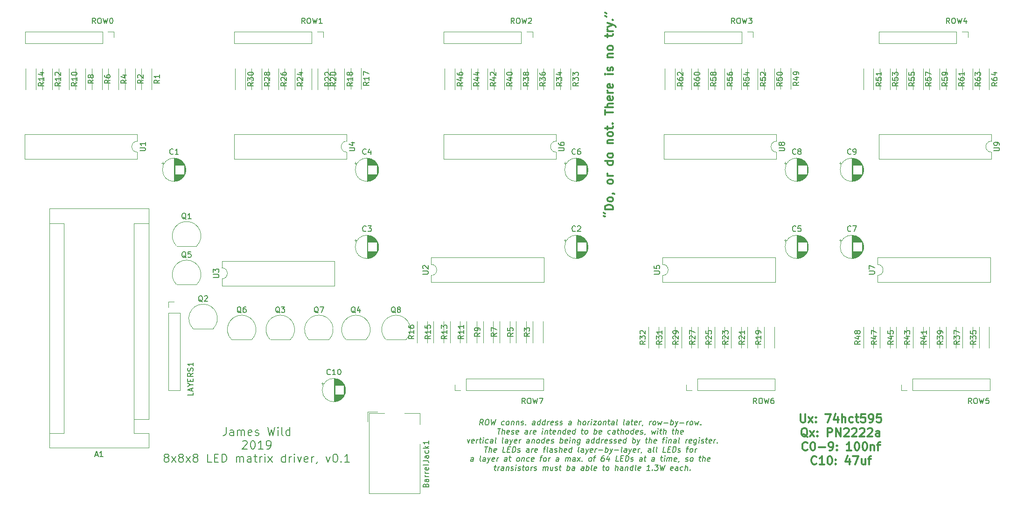
<source format=gto>
G04 #@! TF.GenerationSoftware,KiCad,Pcbnew,(5.1.4-0-10_14)*
G04 #@! TF.CreationDate,2019-12-08T14:58:00+00:00*
G04 #@! TF.ProjectId,LED_cube_with_74HCT595,4c45445f-6375-4626-955f-776974685f37,rev?*
G04 #@! TF.SameCoordinates,Original*
G04 #@! TF.FileFunction,Legend,Top*
G04 #@! TF.FilePolarity,Positive*
%FSLAX46Y46*%
G04 Gerber Fmt 4.6, Leading zero omitted, Abs format (unit mm)*
G04 Created by KiCad (PCBNEW (5.1.4-0-10_14)) date 2019-12-08 14:58:00*
%MOMM*%
%LPD*%
G04 APERTURE LIST*
%ADD10C,0.300000*%
%ADD11C,0.150000*%
%ADD12C,0.180000*%
%ADD13C,0.120000*%
G04 APERTURE END LIST*
D10*
X131250000Y-59928571D02*
X131178571Y-59928571D01*
X131035714Y-59857142D01*
X130964285Y-59785714D01*
X131250000Y-60500000D02*
X131178571Y-60500000D01*
X131035714Y-60428571D01*
X130964285Y-60357142D01*
X132678571Y-59214285D02*
X131178571Y-59214285D01*
X131178571Y-58857142D01*
X131250000Y-58642857D01*
X131392857Y-58500000D01*
X131535714Y-58428571D01*
X131821428Y-58357142D01*
X132035714Y-58357142D01*
X132321428Y-58428571D01*
X132464285Y-58500000D01*
X132607142Y-58642857D01*
X132678571Y-58857142D01*
X132678571Y-59214285D01*
X132678571Y-57500000D02*
X132607142Y-57642857D01*
X132535714Y-57714285D01*
X132392857Y-57785714D01*
X131964285Y-57785714D01*
X131821428Y-57714285D01*
X131750000Y-57642857D01*
X131678571Y-57500000D01*
X131678571Y-57285714D01*
X131750000Y-57142857D01*
X131821428Y-57071428D01*
X131964285Y-57000000D01*
X132392857Y-57000000D01*
X132535714Y-57071428D01*
X132607142Y-57142857D01*
X132678571Y-57285714D01*
X132678571Y-57500000D01*
X132607142Y-56285714D02*
X132678571Y-56285714D01*
X132821428Y-56357142D01*
X132892857Y-56428571D01*
X132678571Y-54285714D02*
X132607142Y-54428571D01*
X132535714Y-54500000D01*
X132392857Y-54571428D01*
X131964285Y-54571428D01*
X131821428Y-54500000D01*
X131750000Y-54428571D01*
X131678571Y-54285714D01*
X131678571Y-54071428D01*
X131750000Y-53928571D01*
X131821428Y-53857142D01*
X131964285Y-53785714D01*
X132392857Y-53785714D01*
X132535714Y-53857142D01*
X132607142Y-53928571D01*
X132678571Y-54071428D01*
X132678571Y-54285714D01*
X132678571Y-53142857D02*
X131678571Y-53142857D01*
X131964285Y-53142857D02*
X131821428Y-53071428D01*
X131750000Y-53000000D01*
X131678571Y-52857142D01*
X131678571Y-52714285D01*
X132678571Y-50428571D02*
X131178571Y-50428571D01*
X132607142Y-50428571D02*
X132678571Y-50571428D01*
X132678571Y-50857142D01*
X132607142Y-51000000D01*
X132535714Y-51071428D01*
X132392857Y-51142857D01*
X131964285Y-51142857D01*
X131821428Y-51071428D01*
X131750000Y-51000000D01*
X131678571Y-50857142D01*
X131678571Y-50571428D01*
X131750000Y-50428571D01*
X132678571Y-49500000D02*
X132607142Y-49642857D01*
X132535714Y-49714285D01*
X132392857Y-49785714D01*
X131964285Y-49785714D01*
X131821428Y-49714285D01*
X131750000Y-49642857D01*
X131678571Y-49500000D01*
X131678571Y-49285714D01*
X131750000Y-49142857D01*
X131821428Y-49071428D01*
X131964285Y-49000000D01*
X132392857Y-49000000D01*
X132535714Y-49071428D01*
X132607142Y-49142857D01*
X132678571Y-49285714D01*
X132678571Y-49500000D01*
X131678571Y-47214285D02*
X132678571Y-47214285D01*
X131821428Y-47214285D02*
X131750000Y-47142857D01*
X131678571Y-47000000D01*
X131678571Y-46785714D01*
X131750000Y-46642857D01*
X131892857Y-46571428D01*
X132678571Y-46571428D01*
X132678571Y-45642857D02*
X132607142Y-45785714D01*
X132535714Y-45857142D01*
X132392857Y-45928571D01*
X131964285Y-45928571D01*
X131821428Y-45857142D01*
X131750000Y-45785714D01*
X131678571Y-45642857D01*
X131678571Y-45428571D01*
X131750000Y-45285714D01*
X131821428Y-45214285D01*
X131964285Y-45142857D01*
X132392857Y-45142857D01*
X132535714Y-45214285D01*
X132607142Y-45285714D01*
X132678571Y-45428571D01*
X132678571Y-45642857D01*
X131678571Y-44714285D02*
X131678571Y-44142857D01*
X131178571Y-44500000D02*
X132464285Y-44500000D01*
X132607142Y-44428571D01*
X132678571Y-44285714D01*
X132678571Y-44142857D01*
X132535714Y-43642857D02*
X132607142Y-43571428D01*
X132678571Y-43642857D01*
X132607142Y-43714285D01*
X132535714Y-43642857D01*
X132678571Y-43642857D01*
X131178571Y-42000000D02*
X131178571Y-41142857D01*
X132678571Y-41571428D02*
X131178571Y-41571428D01*
X132678571Y-40642857D02*
X131178571Y-40642857D01*
X132678571Y-40000000D02*
X131892857Y-40000000D01*
X131750000Y-40071428D01*
X131678571Y-40214285D01*
X131678571Y-40428571D01*
X131750000Y-40571428D01*
X131821428Y-40642857D01*
X132607142Y-38714285D02*
X132678571Y-38857142D01*
X132678571Y-39142857D01*
X132607142Y-39285714D01*
X132464285Y-39357142D01*
X131892857Y-39357142D01*
X131750000Y-39285714D01*
X131678571Y-39142857D01*
X131678571Y-38857142D01*
X131750000Y-38714285D01*
X131892857Y-38642857D01*
X132035714Y-38642857D01*
X132178571Y-39357142D01*
X132678571Y-38000000D02*
X131678571Y-38000000D01*
X131964285Y-38000000D02*
X131821428Y-37928571D01*
X131750000Y-37857142D01*
X131678571Y-37714285D01*
X131678571Y-37571428D01*
X132607142Y-36500000D02*
X132678571Y-36642857D01*
X132678571Y-36928571D01*
X132607142Y-37071428D01*
X132464285Y-37142857D01*
X131892857Y-37142857D01*
X131750000Y-37071428D01*
X131678571Y-36928571D01*
X131678571Y-36642857D01*
X131750000Y-36500000D01*
X131892857Y-36428571D01*
X132035714Y-36428571D01*
X132178571Y-37142857D01*
X132678571Y-34642857D02*
X131678571Y-34642857D01*
X131178571Y-34642857D02*
X131250000Y-34714285D01*
X131321428Y-34642857D01*
X131250000Y-34571428D01*
X131178571Y-34642857D01*
X131321428Y-34642857D01*
X132607142Y-34000000D02*
X132678571Y-33857142D01*
X132678571Y-33571428D01*
X132607142Y-33428571D01*
X132464285Y-33357142D01*
X132392857Y-33357142D01*
X132250000Y-33428571D01*
X132178571Y-33571428D01*
X132178571Y-33785714D01*
X132107142Y-33928571D01*
X131964285Y-34000000D01*
X131892857Y-34000000D01*
X131750000Y-33928571D01*
X131678571Y-33785714D01*
X131678571Y-33571428D01*
X131750000Y-33428571D01*
X131678571Y-31571428D02*
X132678571Y-31571428D01*
X131821428Y-31571428D02*
X131750000Y-31500000D01*
X131678571Y-31357142D01*
X131678571Y-31142857D01*
X131750000Y-31000000D01*
X131892857Y-30928571D01*
X132678571Y-30928571D01*
X132678571Y-30000000D02*
X132607142Y-30142857D01*
X132535714Y-30214285D01*
X132392857Y-30285714D01*
X131964285Y-30285714D01*
X131821428Y-30214285D01*
X131750000Y-30142857D01*
X131678571Y-30000000D01*
X131678571Y-29785714D01*
X131750000Y-29642857D01*
X131821428Y-29571428D01*
X131964285Y-29500000D01*
X132392857Y-29500000D01*
X132535714Y-29571428D01*
X132607142Y-29642857D01*
X132678571Y-29785714D01*
X132678571Y-30000000D01*
X131678571Y-27928571D02*
X131678571Y-27357142D01*
X131178571Y-27714285D02*
X132464285Y-27714285D01*
X132607142Y-27642857D01*
X132678571Y-27500000D01*
X132678571Y-27357142D01*
X132678571Y-26857142D02*
X131678571Y-26857142D01*
X131964285Y-26857142D02*
X131821428Y-26785714D01*
X131750000Y-26714285D01*
X131678571Y-26571428D01*
X131678571Y-26428571D01*
X131678571Y-26071428D02*
X132678571Y-25714285D01*
X131678571Y-25357142D02*
X132678571Y-25714285D01*
X133035714Y-25857142D01*
X133107142Y-25928571D01*
X133178571Y-26071428D01*
X132535714Y-24785714D02*
X132607142Y-24714285D01*
X132678571Y-24785714D01*
X132607142Y-24857142D01*
X132535714Y-24785714D01*
X132678571Y-24785714D01*
X131178571Y-24071428D02*
X131250000Y-24071428D01*
X131392857Y-24142857D01*
X131464285Y-24214285D01*
X131178571Y-23500000D02*
X131250000Y-23500000D01*
X131392857Y-23571428D01*
X131464285Y-23642857D01*
X166714285Y-96353571D02*
X166714285Y-97567857D01*
X166785714Y-97710714D01*
X166857142Y-97782142D01*
X167000000Y-97853571D01*
X167285714Y-97853571D01*
X167428571Y-97782142D01*
X167500000Y-97710714D01*
X167571428Y-97567857D01*
X167571428Y-96353571D01*
X168142857Y-97853571D02*
X168928571Y-96853571D01*
X168142857Y-96853571D02*
X168928571Y-97853571D01*
X169500000Y-97710714D02*
X169571428Y-97782142D01*
X169500000Y-97853571D01*
X169428571Y-97782142D01*
X169500000Y-97710714D01*
X169500000Y-97853571D01*
X169500000Y-96925000D02*
X169571428Y-96996428D01*
X169500000Y-97067857D01*
X169428571Y-96996428D01*
X169500000Y-96925000D01*
X169500000Y-97067857D01*
X171214285Y-96353571D02*
X172214285Y-96353571D01*
X171571428Y-97853571D01*
X173428571Y-96853571D02*
X173428571Y-97853571D01*
X173071428Y-96282142D02*
X172714285Y-97353571D01*
X173642857Y-97353571D01*
X174214285Y-97853571D02*
X174214285Y-96353571D01*
X174857142Y-97853571D02*
X174857142Y-97067857D01*
X174785714Y-96925000D01*
X174642857Y-96853571D01*
X174428571Y-96853571D01*
X174285714Y-96925000D01*
X174214285Y-96996428D01*
X176214285Y-97782142D02*
X176071428Y-97853571D01*
X175785714Y-97853571D01*
X175642857Y-97782142D01*
X175571428Y-97710714D01*
X175500000Y-97567857D01*
X175500000Y-97139285D01*
X175571428Y-96996428D01*
X175642857Y-96925000D01*
X175785714Y-96853571D01*
X176071428Y-96853571D01*
X176214285Y-96925000D01*
X176642857Y-96853571D02*
X177214285Y-96853571D01*
X176857142Y-96353571D02*
X176857142Y-97639285D01*
X176928571Y-97782142D01*
X177071428Y-97853571D01*
X177214285Y-97853571D01*
X178428571Y-96353571D02*
X177714285Y-96353571D01*
X177642857Y-97067857D01*
X177714285Y-96996428D01*
X177857142Y-96925000D01*
X178214285Y-96925000D01*
X178357142Y-96996428D01*
X178428571Y-97067857D01*
X178500000Y-97210714D01*
X178500000Y-97567857D01*
X178428571Y-97710714D01*
X178357142Y-97782142D01*
X178214285Y-97853571D01*
X177857142Y-97853571D01*
X177714285Y-97782142D01*
X177642857Y-97710714D01*
X179214285Y-97853571D02*
X179500000Y-97853571D01*
X179642857Y-97782142D01*
X179714285Y-97710714D01*
X179857142Y-97496428D01*
X179928571Y-97210714D01*
X179928571Y-96639285D01*
X179857142Y-96496428D01*
X179785714Y-96425000D01*
X179642857Y-96353571D01*
X179357142Y-96353571D01*
X179214285Y-96425000D01*
X179142857Y-96496428D01*
X179071428Y-96639285D01*
X179071428Y-96996428D01*
X179142857Y-97139285D01*
X179214285Y-97210714D01*
X179357142Y-97282142D01*
X179642857Y-97282142D01*
X179785714Y-97210714D01*
X179857142Y-97139285D01*
X179928571Y-96996428D01*
X181285714Y-96353571D02*
X180571428Y-96353571D01*
X180500000Y-97067857D01*
X180571428Y-96996428D01*
X180714285Y-96925000D01*
X181071428Y-96925000D01*
X181214285Y-96996428D01*
X181285714Y-97067857D01*
X181357142Y-97210714D01*
X181357142Y-97567857D01*
X181285714Y-97710714D01*
X181214285Y-97782142D01*
X181071428Y-97853571D01*
X180714285Y-97853571D01*
X180571428Y-97782142D01*
X180500000Y-97710714D01*
X167964285Y-100546428D02*
X167821428Y-100475000D01*
X167678571Y-100332142D01*
X167464285Y-100117857D01*
X167321428Y-100046428D01*
X167178571Y-100046428D01*
X167250000Y-100403571D02*
X167107142Y-100332142D01*
X166964285Y-100189285D01*
X166892857Y-99903571D01*
X166892857Y-99403571D01*
X166964285Y-99117857D01*
X167107142Y-98975000D01*
X167250000Y-98903571D01*
X167535714Y-98903571D01*
X167678571Y-98975000D01*
X167821428Y-99117857D01*
X167892857Y-99403571D01*
X167892857Y-99903571D01*
X167821428Y-100189285D01*
X167678571Y-100332142D01*
X167535714Y-100403571D01*
X167250000Y-100403571D01*
X168392857Y-100403571D02*
X169178571Y-99403571D01*
X168392857Y-99403571D02*
X169178571Y-100403571D01*
X169750000Y-100260714D02*
X169821428Y-100332142D01*
X169750000Y-100403571D01*
X169678571Y-100332142D01*
X169750000Y-100260714D01*
X169750000Y-100403571D01*
X169750000Y-99475000D02*
X169821428Y-99546428D01*
X169750000Y-99617857D01*
X169678571Y-99546428D01*
X169750000Y-99475000D01*
X169750000Y-99617857D01*
X171607142Y-100403571D02*
X171607142Y-98903571D01*
X172178571Y-98903571D01*
X172321428Y-98975000D01*
X172392857Y-99046428D01*
X172464285Y-99189285D01*
X172464285Y-99403571D01*
X172392857Y-99546428D01*
X172321428Y-99617857D01*
X172178571Y-99689285D01*
X171607142Y-99689285D01*
X173107142Y-100403571D02*
X173107142Y-98903571D01*
X173964285Y-100403571D01*
X173964285Y-98903571D01*
X174607142Y-99046428D02*
X174678571Y-98975000D01*
X174821428Y-98903571D01*
X175178571Y-98903571D01*
X175321428Y-98975000D01*
X175392857Y-99046428D01*
X175464285Y-99189285D01*
X175464285Y-99332142D01*
X175392857Y-99546428D01*
X174535714Y-100403571D01*
X175464285Y-100403571D01*
X176035714Y-99046428D02*
X176107142Y-98975000D01*
X176250000Y-98903571D01*
X176607142Y-98903571D01*
X176750000Y-98975000D01*
X176821428Y-99046428D01*
X176892857Y-99189285D01*
X176892857Y-99332142D01*
X176821428Y-99546428D01*
X175964285Y-100403571D01*
X176892857Y-100403571D01*
X177464285Y-99046428D02*
X177535714Y-98975000D01*
X177678571Y-98903571D01*
X178035714Y-98903571D01*
X178178571Y-98975000D01*
X178250000Y-99046428D01*
X178321428Y-99189285D01*
X178321428Y-99332142D01*
X178250000Y-99546428D01*
X177392857Y-100403571D01*
X178321428Y-100403571D01*
X178892857Y-99046428D02*
X178964285Y-98975000D01*
X179107142Y-98903571D01*
X179464285Y-98903571D01*
X179607142Y-98975000D01*
X179678571Y-99046428D01*
X179750000Y-99189285D01*
X179750000Y-99332142D01*
X179678571Y-99546428D01*
X178821428Y-100403571D01*
X179750000Y-100403571D01*
X181035714Y-100403571D02*
X181035714Y-99617857D01*
X180964285Y-99475000D01*
X180821428Y-99403571D01*
X180535714Y-99403571D01*
X180392857Y-99475000D01*
X181035714Y-100332142D02*
X180892857Y-100403571D01*
X180535714Y-100403571D01*
X180392857Y-100332142D01*
X180321428Y-100189285D01*
X180321428Y-100046428D01*
X180392857Y-99903571D01*
X180535714Y-99832142D01*
X180892857Y-99832142D01*
X181035714Y-99760714D01*
X167928571Y-102810714D02*
X167857142Y-102882142D01*
X167642857Y-102953571D01*
X167500000Y-102953571D01*
X167285714Y-102882142D01*
X167142857Y-102739285D01*
X167071428Y-102596428D01*
X167000000Y-102310714D01*
X167000000Y-102096428D01*
X167071428Y-101810714D01*
X167142857Y-101667857D01*
X167285714Y-101525000D01*
X167500000Y-101453571D01*
X167642857Y-101453571D01*
X167857142Y-101525000D01*
X167928571Y-101596428D01*
X168857142Y-101453571D02*
X169000000Y-101453571D01*
X169142857Y-101525000D01*
X169214285Y-101596428D01*
X169285714Y-101739285D01*
X169357142Y-102025000D01*
X169357142Y-102382142D01*
X169285714Y-102667857D01*
X169214285Y-102810714D01*
X169142857Y-102882142D01*
X169000000Y-102953571D01*
X168857142Y-102953571D01*
X168714285Y-102882142D01*
X168642857Y-102810714D01*
X168571428Y-102667857D01*
X168500000Y-102382142D01*
X168500000Y-102025000D01*
X168571428Y-101739285D01*
X168642857Y-101596428D01*
X168714285Y-101525000D01*
X168857142Y-101453571D01*
X170000000Y-102382142D02*
X171142857Y-102382142D01*
X171928571Y-102953571D02*
X172214285Y-102953571D01*
X172357142Y-102882142D01*
X172428571Y-102810714D01*
X172571428Y-102596428D01*
X172642857Y-102310714D01*
X172642857Y-101739285D01*
X172571428Y-101596428D01*
X172500000Y-101525000D01*
X172357142Y-101453571D01*
X172071428Y-101453571D01*
X171928571Y-101525000D01*
X171857142Y-101596428D01*
X171785714Y-101739285D01*
X171785714Y-102096428D01*
X171857142Y-102239285D01*
X171928571Y-102310714D01*
X172071428Y-102382142D01*
X172357142Y-102382142D01*
X172500000Y-102310714D01*
X172571428Y-102239285D01*
X172642857Y-102096428D01*
X173285714Y-102810714D02*
X173357142Y-102882142D01*
X173285714Y-102953571D01*
X173214285Y-102882142D01*
X173285714Y-102810714D01*
X173285714Y-102953571D01*
X173285714Y-102025000D02*
X173357142Y-102096428D01*
X173285714Y-102167857D01*
X173214285Y-102096428D01*
X173285714Y-102025000D01*
X173285714Y-102167857D01*
X175928571Y-102953571D02*
X175071428Y-102953571D01*
X175500000Y-102953571D02*
X175500000Y-101453571D01*
X175357142Y-101667857D01*
X175214285Y-101810714D01*
X175071428Y-101882142D01*
X176857142Y-101453571D02*
X177000000Y-101453571D01*
X177142857Y-101525000D01*
X177214285Y-101596428D01*
X177285714Y-101739285D01*
X177357142Y-102025000D01*
X177357142Y-102382142D01*
X177285714Y-102667857D01*
X177214285Y-102810714D01*
X177142857Y-102882142D01*
X177000000Y-102953571D01*
X176857142Y-102953571D01*
X176714285Y-102882142D01*
X176642857Y-102810714D01*
X176571428Y-102667857D01*
X176500000Y-102382142D01*
X176500000Y-102025000D01*
X176571428Y-101739285D01*
X176642857Y-101596428D01*
X176714285Y-101525000D01*
X176857142Y-101453571D01*
X178285714Y-101453571D02*
X178428571Y-101453571D01*
X178571428Y-101525000D01*
X178642857Y-101596428D01*
X178714285Y-101739285D01*
X178785714Y-102025000D01*
X178785714Y-102382142D01*
X178714285Y-102667857D01*
X178642857Y-102810714D01*
X178571428Y-102882142D01*
X178428571Y-102953571D01*
X178285714Y-102953571D01*
X178142857Y-102882142D01*
X178071428Y-102810714D01*
X178000000Y-102667857D01*
X177928571Y-102382142D01*
X177928571Y-102025000D01*
X178000000Y-101739285D01*
X178071428Y-101596428D01*
X178142857Y-101525000D01*
X178285714Y-101453571D01*
X179428571Y-101953571D02*
X179428571Y-102953571D01*
X179428571Y-102096428D02*
X179500000Y-102025000D01*
X179642857Y-101953571D01*
X179857142Y-101953571D01*
X180000000Y-102025000D01*
X180071428Y-102167857D01*
X180071428Y-102953571D01*
X180571428Y-101953571D02*
X181142857Y-101953571D01*
X180785714Y-102953571D02*
X180785714Y-101667857D01*
X180857142Y-101525000D01*
X181000000Y-101453571D01*
X181142857Y-101453571D01*
X169571428Y-105360714D02*
X169500000Y-105432142D01*
X169285714Y-105503571D01*
X169142857Y-105503571D01*
X168928571Y-105432142D01*
X168785714Y-105289285D01*
X168714285Y-105146428D01*
X168642857Y-104860714D01*
X168642857Y-104646428D01*
X168714285Y-104360714D01*
X168785714Y-104217857D01*
X168928571Y-104075000D01*
X169142857Y-104003571D01*
X169285714Y-104003571D01*
X169500000Y-104075000D01*
X169571428Y-104146428D01*
X171000000Y-105503571D02*
X170142857Y-105503571D01*
X170571428Y-105503571D02*
X170571428Y-104003571D01*
X170428571Y-104217857D01*
X170285714Y-104360714D01*
X170142857Y-104432142D01*
X171928571Y-104003571D02*
X172071428Y-104003571D01*
X172214285Y-104075000D01*
X172285714Y-104146428D01*
X172357142Y-104289285D01*
X172428571Y-104575000D01*
X172428571Y-104932142D01*
X172357142Y-105217857D01*
X172285714Y-105360714D01*
X172214285Y-105432142D01*
X172071428Y-105503571D01*
X171928571Y-105503571D01*
X171785714Y-105432142D01*
X171714285Y-105360714D01*
X171642857Y-105217857D01*
X171571428Y-104932142D01*
X171571428Y-104575000D01*
X171642857Y-104289285D01*
X171714285Y-104146428D01*
X171785714Y-104075000D01*
X171928571Y-104003571D01*
X173071428Y-105360714D02*
X173142857Y-105432142D01*
X173071428Y-105503571D01*
X173000000Y-105432142D01*
X173071428Y-105360714D01*
X173071428Y-105503571D01*
X173071428Y-104575000D02*
X173142857Y-104646428D01*
X173071428Y-104717857D01*
X173000000Y-104646428D01*
X173071428Y-104575000D01*
X173071428Y-104717857D01*
X175571428Y-104503571D02*
X175571428Y-105503571D01*
X175214285Y-103932142D02*
X174857142Y-105003571D01*
X175785714Y-105003571D01*
X176214285Y-104003571D02*
X177214285Y-104003571D01*
X176571428Y-105503571D01*
X178428571Y-104503571D02*
X178428571Y-105503571D01*
X177785714Y-104503571D02*
X177785714Y-105289285D01*
X177857142Y-105432142D01*
X178000000Y-105503571D01*
X178214285Y-105503571D01*
X178357142Y-105432142D01*
X178428571Y-105360714D01*
X178928571Y-104503571D02*
X179500000Y-104503571D01*
X179142857Y-105503571D02*
X179142857Y-104217857D01*
X179214285Y-104075000D01*
X179357142Y-104003571D01*
X179500000Y-104003571D01*
D11*
X109042872Y-98327380D02*
X108769062Y-97851190D01*
X108471443Y-98327380D02*
X108596443Y-97327380D01*
X108977395Y-97327380D01*
X109066681Y-97375000D01*
X109108348Y-97422619D01*
X109144062Y-97517857D01*
X109126205Y-97660714D01*
X109066681Y-97755952D01*
X109013110Y-97803571D01*
X108911919Y-97851190D01*
X108530967Y-97851190D01*
X109786919Y-97327380D02*
X109977395Y-97327380D01*
X110066681Y-97375000D01*
X110150014Y-97470238D01*
X110173824Y-97660714D01*
X110132157Y-97994047D01*
X110060729Y-98184523D01*
X109953586Y-98279761D01*
X109852395Y-98327380D01*
X109661919Y-98327380D01*
X109572633Y-98279761D01*
X109489300Y-98184523D01*
X109465491Y-97994047D01*
X109507157Y-97660714D01*
X109578586Y-97470238D01*
X109685729Y-97375000D01*
X109786919Y-97327380D01*
X110548824Y-97327380D02*
X110661919Y-98327380D01*
X110941681Y-97613095D01*
X111042872Y-98327380D01*
X111405967Y-97327380D01*
X112858348Y-98279761D02*
X112757157Y-98327380D01*
X112566681Y-98327380D01*
X112477395Y-98279761D01*
X112435729Y-98232142D01*
X112400014Y-98136904D01*
X112435729Y-97851190D01*
X112495252Y-97755952D01*
X112548824Y-97708333D01*
X112650014Y-97660714D01*
X112840491Y-97660714D01*
X112929776Y-97708333D01*
X113423824Y-98327380D02*
X113334538Y-98279761D01*
X113292872Y-98232142D01*
X113257157Y-98136904D01*
X113292872Y-97851190D01*
X113352395Y-97755952D01*
X113405967Y-97708333D01*
X113507157Y-97660714D01*
X113650014Y-97660714D01*
X113739300Y-97708333D01*
X113780967Y-97755952D01*
X113816681Y-97851190D01*
X113780967Y-98136904D01*
X113721443Y-98232142D01*
X113667872Y-98279761D01*
X113566681Y-98327380D01*
X113423824Y-98327380D01*
X114269062Y-97660714D02*
X114185729Y-98327380D01*
X114257157Y-97755952D02*
X114310729Y-97708333D01*
X114411919Y-97660714D01*
X114554776Y-97660714D01*
X114644062Y-97708333D01*
X114679776Y-97803571D01*
X114614300Y-98327380D01*
X115173824Y-97660714D02*
X115090491Y-98327380D01*
X115161919Y-97755952D02*
X115215491Y-97708333D01*
X115316681Y-97660714D01*
X115459538Y-97660714D01*
X115548824Y-97708333D01*
X115584538Y-97803571D01*
X115519062Y-98327380D01*
X115953586Y-98279761D02*
X116042872Y-98327380D01*
X116233348Y-98327380D01*
X116334538Y-98279761D01*
X116394062Y-98184523D01*
X116400014Y-98136904D01*
X116364300Y-98041666D01*
X116275014Y-97994047D01*
X116132157Y-97994047D01*
X116042872Y-97946428D01*
X116007157Y-97851190D01*
X116013110Y-97803571D01*
X116072633Y-97708333D01*
X116173824Y-97660714D01*
X116316681Y-97660714D01*
X116405967Y-97708333D01*
X116816681Y-98232142D02*
X116858348Y-98279761D01*
X116804776Y-98327380D01*
X116763110Y-98279761D01*
X116816681Y-98232142D01*
X116804776Y-98327380D01*
X118471443Y-98327380D02*
X118536919Y-97803571D01*
X118501205Y-97708333D01*
X118411919Y-97660714D01*
X118221443Y-97660714D01*
X118120252Y-97708333D01*
X118477395Y-98279761D02*
X118376205Y-98327380D01*
X118138110Y-98327380D01*
X118048824Y-98279761D01*
X118013110Y-98184523D01*
X118025014Y-98089285D01*
X118084538Y-97994047D01*
X118185729Y-97946428D01*
X118423824Y-97946428D01*
X118525014Y-97898809D01*
X119376205Y-98327380D02*
X119501205Y-97327380D01*
X119382157Y-98279761D02*
X119280967Y-98327380D01*
X119090491Y-98327380D01*
X119001205Y-98279761D01*
X118959538Y-98232142D01*
X118923824Y-98136904D01*
X118959538Y-97851190D01*
X119019062Y-97755952D01*
X119072633Y-97708333D01*
X119173824Y-97660714D01*
X119364300Y-97660714D01*
X119453586Y-97708333D01*
X120280967Y-98327380D02*
X120405967Y-97327380D01*
X120286919Y-98279761D02*
X120185729Y-98327380D01*
X119995252Y-98327380D01*
X119905967Y-98279761D01*
X119864300Y-98232142D01*
X119828586Y-98136904D01*
X119864300Y-97851190D01*
X119923824Y-97755952D01*
X119977395Y-97708333D01*
X120078586Y-97660714D01*
X120269062Y-97660714D01*
X120358348Y-97708333D01*
X120757157Y-98327380D02*
X120840491Y-97660714D01*
X120816681Y-97851190D02*
X120876205Y-97755952D01*
X120929776Y-97708333D01*
X121030967Y-97660714D01*
X121126205Y-97660714D01*
X121763110Y-98279761D02*
X121661919Y-98327380D01*
X121471443Y-98327380D01*
X121382157Y-98279761D01*
X121346443Y-98184523D01*
X121394062Y-97803571D01*
X121453586Y-97708333D01*
X121554776Y-97660714D01*
X121745252Y-97660714D01*
X121834538Y-97708333D01*
X121870252Y-97803571D01*
X121858348Y-97898809D01*
X121370252Y-97994047D01*
X122191681Y-98279761D02*
X122280967Y-98327380D01*
X122471443Y-98327380D01*
X122572633Y-98279761D01*
X122632157Y-98184523D01*
X122638110Y-98136904D01*
X122602395Y-98041666D01*
X122513110Y-97994047D01*
X122370252Y-97994047D01*
X122280967Y-97946428D01*
X122245252Y-97851190D01*
X122251205Y-97803571D01*
X122310729Y-97708333D01*
X122411919Y-97660714D01*
X122554776Y-97660714D01*
X122644062Y-97708333D01*
X123001205Y-98279761D02*
X123090491Y-98327380D01*
X123280967Y-98327380D01*
X123382157Y-98279761D01*
X123441681Y-98184523D01*
X123447633Y-98136904D01*
X123411919Y-98041666D01*
X123322633Y-97994047D01*
X123179776Y-97994047D01*
X123090491Y-97946428D01*
X123054776Y-97851190D01*
X123060729Y-97803571D01*
X123120252Y-97708333D01*
X123221443Y-97660714D01*
X123364300Y-97660714D01*
X123453586Y-97708333D01*
X125042872Y-98327380D02*
X125108348Y-97803571D01*
X125072633Y-97708333D01*
X124983348Y-97660714D01*
X124792872Y-97660714D01*
X124691681Y-97708333D01*
X125048824Y-98279761D02*
X124947633Y-98327380D01*
X124709538Y-98327380D01*
X124620252Y-98279761D01*
X124584538Y-98184523D01*
X124596443Y-98089285D01*
X124655967Y-97994047D01*
X124757157Y-97946428D01*
X124995252Y-97946428D01*
X125096443Y-97898809D01*
X126280967Y-98327380D02*
X126405967Y-97327380D01*
X126709538Y-98327380D02*
X126775014Y-97803571D01*
X126739300Y-97708333D01*
X126650014Y-97660714D01*
X126507157Y-97660714D01*
X126405967Y-97708333D01*
X126352395Y-97755952D01*
X127328586Y-98327380D02*
X127239300Y-98279761D01*
X127197633Y-98232142D01*
X127161919Y-98136904D01*
X127197633Y-97851190D01*
X127257157Y-97755952D01*
X127310729Y-97708333D01*
X127411919Y-97660714D01*
X127554776Y-97660714D01*
X127644062Y-97708333D01*
X127685729Y-97755952D01*
X127721443Y-97851190D01*
X127685729Y-98136904D01*
X127626205Y-98232142D01*
X127572633Y-98279761D01*
X127471443Y-98327380D01*
X127328586Y-98327380D01*
X128090491Y-98327380D02*
X128173824Y-97660714D01*
X128150014Y-97851190D02*
X128209538Y-97755952D01*
X128263110Y-97708333D01*
X128364300Y-97660714D01*
X128459538Y-97660714D01*
X128709538Y-98327380D02*
X128792872Y-97660714D01*
X128834538Y-97327380D02*
X128780967Y-97375000D01*
X128822633Y-97422619D01*
X128876205Y-97375000D01*
X128834538Y-97327380D01*
X128822633Y-97422619D01*
X129173824Y-97660714D02*
X129697633Y-97660714D01*
X129090491Y-98327380D01*
X129614300Y-98327380D01*
X130138110Y-98327380D02*
X130048824Y-98279761D01*
X130007157Y-98232142D01*
X129971443Y-98136904D01*
X130007157Y-97851190D01*
X130066681Y-97755952D01*
X130120252Y-97708333D01*
X130221443Y-97660714D01*
X130364300Y-97660714D01*
X130453586Y-97708333D01*
X130495252Y-97755952D01*
X130530967Y-97851190D01*
X130495252Y-98136904D01*
X130435729Y-98232142D01*
X130382157Y-98279761D01*
X130280967Y-98327380D01*
X130138110Y-98327380D01*
X130983348Y-97660714D02*
X130900014Y-98327380D01*
X130971443Y-97755952D02*
X131025014Y-97708333D01*
X131126205Y-97660714D01*
X131269062Y-97660714D01*
X131358348Y-97708333D01*
X131394062Y-97803571D01*
X131328586Y-98327380D01*
X131745252Y-97660714D02*
X132126205Y-97660714D01*
X131929776Y-97327380D02*
X131822633Y-98184523D01*
X131858348Y-98279761D01*
X131947633Y-98327380D01*
X132042872Y-98327380D01*
X132804776Y-98327380D02*
X132870252Y-97803571D01*
X132834538Y-97708333D01*
X132745252Y-97660714D01*
X132554776Y-97660714D01*
X132453586Y-97708333D01*
X132810729Y-98279761D02*
X132709538Y-98327380D01*
X132471443Y-98327380D01*
X132382157Y-98279761D01*
X132346443Y-98184523D01*
X132358348Y-98089285D01*
X132417872Y-97994047D01*
X132519062Y-97946428D01*
X132757157Y-97946428D01*
X132858348Y-97898809D01*
X133423824Y-98327380D02*
X133334538Y-98279761D01*
X133298824Y-98184523D01*
X133405967Y-97327380D01*
X134709538Y-98327380D02*
X134620252Y-98279761D01*
X134584538Y-98184523D01*
X134691681Y-97327380D01*
X135519062Y-98327380D02*
X135584538Y-97803571D01*
X135548824Y-97708333D01*
X135459538Y-97660714D01*
X135269062Y-97660714D01*
X135167872Y-97708333D01*
X135525014Y-98279761D02*
X135423824Y-98327380D01*
X135185729Y-98327380D01*
X135096443Y-98279761D01*
X135060729Y-98184523D01*
X135072633Y-98089285D01*
X135132157Y-97994047D01*
X135233348Y-97946428D01*
X135471443Y-97946428D01*
X135572633Y-97898809D01*
X135935729Y-97660714D02*
X136316681Y-97660714D01*
X136120252Y-97327380D02*
X136013110Y-98184523D01*
X136048824Y-98279761D01*
X136138110Y-98327380D01*
X136233348Y-98327380D01*
X136953586Y-98279761D02*
X136852395Y-98327380D01*
X136661919Y-98327380D01*
X136572633Y-98279761D01*
X136536919Y-98184523D01*
X136584538Y-97803571D01*
X136644062Y-97708333D01*
X136745252Y-97660714D01*
X136935729Y-97660714D01*
X137025014Y-97708333D01*
X137060729Y-97803571D01*
X137048824Y-97898809D01*
X136560729Y-97994047D01*
X137423824Y-98327380D02*
X137507157Y-97660714D01*
X137483348Y-97851190D02*
X137542872Y-97755952D01*
X137596443Y-97708333D01*
X137697633Y-97660714D01*
X137792872Y-97660714D01*
X138096443Y-98279761D02*
X138090491Y-98327380D01*
X138030967Y-98422619D01*
X137977395Y-98470238D01*
X139280967Y-98327380D02*
X139364300Y-97660714D01*
X139340491Y-97851190D02*
X139400014Y-97755952D01*
X139453586Y-97708333D01*
X139554776Y-97660714D01*
X139650014Y-97660714D01*
X140042872Y-98327380D02*
X139953586Y-98279761D01*
X139911919Y-98232142D01*
X139876205Y-98136904D01*
X139911919Y-97851190D01*
X139971443Y-97755952D01*
X140025014Y-97708333D01*
X140126205Y-97660714D01*
X140269062Y-97660714D01*
X140358348Y-97708333D01*
X140400014Y-97755952D01*
X140435729Y-97851190D01*
X140400014Y-98136904D01*
X140340491Y-98232142D01*
X140286919Y-98279761D01*
X140185729Y-98327380D01*
X140042872Y-98327380D01*
X140792872Y-97660714D02*
X140900014Y-98327380D01*
X141150014Y-97851190D01*
X141280967Y-98327380D01*
X141554776Y-97660714D01*
X141900014Y-97946428D02*
X142661919Y-97946428D01*
X143090491Y-98327380D02*
X143215491Y-97327380D01*
X143167872Y-97708333D02*
X143269062Y-97660714D01*
X143459538Y-97660714D01*
X143548824Y-97708333D01*
X143590491Y-97755952D01*
X143626205Y-97851190D01*
X143590491Y-98136904D01*
X143530967Y-98232142D01*
X143477395Y-98279761D01*
X143376205Y-98327380D01*
X143185729Y-98327380D01*
X143096443Y-98279761D01*
X143983348Y-97660714D02*
X144138110Y-98327380D01*
X144459538Y-97660714D02*
X144138110Y-98327380D01*
X144013110Y-98565476D01*
X143959538Y-98613095D01*
X143858348Y-98660714D01*
X144804776Y-97946428D02*
X145566681Y-97946428D01*
X145995252Y-98327380D02*
X146078586Y-97660714D01*
X146054776Y-97851190D02*
X146114300Y-97755952D01*
X146167872Y-97708333D01*
X146269062Y-97660714D01*
X146364300Y-97660714D01*
X146757157Y-98327380D02*
X146667872Y-98279761D01*
X146626205Y-98232142D01*
X146590491Y-98136904D01*
X146626205Y-97851190D01*
X146685729Y-97755952D01*
X146739300Y-97708333D01*
X146840491Y-97660714D01*
X146983348Y-97660714D01*
X147072633Y-97708333D01*
X147114300Y-97755952D01*
X147150014Y-97851190D01*
X147114300Y-98136904D01*
X147054776Y-98232142D01*
X147001205Y-98279761D01*
X146900014Y-98327380D01*
X146757157Y-98327380D01*
X147507157Y-97660714D02*
X147614300Y-98327380D01*
X147864300Y-97851190D01*
X147995252Y-98327380D01*
X148269062Y-97660714D01*
X148578586Y-98232142D02*
X148620252Y-98279761D01*
X148566681Y-98327380D01*
X148525014Y-98279761D01*
X148578586Y-98232142D01*
X148566681Y-98327380D01*
X111715491Y-98977380D02*
X112286919Y-98977380D01*
X111876205Y-99977380D02*
X112001205Y-98977380D01*
X112495252Y-99977380D02*
X112620252Y-98977380D01*
X112923824Y-99977380D02*
X112989300Y-99453571D01*
X112953586Y-99358333D01*
X112864300Y-99310714D01*
X112721443Y-99310714D01*
X112620252Y-99358333D01*
X112566681Y-99405952D01*
X113786919Y-99929761D02*
X113685729Y-99977380D01*
X113495252Y-99977380D01*
X113405967Y-99929761D01*
X113370252Y-99834523D01*
X113417872Y-99453571D01*
X113477395Y-99358333D01*
X113578586Y-99310714D01*
X113769062Y-99310714D01*
X113858348Y-99358333D01*
X113894062Y-99453571D01*
X113882157Y-99548809D01*
X113394062Y-99644047D01*
X114215491Y-99929761D02*
X114304776Y-99977380D01*
X114495252Y-99977380D01*
X114596443Y-99929761D01*
X114655967Y-99834523D01*
X114661919Y-99786904D01*
X114626205Y-99691666D01*
X114536919Y-99644047D01*
X114394062Y-99644047D01*
X114304776Y-99596428D01*
X114269062Y-99501190D01*
X114275014Y-99453571D01*
X114334538Y-99358333D01*
X114435729Y-99310714D01*
X114578586Y-99310714D01*
X114667872Y-99358333D01*
X115453586Y-99929761D02*
X115352395Y-99977380D01*
X115161919Y-99977380D01*
X115072633Y-99929761D01*
X115036919Y-99834523D01*
X115084538Y-99453571D01*
X115144062Y-99358333D01*
X115245252Y-99310714D01*
X115435729Y-99310714D01*
X115525014Y-99358333D01*
X115560729Y-99453571D01*
X115548824Y-99548809D01*
X115060729Y-99644047D01*
X117114300Y-99977380D02*
X117179776Y-99453571D01*
X117144062Y-99358333D01*
X117054776Y-99310714D01*
X116864300Y-99310714D01*
X116763110Y-99358333D01*
X117120252Y-99929761D02*
X117019062Y-99977380D01*
X116780967Y-99977380D01*
X116691681Y-99929761D01*
X116655967Y-99834523D01*
X116667872Y-99739285D01*
X116727395Y-99644047D01*
X116828586Y-99596428D01*
X117066681Y-99596428D01*
X117167872Y-99548809D01*
X117590491Y-99977380D02*
X117673824Y-99310714D01*
X117650014Y-99501190D02*
X117709538Y-99405952D01*
X117763110Y-99358333D01*
X117864300Y-99310714D01*
X117959538Y-99310714D01*
X118596443Y-99929761D02*
X118495252Y-99977380D01*
X118304776Y-99977380D01*
X118215491Y-99929761D01*
X118179776Y-99834523D01*
X118227395Y-99453571D01*
X118286919Y-99358333D01*
X118388110Y-99310714D01*
X118578586Y-99310714D01*
X118667872Y-99358333D01*
X118703586Y-99453571D01*
X118691681Y-99548809D01*
X118203586Y-99644047D01*
X119828586Y-99977380D02*
X119911919Y-99310714D01*
X119953586Y-98977380D02*
X119900014Y-99025000D01*
X119941681Y-99072619D01*
X119995252Y-99025000D01*
X119953586Y-98977380D01*
X119941681Y-99072619D01*
X120388110Y-99310714D02*
X120304776Y-99977380D01*
X120376205Y-99405952D02*
X120429776Y-99358333D01*
X120530967Y-99310714D01*
X120673824Y-99310714D01*
X120763110Y-99358333D01*
X120798824Y-99453571D01*
X120733348Y-99977380D01*
X121150014Y-99310714D02*
X121530967Y-99310714D01*
X121334538Y-98977380D02*
X121227395Y-99834523D01*
X121263110Y-99929761D01*
X121352395Y-99977380D01*
X121447633Y-99977380D01*
X122167872Y-99929761D02*
X122066681Y-99977380D01*
X121876205Y-99977380D01*
X121786919Y-99929761D01*
X121751205Y-99834523D01*
X121798824Y-99453571D01*
X121858348Y-99358333D01*
X121959538Y-99310714D01*
X122150014Y-99310714D01*
X122239300Y-99358333D01*
X122275014Y-99453571D01*
X122263110Y-99548809D01*
X121775014Y-99644047D01*
X122721443Y-99310714D02*
X122638110Y-99977380D01*
X122709538Y-99405952D02*
X122763110Y-99358333D01*
X122864300Y-99310714D01*
X123007157Y-99310714D01*
X123096443Y-99358333D01*
X123132157Y-99453571D01*
X123066681Y-99977380D01*
X123971443Y-99977380D02*
X124096443Y-98977380D01*
X123977395Y-99929761D02*
X123876205Y-99977380D01*
X123685729Y-99977380D01*
X123596443Y-99929761D01*
X123554776Y-99882142D01*
X123519062Y-99786904D01*
X123554776Y-99501190D01*
X123614300Y-99405952D01*
X123667872Y-99358333D01*
X123769062Y-99310714D01*
X123959538Y-99310714D01*
X124048824Y-99358333D01*
X124834538Y-99929761D02*
X124733348Y-99977380D01*
X124542872Y-99977380D01*
X124453586Y-99929761D01*
X124417872Y-99834523D01*
X124465491Y-99453571D01*
X124525014Y-99358333D01*
X124626205Y-99310714D01*
X124816681Y-99310714D01*
X124905967Y-99358333D01*
X124941681Y-99453571D01*
X124929776Y-99548809D01*
X124441681Y-99644047D01*
X125733348Y-99977380D02*
X125858348Y-98977380D01*
X125739300Y-99929761D02*
X125638110Y-99977380D01*
X125447633Y-99977380D01*
X125358348Y-99929761D01*
X125316681Y-99882142D01*
X125280967Y-99786904D01*
X125316681Y-99501190D01*
X125376205Y-99405952D01*
X125429776Y-99358333D01*
X125530967Y-99310714D01*
X125721443Y-99310714D01*
X125810729Y-99358333D01*
X126911919Y-99310714D02*
X127292872Y-99310714D01*
X127096443Y-98977380D02*
X126989300Y-99834523D01*
X127025014Y-99929761D01*
X127114300Y-99977380D01*
X127209538Y-99977380D01*
X127685729Y-99977380D02*
X127596443Y-99929761D01*
X127554776Y-99882142D01*
X127519062Y-99786904D01*
X127554776Y-99501190D01*
X127614300Y-99405952D01*
X127667872Y-99358333D01*
X127769062Y-99310714D01*
X127911919Y-99310714D01*
X128001205Y-99358333D01*
X128042872Y-99405952D01*
X128078586Y-99501190D01*
X128042872Y-99786904D01*
X127983348Y-99882142D01*
X127929776Y-99929761D01*
X127828586Y-99977380D01*
X127685729Y-99977380D01*
X129209538Y-99977380D02*
X129334538Y-98977380D01*
X129286919Y-99358333D02*
X129388110Y-99310714D01*
X129578586Y-99310714D01*
X129667872Y-99358333D01*
X129709538Y-99405952D01*
X129745252Y-99501190D01*
X129709538Y-99786904D01*
X129650014Y-99882142D01*
X129596443Y-99929761D01*
X129495252Y-99977380D01*
X129304776Y-99977380D01*
X129215491Y-99929761D01*
X130501205Y-99929761D02*
X130400014Y-99977380D01*
X130209538Y-99977380D01*
X130120252Y-99929761D01*
X130084538Y-99834523D01*
X130132157Y-99453571D01*
X130191681Y-99358333D01*
X130292872Y-99310714D01*
X130483348Y-99310714D01*
X130572633Y-99358333D01*
X130608348Y-99453571D01*
X130596443Y-99548809D01*
X130108348Y-99644047D01*
X132167872Y-99929761D02*
X132066681Y-99977380D01*
X131876205Y-99977380D01*
X131786919Y-99929761D01*
X131745252Y-99882142D01*
X131709538Y-99786904D01*
X131745252Y-99501190D01*
X131804776Y-99405952D01*
X131858348Y-99358333D01*
X131959538Y-99310714D01*
X132150014Y-99310714D01*
X132239300Y-99358333D01*
X133019062Y-99977380D02*
X133084538Y-99453571D01*
X133048824Y-99358333D01*
X132959538Y-99310714D01*
X132769062Y-99310714D01*
X132667872Y-99358333D01*
X133025014Y-99929761D02*
X132923824Y-99977380D01*
X132685729Y-99977380D01*
X132596443Y-99929761D01*
X132560729Y-99834523D01*
X132572633Y-99739285D01*
X132632157Y-99644047D01*
X132733348Y-99596428D01*
X132971443Y-99596428D01*
X133072633Y-99548809D01*
X133435729Y-99310714D02*
X133816681Y-99310714D01*
X133620252Y-98977380D02*
X133513110Y-99834523D01*
X133548824Y-99929761D01*
X133638110Y-99977380D01*
X133733348Y-99977380D01*
X134066681Y-99977380D02*
X134191681Y-98977380D01*
X134495252Y-99977380D02*
X134560729Y-99453571D01*
X134525014Y-99358333D01*
X134435729Y-99310714D01*
X134292872Y-99310714D01*
X134191681Y-99358333D01*
X134138110Y-99405952D01*
X135114300Y-99977380D02*
X135025014Y-99929761D01*
X134983348Y-99882142D01*
X134947633Y-99786904D01*
X134983348Y-99501190D01*
X135042872Y-99405952D01*
X135096443Y-99358333D01*
X135197633Y-99310714D01*
X135340491Y-99310714D01*
X135429776Y-99358333D01*
X135471443Y-99405952D01*
X135507157Y-99501190D01*
X135471443Y-99786904D01*
X135411919Y-99882142D01*
X135358348Y-99929761D01*
X135257157Y-99977380D01*
X135114300Y-99977380D01*
X136304776Y-99977380D02*
X136429776Y-98977380D01*
X136310729Y-99929761D02*
X136209538Y-99977380D01*
X136019062Y-99977380D01*
X135929776Y-99929761D01*
X135888110Y-99882142D01*
X135852395Y-99786904D01*
X135888110Y-99501190D01*
X135947633Y-99405952D01*
X136001205Y-99358333D01*
X136102395Y-99310714D01*
X136292872Y-99310714D01*
X136382157Y-99358333D01*
X137167872Y-99929761D02*
X137066681Y-99977380D01*
X136876205Y-99977380D01*
X136786919Y-99929761D01*
X136751205Y-99834523D01*
X136798824Y-99453571D01*
X136858348Y-99358333D01*
X136959538Y-99310714D01*
X137150014Y-99310714D01*
X137239300Y-99358333D01*
X137275014Y-99453571D01*
X137263110Y-99548809D01*
X136775014Y-99644047D01*
X137596443Y-99929761D02*
X137685729Y-99977380D01*
X137876205Y-99977380D01*
X137977395Y-99929761D01*
X138036919Y-99834523D01*
X138042872Y-99786904D01*
X138007157Y-99691666D01*
X137917872Y-99644047D01*
X137775014Y-99644047D01*
X137685729Y-99596428D01*
X137650014Y-99501190D01*
X137655967Y-99453571D01*
X137715491Y-99358333D01*
X137816681Y-99310714D01*
X137959538Y-99310714D01*
X138048824Y-99358333D01*
X138501205Y-99929761D02*
X138495252Y-99977380D01*
X138435729Y-100072619D01*
X138382157Y-100120238D01*
X139673824Y-99310714D02*
X139780967Y-99977380D01*
X140030967Y-99501190D01*
X140161919Y-99977380D01*
X140435729Y-99310714D01*
X140733348Y-99977380D02*
X140816681Y-99310714D01*
X140858348Y-98977380D02*
X140804776Y-99025000D01*
X140846443Y-99072619D01*
X140900014Y-99025000D01*
X140858348Y-98977380D01*
X140846443Y-99072619D01*
X141150014Y-99310714D02*
X141530967Y-99310714D01*
X141334538Y-98977380D02*
X141227395Y-99834523D01*
X141263110Y-99929761D01*
X141352395Y-99977380D01*
X141447633Y-99977380D01*
X141780967Y-99977380D02*
X141905967Y-98977380D01*
X142209538Y-99977380D02*
X142275014Y-99453571D01*
X142239300Y-99358333D01*
X142150014Y-99310714D01*
X142007157Y-99310714D01*
X141905967Y-99358333D01*
X141852395Y-99405952D01*
X143388110Y-99310714D02*
X143769062Y-99310714D01*
X143572633Y-98977380D02*
X143465491Y-99834523D01*
X143501205Y-99929761D01*
X143590491Y-99977380D01*
X143685729Y-99977380D01*
X144019062Y-99977380D02*
X144144062Y-98977380D01*
X144447633Y-99977380D02*
X144513110Y-99453571D01*
X144477395Y-99358333D01*
X144388110Y-99310714D01*
X144245252Y-99310714D01*
X144144062Y-99358333D01*
X144090491Y-99405952D01*
X145310729Y-99929761D02*
X145209538Y-99977380D01*
X145019062Y-99977380D01*
X144929776Y-99929761D01*
X144894062Y-99834523D01*
X144941681Y-99453571D01*
X145001205Y-99358333D01*
X145102395Y-99310714D01*
X145292872Y-99310714D01*
X145382157Y-99358333D01*
X145417872Y-99453571D01*
X145405967Y-99548809D01*
X144917872Y-99644047D01*
X106221443Y-100960714D02*
X106376205Y-101627380D01*
X106697633Y-100960714D01*
X107382157Y-101579761D02*
X107280967Y-101627380D01*
X107090491Y-101627380D01*
X107001205Y-101579761D01*
X106965491Y-101484523D01*
X107013110Y-101103571D01*
X107072633Y-101008333D01*
X107173824Y-100960714D01*
X107364300Y-100960714D01*
X107453586Y-101008333D01*
X107489300Y-101103571D01*
X107477395Y-101198809D01*
X106989300Y-101294047D01*
X107852395Y-101627380D02*
X107935729Y-100960714D01*
X107911919Y-101151190D02*
X107971443Y-101055952D01*
X108025014Y-101008333D01*
X108126205Y-100960714D01*
X108221443Y-100960714D01*
X108411919Y-100960714D02*
X108792872Y-100960714D01*
X108596443Y-100627380D02*
X108489300Y-101484523D01*
X108525014Y-101579761D01*
X108614300Y-101627380D01*
X108709538Y-101627380D01*
X109042872Y-101627380D02*
X109126205Y-100960714D01*
X109167872Y-100627380D02*
X109114300Y-100675000D01*
X109155967Y-100722619D01*
X109209538Y-100675000D01*
X109167872Y-100627380D01*
X109155967Y-100722619D01*
X109953586Y-101579761D02*
X109852395Y-101627380D01*
X109661919Y-101627380D01*
X109572633Y-101579761D01*
X109530967Y-101532142D01*
X109495252Y-101436904D01*
X109530967Y-101151190D01*
X109590491Y-101055952D01*
X109644062Y-101008333D01*
X109745252Y-100960714D01*
X109935729Y-100960714D01*
X110025014Y-101008333D01*
X110804776Y-101627380D02*
X110870252Y-101103571D01*
X110834538Y-101008333D01*
X110745252Y-100960714D01*
X110554776Y-100960714D01*
X110453586Y-101008333D01*
X110810729Y-101579761D02*
X110709538Y-101627380D01*
X110471443Y-101627380D01*
X110382157Y-101579761D01*
X110346443Y-101484523D01*
X110358348Y-101389285D01*
X110417872Y-101294047D01*
X110519062Y-101246428D01*
X110757157Y-101246428D01*
X110858348Y-101198809D01*
X111423824Y-101627380D02*
X111334538Y-101579761D01*
X111298824Y-101484523D01*
X111405967Y-100627380D01*
X112709538Y-101627380D02*
X112620252Y-101579761D01*
X112584538Y-101484523D01*
X112691681Y-100627380D01*
X113519062Y-101627380D02*
X113584538Y-101103571D01*
X113548824Y-101008333D01*
X113459538Y-100960714D01*
X113269062Y-100960714D01*
X113167872Y-101008333D01*
X113525014Y-101579761D02*
X113423824Y-101627380D01*
X113185729Y-101627380D01*
X113096443Y-101579761D01*
X113060729Y-101484523D01*
X113072633Y-101389285D01*
X113132157Y-101294047D01*
X113233348Y-101246428D01*
X113471443Y-101246428D01*
X113572633Y-101198809D01*
X113983348Y-100960714D02*
X114138110Y-101627380D01*
X114459538Y-100960714D02*
X114138110Y-101627380D01*
X114013110Y-101865476D01*
X113959538Y-101913095D01*
X113858348Y-101960714D01*
X115144062Y-101579761D02*
X115042872Y-101627380D01*
X114852395Y-101627380D01*
X114763110Y-101579761D01*
X114727395Y-101484523D01*
X114775014Y-101103571D01*
X114834538Y-101008333D01*
X114935729Y-100960714D01*
X115126205Y-100960714D01*
X115215491Y-101008333D01*
X115251205Y-101103571D01*
X115239300Y-101198809D01*
X114751205Y-101294047D01*
X115614300Y-101627380D02*
X115697633Y-100960714D01*
X115673824Y-101151190D02*
X115733348Y-101055952D01*
X115786919Y-101008333D01*
X115888110Y-100960714D01*
X115983348Y-100960714D01*
X117423824Y-101627380D02*
X117489300Y-101103571D01*
X117453586Y-101008333D01*
X117364300Y-100960714D01*
X117173824Y-100960714D01*
X117072633Y-101008333D01*
X117429776Y-101579761D02*
X117328586Y-101627380D01*
X117090491Y-101627380D01*
X117001205Y-101579761D01*
X116965491Y-101484523D01*
X116977395Y-101389285D01*
X117036919Y-101294047D01*
X117138110Y-101246428D01*
X117376205Y-101246428D01*
X117477395Y-101198809D01*
X117983348Y-100960714D02*
X117900014Y-101627380D01*
X117971443Y-101055952D02*
X118025014Y-101008333D01*
X118126205Y-100960714D01*
X118269062Y-100960714D01*
X118358348Y-101008333D01*
X118394062Y-101103571D01*
X118328586Y-101627380D01*
X118947633Y-101627380D02*
X118858348Y-101579761D01*
X118816681Y-101532142D01*
X118780967Y-101436904D01*
X118816681Y-101151190D01*
X118876205Y-101055952D01*
X118929776Y-101008333D01*
X119030967Y-100960714D01*
X119173824Y-100960714D01*
X119263110Y-101008333D01*
X119304776Y-101055952D01*
X119340491Y-101151190D01*
X119304776Y-101436904D01*
X119245252Y-101532142D01*
X119191681Y-101579761D01*
X119090491Y-101627380D01*
X118947633Y-101627380D01*
X120138110Y-101627380D02*
X120263110Y-100627380D01*
X120144062Y-101579761D02*
X120042872Y-101627380D01*
X119852395Y-101627380D01*
X119763110Y-101579761D01*
X119721443Y-101532142D01*
X119685729Y-101436904D01*
X119721443Y-101151190D01*
X119780967Y-101055952D01*
X119834538Y-101008333D01*
X119935729Y-100960714D01*
X120126205Y-100960714D01*
X120215491Y-101008333D01*
X121001205Y-101579761D02*
X120900014Y-101627380D01*
X120709538Y-101627380D01*
X120620252Y-101579761D01*
X120584538Y-101484523D01*
X120632157Y-101103571D01*
X120691681Y-101008333D01*
X120792872Y-100960714D01*
X120983348Y-100960714D01*
X121072633Y-101008333D01*
X121108348Y-101103571D01*
X121096443Y-101198809D01*
X120608348Y-101294047D01*
X121429776Y-101579761D02*
X121519062Y-101627380D01*
X121709538Y-101627380D01*
X121810729Y-101579761D01*
X121870252Y-101484523D01*
X121876205Y-101436904D01*
X121840491Y-101341666D01*
X121751205Y-101294047D01*
X121608348Y-101294047D01*
X121519062Y-101246428D01*
X121483348Y-101151190D01*
X121489300Y-101103571D01*
X121548824Y-101008333D01*
X121650014Y-100960714D01*
X121792872Y-100960714D01*
X121882157Y-101008333D01*
X123042872Y-101627380D02*
X123167872Y-100627380D01*
X123120252Y-101008333D02*
X123221443Y-100960714D01*
X123411919Y-100960714D01*
X123501205Y-101008333D01*
X123542872Y-101055952D01*
X123578586Y-101151190D01*
X123542872Y-101436904D01*
X123483348Y-101532142D01*
X123429776Y-101579761D01*
X123328586Y-101627380D01*
X123138110Y-101627380D01*
X123048824Y-101579761D01*
X124334538Y-101579761D02*
X124233348Y-101627380D01*
X124042872Y-101627380D01*
X123953586Y-101579761D01*
X123917872Y-101484523D01*
X123965491Y-101103571D01*
X124025014Y-101008333D01*
X124126205Y-100960714D01*
X124316681Y-100960714D01*
X124405967Y-101008333D01*
X124441681Y-101103571D01*
X124429776Y-101198809D01*
X123941681Y-101294047D01*
X124804776Y-101627380D02*
X124888110Y-100960714D01*
X124929776Y-100627380D02*
X124876205Y-100675000D01*
X124917872Y-100722619D01*
X124971443Y-100675000D01*
X124929776Y-100627380D01*
X124917872Y-100722619D01*
X125364300Y-100960714D02*
X125280967Y-101627380D01*
X125352395Y-101055952D02*
X125405967Y-101008333D01*
X125507157Y-100960714D01*
X125650014Y-100960714D01*
X125739300Y-101008333D01*
X125775014Y-101103571D01*
X125709538Y-101627380D01*
X126697633Y-100960714D02*
X126596443Y-101770238D01*
X126536919Y-101865476D01*
X126483348Y-101913095D01*
X126382157Y-101960714D01*
X126239300Y-101960714D01*
X126150014Y-101913095D01*
X126620252Y-101579761D02*
X126519062Y-101627380D01*
X126328586Y-101627380D01*
X126239300Y-101579761D01*
X126197633Y-101532142D01*
X126161919Y-101436904D01*
X126197633Y-101151190D01*
X126257157Y-101055952D01*
X126310729Y-101008333D01*
X126411919Y-100960714D01*
X126602395Y-100960714D01*
X126691681Y-101008333D01*
X128280967Y-101627380D02*
X128346443Y-101103571D01*
X128310729Y-101008333D01*
X128221443Y-100960714D01*
X128030967Y-100960714D01*
X127929776Y-101008333D01*
X128286919Y-101579761D02*
X128185729Y-101627380D01*
X127947633Y-101627380D01*
X127858348Y-101579761D01*
X127822633Y-101484523D01*
X127834538Y-101389285D01*
X127894062Y-101294047D01*
X127995252Y-101246428D01*
X128233348Y-101246428D01*
X128334538Y-101198809D01*
X129185729Y-101627380D02*
X129310729Y-100627380D01*
X129191681Y-101579761D02*
X129090491Y-101627380D01*
X128900014Y-101627380D01*
X128810729Y-101579761D01*
X128769062Y-101532142D01*
X128733348Y-101436904D01*
X128769062Y-101151190D01*
X128828586Y-101055952D01*
X128882157Y-101008333D01*
X128983348Y-100960714D01*
X129173824Y-100960714D01*
X129263110Y-101008333D01*
X130090491Y-101627380D02*
X130215491Y-100627380D01*
X130096443Y-101579761D02*
X129995252Y-101627380D01*
X129804776Y-101627380D01*
X129715491Y-101579761D01*
X129673824Y-101532142D01*
X129638110Y-101436904D01*
X129673824Y-101151190D01*
X129733348Y-101055952D01*
X129786919Y-101008333D01*
X129888110Y-100960714D01*
X130078586Y-100960714D01*
X130167872Y-101008333D01*
X130566681Y-101627380D02*
X130650014Y-100960714D01*
X130626205Y-101151190D02*
X130685729Y-101055952D01*
X130739300Y-101008333D01*
X130840491Y-100960714D01*
X130935729Y-100960714D01*
X131572633Y-101579761D02*
X131471443Y-101627380D01*
X131280967Y-101627380D01*
X131191681Y-101579761D01*
X131155967Y-101484523D01*
X131203586Y-101103571D01*
X131263110Y-101008333D01*
X131364300Y-100960714D01*
X131554776Y-100960714D01*
X131644062Y-101008333D01*
X131679776Y-101103571D01*
X131667872Y-101198809D01*
X131179776Y-101294047D01*
X132001205Y-101579761D02*
X132090491Y-101627380D01*
X132280967Y-101627380D01*
X132382157Y-101579761D01*
X132441681Y-101484523D01*
X132447633Y-101436904D01*
X132411919Y-101341666D01*
X132322633Y-101294047D01*
X132179776Y-101294047D01*
X132090491Y-101246428D01*
X132054776Y-101151190D01*
X132060729Y-101103571D01*
X132120252Y-101008333D01*
X132221443Y-100960714D01*
X132364300Y-100960714D01*
X132453586Y-101008333D01*
X132810729Y-101579761D02*
X132900014Y-101627380D01*
X133090491Y-101627380D01*
X133191681Y-101579761D01*
X133251205Y-101484523D01*
X133257157Y-101436904D01*
X133221443Y-101341666D01*
X133132157Y-101294047D01*
X132989300Y-101294047D01*
X132900014Y-101246428D01*
X132864300Y-101151190D01*
X132870252Y-101103571D01*
X132929776Y-101008333D01*
X133030967Y-100960714D01*
X133173824Y-100960714D01*
X133263110Y-101008333D01*
X134048824Y-101579761D02*
X133947633Y-101627380D01*
X133757157Y-101627380D01*
X133667872Y-101579761D01*
X133632157Y-101484523D01*
X133679776Y-101103571D01*
X133739300Y-101008333D01*
X133840491Y-100960714D01*
X134030967Y-100960714D01*
X134120252Y-101008333D01*
X134155967Y-101103571D01*
X134144062Y-101198809D01*
X133655967Y-101294047D01*
X134947633Y-101627380D02*
X135072633Y-100627380D01*
X134953586Y-101579761D02*
X134852395Y-101627380D01*
X134661919Y-101627380D01*
X134572633Y-101579761D01*
X134530967Y-101532142D01*
X134495252Y-101436904D01*
X134530967Y-101151190D01*
X134590491Y-101055952D01*
X134644062Y-101008333D01*
X134745252Y-100960714D01*
X134935729Y-100960714D01*
X135025014Y-101008333D01*
X136185729Y-101627380D02*
X136310729Y-100627380D01*
X136263110Y-101008333D02*
X136364300Y-100960714D01*
X136554776Y-100960714D01*
X136644062Y-101008333D01*
X136685729Y-101055952D01*
X136721443Y-101151190D01*
X136685729Y-101436904D01*
X136626205Y-101532142D01*
X136572633Y-101579761D01*
X136471443Y-101627380D01*
X136280967Y-101627380D01*
X136191681Y-101579761D01*
X137078586Y-100960714D02*
X137233348Y-101627380D01*
X137554776Y-100960714D02*
X137233348Y-101627380D01*
X137108348Y-101865476D01*
X137054776Y-101913095D01*
X136953586Y-101960714D01*
X138554776Y-100960714D02*
X138935729Y-100960714D01*
X138739300Y-100627380D02*
X138632157Y-101484523D01*
X138667872Y-101579761D01*
X138757157Y-101627380D01*
X138852395Y-101627380D01*
X139185729Y-101627380D02*
X139310729Y-100627380D01*
X139614300Y-101627380D02*
X139679776Y-101103571D01*
X139644062Y-101008333D01*
X139554776Y-100960714D01*
X139411919Y-100960714D01*
X139310729Y-101008333D01*
X139257157Y-101055952D01*
X140477395Y-101579761D02*
X140376205Y-101627380D01*
X140185729Y-101627380D01*
X140096443Y-101579761D01*
X140060729Y-101484523D01*
X140108348Y-101103571D01*
X140167872Y-101008333D01*
X140269062Y-100960714D01*
X140459538Y-100960714D01*
X140548824Y-101008333D01*
X140584538Y-101103571D01*
X140572633Y-101198809D01*
X140084538Y-101294047D01*
X141650014Y-100960714D02*
X142030967Y-100960714D01*
X141709538Y-101627380D02*
X141816681Y-100770238D01*
X141876205Y-100675000D01*
X141977395Y-100627380D01*
X142072633Y-100627380D01*
X142280967Y-101627380D02*
X142364300Y-100960714D01*
X142405967Y-100627380D02*
X142352395Y-100675000D01*
X142394062Y-100722619D01*
X142447633Y-100675000D01*
X142405967Y-100627380D01*
X142394062Y-100722619D01*
X142840491Y-100960714D02*
X142757157Y-101627380D01*
X142828586Y-101055952D02*
X142882157Y-101008333D01*
X142983348Y-100960714D01*
X143126205Y-100960714D01*
X143215491Y-101008333D01*
X143251205Y-101103571D01*
X143185729Y-101627380D01*
X144090491Y-101627380D02*
X144155967Y-101103571D01*
X144120252Y-101008333D01*
X144030967Y-100960714D01*
X143840491Y-100960714D01*
X143739300Y-101008333D01*
X144096443Y-101579761D02*
X143995252Y-101627380D01*
X143757157Y-101627380D01*
X143667872Y-101579761D01*
X143632157Y-101484523D01*
X143644062Y-101389285D01*
X143703586Y-101294047D01*
X143804776Y-101246428D01*
X144042872Y-101246428D01*
X144144062Y-101198809D01*
X144709538Y-101627380D02*
X144620252Y-101579761D01*
X144584538Y-101484523D01*
X144691681Y-100627380D01*
X145852395Y-101627380D02*
X145935729Y-100960714D01*
X145911919Y-101151190D02*
X145971443Y-101055952D01*
X146025014Y-101008333D01*
X146126205Y-100960714D01*
X146221443Y-100960714D01*
X146858348Y-101579761D02*
X146757157Y-101627380D01*
X146566681Y-101627380D01*
X146477395Y-101579761D01*
X146441681Y-101484523D01*
X146489300Y-101103571D01*
X146548824Y-101008333D01*
X146650014Y-100960714D01*
X146840491Y-100960714D01*
X146929776Y-101008333D01*
X146965491Y-101103571D01*
X146953586Y-101198809D01*
X146465491Y-101294047D01*
X147840491Y-100960714D02*
X147739300Y-101770238D01*
X147679776Y-101865476D01*
X147626205Y-101913095D01*
X147525014Y-101960714D01*
X147382157Y-101960714D01*
X147292872Y-101913095D01*
X147763110Y-101579761D02*
X147661919Y-101627380D01*
X147471443Y-101627380D01*
X147382157Y-101579761D01*
X147340491Y-101532142D01*
X147304776Y-101436904D01*
X147340491Y-101151190D01*
X147400014Y-101055952D01*
X147453586Y-101008333D01*
X147554776Y-100960714D01*
X147745252Y-100960714D01*
X147834538Y-101008333D01*
X148233348Y-101627380D02*
X148316681Y-100960714D01*
X148358348Y-100627380D02*
X148304776Y-100675000D01*
X148346443Y-100722619D01*
X148400014Y-100675000D01*
X148358348Y-100627380D01*
X148346443Y-100722619D01*
X148667872Y-101579761D02*
X148757157Y-101627380D01*
X148947633Y-101627380D01*
X149048824Y-101579761D01*
X149108348Y-101484523D01*
X149114300Y-101436904D01*
X149078586Y-101341666D01*
X148989300Y-101294047D01*
X148846443Y-101294047D01*
X148757157Y-101246428D01*
X148721443Y-101151190D01*
X148727395Y-101103571D01*
X148786919Y-101008333D01*
X148888110Y-100960714D01*
X149030967Y-100960714D01*
X149120252Y-101008333D01*
X149459538Y-100960714D02*
X149840491Y-100960714D01*
X149644062Y-100627380D02*
X149536919Y-101484523D01*
X149572633Y-101579761D01*
X149661919Y-101627380D01*
X149757157Y-101627380D01*
X150477395Y-101579761D02*
X150376205Y-101627380D01*
X150185729Y-101627380D01*
X150096443Y-101579761D01*
X150060729Y-101484523D01*
X150108348Y-101103571D01*
X150167872Y-101008333D01*
X150269062Y-100960714D01*
X150459538Y-100960714D01*
X150548824Y-101008333D01*
X150584538Y-101103571D01*
X150572633Y-101198809D01*
X150084538Y-101294047D01*
X150947633Y-101627380D02*
X151030967Y-100960714D01*
X151007157Y-101151190D02*
X151066681Y-101055952D01*
X151120252Y-101008333D01*
X151221443Y-100960714D01*
X151316681Y-100960714D01*
X151578586Y-101532142D02*
X151620252Y-101579761D01*
X151566681Y-101627380D01*
X151525014Y-101579761D01*
X151578586Y-101532142D01*
X151566681Y-101627380D01*
X109358348Y-102277380D02*
X109929776Y-102277380D01*
X109519062Y-103277380D02*
X109644062Y-102277380D01*
X110138110Y-103277380D02*
X110263110Y-102277380D01*
X110566681Y-103277380D02*
X110632157Y-102753571D01*
X110596443Y-102658333D01*
X110507157Y-102610714D01*
X110364300Y-102610714D01*
X110263110Y-102658333D01*
X110209538Y-102705952D01*
X111429776Y-103229761D02*
X111328586Y-103277380D01*
X111138110Y-103277380D01*
X111048824Y-103229761D01*
X111013110Y-103134523D01*
X111060729Y-102753571D01*
X111120252Y-102658333D01*
X111221443Y-102610714D01*
X111411919Y-102610714D01*
X111501205Y-102658333D01*
X111536919Y-102753571D01*
X111525014Y-102848809D01*
X111036919Y-102944047D01*
X113138110Y-103277380D02*
X112661919Y-103277380D01*
X112786919Y-102277380D01*
X113536919Y-102753571D02*
X113870252Y-102753571D01*
X113947633Y-103277380D02*
X113471443Y-103277380D01*
X113596443Y-102277380D01*
X114072633Y-102277380D01*
X114376205Y-103277380D02*
X114501205Y-102277380D01*
X114739300Y-102277380D01*
X114876205Y-102325000D01*
X114959538Y-102420238D01*
X114995252Y-102515476D01*
X115019062Y-102705952D01*
X115001205Y-102848809D01*
X114929776Y-103039285D01*
X114870252Y-103134523D01*
X114763110Y-103229761D01*
X114614300Y-103277380D01*
X114376205Y-103277380D01*
X115334538Y-103229761D02*
X115423824Y-103277380D01*
X115614300Y-103277380D01*
X115715491Y-103229761D01*
X115775014Y-103134523D01*
X115780967Y-103086904D01*
X115745252Y-102991666D01*
X115655967Y-102944047D01*
X115513110Y-102944047D01*
X115423824Y-102896428D01*
X115388110Y-102801190D01*
X115394062Y-102753571D01*
X115453586Y-102658333D01*
X115554776Y-102610714D01*
X115697633Y-102610714D01*
X115786919Y-102658333D01*
X117376205Y-103277380D02*
X117441681Y-102753571D01*
X117405967Y-102658333D01*
X117316681Y-102610714D01*
X117126205Y-102610714D01*
X117025014Y-102658333D01*
X117382157Y-103229761D02*
X117280967Y-103277380D01*
X117042872Y-103277380D01*
X116953586Y-103229761D01*
X116917872Y-103134523D01*
X116929776Y-103039285D01*
X116989300Y-102944047D01*
X117090491Y-102896428D01*
X117328586Y-102896428D01*
X117429776Y-102848809D01*
X117852395Y-103277380D02*
X117935729Y-102610714D01*
X117911919Y-102801190D02*
X117971443Y-102705952D01*
X118025014Y-102658333D01*
X118126205Y-102610714D01*
X118221443Y-102610714D01*
X118858348Y-103229761D02*
X118757157Y-103277380D01*
X118566681Y-103277380D01*
X118477395Y-103229761D01*
X118441681Y-103134523D01*
X118489300Y-102753571D01*
X118548824Y-102658333D01*
X118650014Y-102610714D01*
X118840491Y-102610714D01*
X118929776Y-102658333D01*
X118965491Y-102753571D01*
X118953586Y-102848809D01*
X118465491Y-102944047D01*
X120030967Y-102610714D02*
X120411919Y-102610714D01*
X120090491Y-103277380D02*
X120197633Y-102420238D01*
X120257157Y-102325000D01*
X120358348Y-102277380D01*
X120453586Y-102277380D01*
X120804776Y-103277380D02*
X120715491Y-103229761D01*
X120679776Y-103134523D01*
X120786919Y-102277380D01*
X121614300Y-103277380D02*
X121679776Y-102753571D01*
X121644062Y-102658333D01*
X121554776Y-102610714D01*
X121364300Y-102610714D01*
X121263110Y-102658333D01*
X121620252Y-103229761D02*
X121519062Y-103277380D01*
X121280967Y-103277380D01*
X121191681Y-103229761D01*
X121155967Y-103134523D01*
X121167872Y-103039285D01*
X121227395Y-102944047D01*
X121328586Y-102896428D01*
X121566681Y-102896428D01*
X121667872Y-102848809D01*
X122048824Y-103229761D02*
X122138110Y-103277380D01*
X122328586Y-103277380D01*
X122429776Y-103229761D01*
X122489300Y-103134523D01*
X122495252Y-103086904D01*
X122459538Y-102991666D01*
X122370252Y-102944047D01*
X122227395Y-102944047D01*
X122138110Y-102896428D01*
X122102395Y-102801190D01*
X122108348Y-102753571D01*
X122167872Y-102658333D01*
X122269062Y-102610714D01*
X122411919Y-102610714D01*
X122501205Y-102658333D01*
X122900014Y-103277380D02*
X123025014Y-102277380D01*
X123328586Y-103277380D02*
X123394062Y-102753571D01*
X123358348Y-102658333D01*
X123269062Y-102610714D01*
X123126205Y-102610714D01*
X123025014Y-102658333D01*
X122971443Y-102705952D01*
X124191681Y-103229761D02*
X124090491Y-103277380D01*
X123900014Y-103277380D01*
X123810729Y-103229761D01*
X123775014Y-103134523D01*
X123822633Y-102753571D01*
X123882157Y-102658333D01*
X123983348Y-102610714D01*
X124173824Y-102610714D01*
X124263110Y-102658333D01*
X124298824Y-102753571D01*
X124286919Y-102848809D01*
X123798824Y-102944047D01*
X125090491Y-103277380D02*
X125215491Y-102277380D01*
X125096443Y-103229761D02*
X124995252Y-103277380D01*
X124804776Y-103277380D01*
X124715491Y-103229761D01*
X124673824Y-103182142D01*
X124638110Y-103086904D01*
X124673824Y-102801190D01*
X124733348Y-102705952D01*
X124786919Y-102658333D01*
X124888110Y-102610714D01*
X125078586Y-102610714D01*
X125167872Y-102658333D01*
X126471443Y-103277380D02*
X126382157Y-103229761D01*
X126346443Y-103134523D01*
X126453586Y-102277380D01*
X127280967Y-103277380D02*
X127346443Y-102753571D01*
X127310729Y-102658333D01*
X127221443Y-102610714D01*
X127030967Y-102610714D01*
X126929776Y-102658333D01*
X127286919Y-103229761D02*
X127185729Y-103277380D01*
X126947633Y-103277380D01*
X126858348Y-103229761D01*
X126822633Y-103134523D01*
X126834538Y-103039285D01*
X126894062Y-102944047D01*
X126995252Y-102896428D01*
X127233348Y-102896428D01*
X127334538Y-102848809D01*
X127745252Y-102610714D02*
X127900014Y-103277380D01*
X128221443Y-102610714D02*
X127900014Y-103277380D01*
X127775014Y-103515476D01*
X127721443Y-103563095D01*
X127620252Y-103610714D01*
X128905967Y-103229761D02*
X128804776Y-103277380D01*
X128614300Y-103277380D01*
X128525014Y-103229761D01*
X128489300Y-103134523D01*
X128536919Y-102753571D01*
X128596443Y-102658333D01*
X128697633Y-102610714D01*
X128888110Y-102610714D01*
X128977395Y-102658333D01*
X129013110Y-102753571D01*
X129001205Y-102848809D01*
X128513110Y-102944047D01*
X129376205Y-103277380D02*
X129459538Y-102610714D01*
X129435729Y-102801190D02*
X129495252Y-102705952D01*
X129548824Y-102658333D01*
X129650014Y-102610714D01*
X129745252Y-102610714D01*
X130042872Y-102896428D02*
X130804776Y-102896428D01*
X131233348Y-103277380D02*
X131358348Y-102277380D01*
X131310729Y-102658333D02*
X131411919Y-102610714D01*
X131602395Y-102610714D01*
X131691681Y-102658333D01*
X131733348Y-102705952D01*
X131769062Y-102801190D01*
X131733348Y-103086904D01*
X131673824Y-103182142D01*
X131620252Y-103229761D01*
X131519062Y-103277380D01*
X131328586Y-103277380D01*
X131239300Y-103229761D01*
X132126205Y-102610714D02*
X132280967Y-103277380D01*
X132602395Y-102610714D02*
X132280967Y-103277380D01*
X132155967Y-103515476D01*
X132102395Y-103563095D01*
X132001205Y-103610714D01*
X132947633Y-102896428D02*
X133709538Y-102896428D01*
X134280967Y-103277380D02*
X134191681Y-103229761D01*
X134155967Y-103134523D01*
X134263110Y-102277380D01*
X135090491Y-103277380D02*
X135155967Y-102753571D01*
X135120252Y-102658333D01*
X135030967Y-102610714D01*
X134840491Y-102610714D01*
X134739300Y-102658333D01*
X135096443Y-103229761D02*
X134995252Y-103277380D01*
X134757157Y-103277380D01*
X134667872Y-103229761D01*
X134632157Y-103134523D01*
X134644062Y-103039285D01*
X134703586Y-102944047D01*
X134804776Y-102896428D01*
X135042872Y-102896428D01*
X135144062Y-102848809D01*
X135554776Y-102610714D02*
X135709538Y-103277380D01*
X136030967Y-102610714D02*
X135709538Y-103277380D01*
X135584538Y-103515476D01*
X135530967Y-103563095D01*
X135429776Y-103610714D01*
X136715491Y-103229761D02*
X136614300Y-103277380D01*
X136423824Y-103277380D01*
X136334538Y-103229761D01*
X136298824Y-103134523D01*
X136346443Y-102753571D01*
X136405967Y-102658333D01*
X136507157Y-102610714D01*
X136697633Y-102610714D01*
X136786919Y-102658333D01*
X136822633Y-102753571D01*
X136810729Y-102848809D01*
X136322633Y-102944047D01*
X137185729Y-103277380D02*
X137269062Y-102610714D01*
X137245252Y-102801190D02*
X137304776Y-102705952D01*
X137358348Y-102658333D01*
X137459538Y-102610714D01*
X137554776Y-102610714D01*
X137858348Y-103229761D02*
X137852395Y-103277380D01*
X137792872Y-103372619D01*
X137739300Y-103420238D01*
X139471443Y-103277380D02*
X139536919Y-102753571D01*
X139501205Y-102658333D01*
X139411919Y-102610714D01*
X139221443Y-102610714D01*
X139120252Y-102658333D01*
X139477395Y-103229761D02*
X139376205Y-103277380D01*
X139138110Y-103277380D01*
X139048824Y-103229761D01*
X139013110Y-103134523D01*
X139025014Y-103039285D01*
X139084538Y-102944047D01*
X139185729Y-102896428D01*
X139423824Y-102896428D01*
X139525014Y-102848809D01*
X140090491Y-103277380D02*
X140001205Y-103229761D01*
X139965491Y-103134523D01*
X140072633Y-102277380D01*
X140614300Y-103277380D02*
X140525014Y-103229761D01*
X140489300Y-103134523D01*
X140596443Y-102277380D01*
X142233348Y-103277380D02*
X141757157Y-103277380D01*
X141882157Y-102277380D01*
X142632157Y-102753571D02*
X142965491Y-102753571D01*
X143042872Y-103277380D02*
X142566681Y-103277380D01*
X142691681Y-102277380D01*
X143167872Y-102277380D01*
X143471443Y-103277380D02*
X143596443Y-102277380D01*
X143834538Y-102277380D01*
X143971443Y-102325000D01*
X144054776Y-102420238D01*
X144090491Y-102515476D01*
X144114300Y-102705952D01*
X144096443Y-102848809D01*
X144025014Y-103039285D01*
X143965491Y-103134523D01*
X143858348Y-103229761D01*
X143709538Y-103277380D01*
X143471443Y-103277380D01*
X144429776Y-103229761D02*
X144519062Y-103277380D01*
X144709538Y-103277380D01*
X144810729Y-103229761D01*
X144870252Y-103134523D01*
X144876205Y-103086904D01*
X144840491Y-102991666D01*
X144751205Y-102944047D01*
X144608348Y-102944047D01*
X144519062Y-102896428D01*
X144483348Y-102801190D01*
X144489300Y-102753571D01*
X144548824Y-102658333D01*
X144650014Y-102610714D01*
X144792872Y-102610714D01*
X144882157Y-102658333D01*
X145983348Y-102610714D02*
X146364300Y-102610714D01*
X146042872Y-103277380D02*
X146150014Y-102420238D01*
X146209538Y-102325000D01*
X146310729Y-102277380D01*
X146405967Y-102277380D01*
X146757157Y-103277380D02*
X146667872Y-103229761D01*
X146626205Y-103182142D01*
X146590491Y-103086904D01*
X146626205Y-102801190D01*
X146685729Y-102705952D01*
X146739300Y-102658333D01*
X146840491Y-102610714D01*
X146983348Y-102610714D01*
X147072633Y-102658333D01*
X147114300Y-102705952D01*
X147150014Y-102801190D01*
X147114300Y-103086904D01*
X147054776Y-103182142D01*
X147001205Y-103229761D01*
X146900014Y-103277380D01*
X146757157Y-103277380D01*
X147519062Y-103277380D02*
X147602395Y-102610714D01*
X147578586Y-102801190D02*
X147638110Y-102705952D01*
X147691681Y-102658333D01*
X147792872Y-102610714D01*
X147888110Y-102610714D01*
X107280967Y-104927380D02*
X107346443Y-104403571D01*
X107310729Y-104308333D01*
X107221443Y-104260714D01*
X107030967Y-104260714D01*
X106929776Y-104308333D01*
X107286919Y-104879761D02*
X107185729Y-104927380D01*
X106947633Y-104927380D01*
X106858348Y-104879761D01*
X106822633Y-104784523D01*
X106834538Y-104689285D01*
X106894062Y-104594047D01*
X106995252Y-104546428D01*
X107233348Y-104546428D01*
X107334538Y-104498809D01*
X108661919Y-104927380D02*
X108572633Y-104879761D01*
X108536919Y-104784523D01*
X108644062Y-103927380D01*
X109471443Y-104927380D02*
X109536919Y-104403571D01*
X109501205Y-104308333D01*
X109411919Y-104260714D01*
X109221443Y-104260714D01*
X109120252Y-104308333D01*
X109477395Y-104879761D02*
X109376205Y-104927380D01*
X109138110Y-104927380D01*
X109048824Y-104879761D01*
X109013110Y-104784523D01*
X109025014Y-104689285D01*
X109084538Y-104594047D01*
X109185729Y-104546428D01*
X109423824Y-104546428D01*
X109525014Y-104498809D01*
X109935729Y-104260714D02*
X110090491Y-104927380D01*
X110411919Y-104260714D02*
X110090491Y-104927380D01*
X109965491Y-105165476D01*
X109911919Y-105213095D01*
X109810729Y-105260714D01*
X111096443Y-104879761D02*
X110995252Y-104927380D01*
X110804776Y-104927380D01*
X110715491Y-104879761D01*
X110679776Y-104784523D01*
X110727395Y-104403571D01*
X110786919Y-104308333D01*
X110888110Y-104260714D01*
X111078586Y-104260714D01*
X111167872Y-104308333D01*
X111203586Y-104403571D01*
X111191681Y-104498809D01*
X110703586Y-104594047D01*
X111566681Y-104927380D02*
X111650014Y-104260714D01*
X111626205Y-104451190D02*
X111685729Y-104355952D01*
X111739300Y-104308333D01*
X111840491Y-104260714D01*
X111935729Y-104260714D01*
X113376205Y-104927380D02*
X113441681Y-104403571D01*
X113405967Y-104308333D01*
X113316681Y-104260714D01*
X113126205Y-104260714D01*
X113025014Y-104308333D01*
X113382157Y-104879761D02*
X113280967Y-104927380D01*
X113042872Y-104927380D01*
X112953586Y-104879761D01*
X112917872Y-104784523D01*
X112929776Y-104689285D01*
X112989300Y-104594047D01*
X113090491Y-104546428D01*
X113328586Y-104546428D01*
X113429776Y-104498809D01*
X113792872Y-104260714D02*
X114173824Y-104260714D01*
X113977395Y-103927380D02*
X113870252Y-104784523D01*
X113905967Y-104879761D01*
X113995252Y-104927380D01*
X114090491Y-104927380D01*
X115328586Y-104927380D02*
X115239300Y-104879761D01*
X115197633Y-104832142D01*
X115161919Y-104736904D01*
X115197633Y-104451190D01*
X115257157Y-104355952D01*
X115310729Y-104308333D01*
X115411919Y-104260714D01*
X115554776Y-104260714D01*
X115644062Y-104308333D01*
X115685729Y-104355952D01*
X115721443Y-104451190D01*
X115685729Y-104736904D01*
X115626205Y-104832142D01*
X115572633Y-104879761D01*
X115471443Y-104927380D01*
X115328586Y-104927380D01*
X116173824Y-104260714D02*
X116090491Y-104927380D01*
X116161919Y-104355952D02*
X116215491Y-104308333D01*
X116316681Y-104260714D01*
X116459538Y-104260714D01*
X116548824Y-104308333D01*
X116584538Y-104403571D01*
X116519062Y-104927380D01*
X117429776Y-104879761D02*
X117328586Y-104927380D01*
X117138110Y-104927380D01*
X117048824Y-104879761D01*
X117007157Y-104832142D01*
X116971443Y-104736904D01*
X117007157Y-104451190D01*
X117066681Y-104355952D01*
X117120252Y-104308333D01*
X117221443Y-104260714D01*
X117411919Y-104260714D01*
X117501205Y-104308333D01*
X118239300Y-104879761D02*
X118138110Y-104927380D01*
X117947633Y-104927380D01*
X117858348Y-104879761D01*
X117822633Y-104784523D01*
X117870252Y-104403571D01*
X117929776Y-104308333D01*
X118030967Y-104260714D01*
X118221443Y-104260714D01*
X118310729Y-104308333D01*
X118346443Y-104403571D01*
X118334538Y-104498809D01*
X117846443Y-104594047D01*
X119411919Y-104260714D02*
X119792872Y-104260714D01*
X119471443Y-104927380D02*
X119578586Y-104070238D01*
X119638110Y-103975000D01*
X119739300Y-103927380D01*
X119834538Y-103927380D01*
X120185729Y-104927380D02*
X120096443Y-104879761D01*
X120054776Y-104832142D01*
X120019062Y-104736904D01*
X120054776Y-104451190D01*
X120114300Y-104355952D01*
X120167872Y-104308333D01*
X120269062Y-104260714D01*
X120411919Y-104260714D01*
X120501205Y-104308333D01*
X120542872Y-104355952D01*
X120578586Y-104451190D01*
X120542872Y-104736904D01*
X120483348Y-104832142D01*
X120429776Y-104879761D01*
X120328586Y-104927380D01*
X120185729Y-104927380D01*
X120947633Y-104927380D02*
X121030967Y-104260714D01*
X121007157Y-104451190D02*
X121066681Y-104355952D01*
X121120252Y-104308333D01*
X121221443Y-104260714D01*
X121316681Y-104260714D01*
X122757157Y-104927380D02*
X122822633Y-104403571D01*
X122786919Y-104308333D01*
X122697633Y-104260714D01*
X122507157Y-104260714D01*
X122405967Y-104308333D01*
X122763110Y-104879761D02*
X122661919Y-104927380D01*
X122423824Y-104927380D01*
X122334538Y-104879761D01*
X122298824Y-104784523D01*
X122310729Y-104689285D01*
X122370252Y-104594047D01*
X122471443Y-104546428D01*
X122709538Y-104546428D01*
X122810729Y-104498809D01*
X123995252Y-104927380D02*
X124078586Y-104260714D01*
X124066681Y-104355952D02*
X124120252Y-104308333D01*
X124221443Y-104260714D01*
X124364300Y-104260714D01*
X124453586Y-104308333D01*
X124489300Y-104403571D01*
X124423824Y-104927380D01*
X124489300Y-104403571D02*
X124548824Y-104308333D01*
X124650014Y-104260714D01*
X124792872Y-104260714D01*
X124882157Y-104308333D01*
X124917872Y-104403571D01*
X124852395Y-104927380D01*
X125757157Y-104927380D02*
X125822633Y-104403571D01*
X125786919Y-104308333D01*
X125697633Y-104260714D01*
X125507157Y-104260714D01*
X125405967Y-104308333D01*
X125763110Y-104879761D02*
X125661919Y-104927380D01*
X125423824Y-104927380D01*
X125334538Y-104879761D01*
X125298824Y-104784523D01*
X125310729Y-104689285D01*
X125370252Y-104594047D01*
X125471443Y-104546428D01*
X125709538Y-104546428D01*
X125810729Y-104498809D01*
X126138110Y-104927380D02*
X126745252Y-104260714D01*
X126221443Y-104260714D02*
X126661919Y-104927380D01*
X127054776Y-104832142D02*
X127096443Y-104879761D01*
X127042872Y-104927380D01*
X127001205Y-104879761D01*
X127054776Y-104832142D01*
X127042872Y-104927380D01*
X128423824Y-104927380D02*
X128334538Y-104879761D01*
X128292872Y-104832142D01*
X128257157Y-104736904D01*
X128292872Y-104451190D01*
X128352395Y-104355952D01*
X128405967Y-104308333D01*
X128507157Y-104260714D01*
X128650014Y-104260714D01*
X128739300Y-104308333D01*
X128780967Y-104355952D01*
X128816681Y-104451190D01*
X128780967Y-104736904D01*
X128721443Y-104832142D01*
X128667872Y-104879761D01*
X128566681Y-104927380D01*
X128423824Y-104927380D01*
X129126205Y-104260714D02*
X129507157Y-104260714D01*
X129185729Y-104927380D02*
X129292872Y-104070238D01*
X129352395Y-103975000D01*
X129453586Y-103927380D01*
X129548824Y-103927380D01*
X131072633Y-103927380D02*
X130882157Y-103927380D01*
X130780967Y-103975000D01*
X130727395Y-104022619D01*
X130614300Y-104165476D01*
X130542872Y-104355952D01*
X130495252Y-104736904D01*
X130530967Y-104832142D01*
X130572633Y-104879761D01*
X130661919Y-104927380D01*
X130852395Y-104927380D01*
X130953586Y-104879761D01*
X131007157Y-104832142D01*
X131066681Y-104736904D01*
X131096443Y-104498809D01*
X131060729Y-104403571D01*
X131019062Y-104355952D01*
X130929776Y-104308333D01*
X130739300Y-104308333D01*
X130638110Y-104355952D01*
X130584538Y-104403571D01*
X130525014Y-104498809D01*
X131983348Y-104260714D02*
X131900014Y-104927380D01*
X131792872Y-103879761D02*
X131465491Y-104594047D01*
X132084538Y-104594047D01*
X133661919Y-104927380D02*
X133185729Y-104927380D01*
X133310729Y-103927380D01*
X134060729Y-104403571D02*
X134394062Y-104403571D01*
X134471443Y-104927380D02*
X133995252Y-104927380D01*
X134120252Y-103927380D01*
X134596443Y-103927380D01*
X134900014Y-104927380D02*
X135025014Y-103927380D01*
X135263110Y-103927380D01*
X135400014Y-103975000D01*
X135483348Y-104070238D01*
X135519062Y-104165476D01*
X135542872Y-104355952D01*
X135525014Y-104498809D01*
X135453586Y-104689285D01*
X135394062Y-104784523D01*
X135286919Y-104879761D01*
X135138110Y-104927380D01*
X134900014Y-104927380D01*
X135858348Y-104879761D02*
X135947633Y-104927380D01*
X136138110Y-104927380D01*
X136239300Y-104879761D01*
X136298824Y-104784523D01*
X136304776Y-104736904D01*
X136269062Y-104641666D01*
X136179776Y-104594047D01*
X136036919Y-104594047D01*
X135947633Y-104546428D01*
X135911919Y-104451190D01*
X135917872Y-104403571D01*
X135977395Y-104308333D01*
X136078586Y-104260714D01*
X136221443Y-104260714D01*
X136310729Y-104308333D01*
X137900014Y-104927380D02*
X137965491Y-104403571D01*
X137929776Y-104308333D01*
X137840491Y-104260714D01*
X137650014Y-104260714D01*
X137548824Y-104308333D01*
X137905967Y-104879761D02*
X137804776Y-104927380D01*
X137566681Y-104927380D01*
X137477395Y-104879761D01*
X137441681Y-104784523D01*
X137453586Y-104689285D01*
X137513110Y-104594047D01*
X137614300Y-104546428D01*
X137852395Y-104546428D01*
X137953586Y-104498809D01*
X138316681Y-104260714D02*
X138697633Y-104260714D01*
X138501205Y-103927380D02*
X138394062Y-104784523D01*
X138429776Y-104879761D01*
X138519062Y-104927380D01*
X138614300Y-104927380D01*
X140138110Y-104927380D02*
X140203586Y-104403571D01*
X140167872Y-104308333D01*
X140078586Y-104260714D01*
X139888110Y-104260714D01*
X139786919Y-104308333D01*
X140144062Y-104879761D02*
X140042872Y-104927380D01*
X139804776Y-104927380D01*
X139715491Y-104879761D01*
X139679776Y-104784523D01*
X139691681Y-104689285D01*
X139751205Y-104594047D01*
X139852395Y-104546428D01*
X140090491Y-104546428D01*
X140191681Y-104498809D01*
X141316681Y-104260714D02*
X141697633Y-104260714D01*
X141501205Y-103927380D02*
X141394062Y-104784523D01*
X141429776Y-104879761D01*
X141519062Y-104927380D01*
X141614300Y-104927380D01*
X141947633Y-104927380D02*
X142030967Y-104260714D01*
X142072633Y-103927380D02*
X142019062Y-103975000D01*
X142060729Y-104022619D01*
X142114300Y-103975000D01*
X142072633Y-103927380D01*
X142060729Y-104022619D01*
X142423824Y-104927380D02*
X142507157Y-104260714D01*
X142495252Y-104355952D02*
X142548824Y-104308333D01*
X142650014Y-104260714D01*
X142792872Y-104260714D01*
X142882157Y-104308333D01*
X142917872Y-104403571D01*
X142852395Y-104927380D01*
X142917872Y-104403571D02*
X142977395Y-104308333D01*
X143078586Y-104260714D01*
X143221443Y-104260714D01*
X143310729Y-104308333D01*
X143346443Y-104403571D01*
X143280967Y-104927380D01*
X144144062Y-104879761D02*
X144042872Y-104927380D01*
X143852395Y-104927380D01*
X143763110Y-104879761D01*
X143727395Y-104784523D01*
X143775014Y-104403571D01*
X143834538Y-104308333D01*
X143935729Y-104260714D01*
X144126205Y-104260714D01*
X144215491Y-104308333D01*
X144251205Y-104403571D01*
X144239300Y-104498809D01*
X143751205Y-104594047D01*
X144667872Y-104879761D02*
X144661919Y-104927380D01*
X144602395Y-105022619D01*
X144548824Y-105070238D01*
X145810729Y-104879761D02*
X145900014Y-104927380D01*
X146090491Y-104927380D01*
X146191681Y-104879761D01*
X146251205Y-104784523D01*
X146257157Y-104736904D01*
X146221443Y-104641666D01*
X146132157Y-104594047D01*
X145989300Y-104594047D01*
X145900014Y-104546428D01*
X145864300Y-104451190D01*
X145870252Y-104403571D01*
X145929776Y-104308333D01*
X146030967Y-104260714D01*
X146173824Y-104260714D01*
X146263110Y-104308333D01*
X146804776Y-104927380D02*
X146715491Y-104879761D01*
X146673824Y-104832142D01*
X146638110Y-104736904D01*
X146673824Y-104451190D01*
X146733348Y-104355952D01*
X146786919Y-104308333D01*
X146888110Y-104260714D01*
X147030967Y-104260714D01*
X147120252Y-104308333D01*
X147161919Y-104355952D01*
X147197633Y-104451190D01*
X147161919Y-104736904D01*
X147102395Y-104832142D01*
X147048824Y-104879761D01*
X146947633Y-104927380D01*
X146804776Y-104927380D01*
X148269062Y-104260714D02*
X148650014Y-104260714D01*
X148453586Y-103927380D02*
X148346443Y-104784523D01*
X148382157Y-104879761D01*
X148471443Y-104927380D01*
X148566681Y-104927380D01*
X148900014Y-104927380D02*
X149025014Y-103927380D01*
X149328586Y-104927380D02*
X149394062Y-104403571D01*
X149358348Y-104308333D01*
X149269062Y-104260714D01*
X149126205Y-104260714D01*
X149025014Y-104308333D01*
X148971443Y-104355952D01*
X150191681Y-104879761D02*
X150090491Y-104927380D01*
X149900014Y-104927380D01*
X149810729Y-104879761D01*
X149775014Y-104784523D01*
X149822633Y-104403571D01*
X149882157Y-104308333D01*
X149983348Y-104260714D01*
X150173824Y-104260714D01*
X150263110Y-104308333D01*
X150298824Y-104403571D01*
X150286919Y-104498809D01*
X149798824Y-104594047D01*
X111102395Y-105910714D02*
X111483348Y-105910714D01*
X111286919Y-105577380D02*
X111179776Y-106434523D01*
X111215491Y-106529761D01*
X111304776Y-106577380D01*
X111400014Y-106577380D01*
X111733348Y-106577380D02*
X111816681Y-105910714D01*
X111792872Y-106101190D02*
X111852395Y-106005952D01*
X111905967Y-105958333D01*
X112007157Y-105910714D01*
X112102395Y-105910714D01*
X112780967Y-106577380D02*
X112846443Y-106053571D01*
X112810729Y-105958333D01*
X112721443Y-105910714D01*
X112530967Y-105910714D01*
X112429776Y-105958333D01*
X112786919Y-106529761D02*
X112685729Y-106577380D01*
X112447633Y-106577380D01*
X112358348Y-106529761D01*
X112322633Y-106434523D01*
X112334538Y-106339285D01*
X112394062Y-106244047D01*
X112495252Y-106196428D01*
X112733348Y-106196428D01*
X112834538Y-106148809D01*
X113340491Y-105910714D02*
X113257157Y-106577380D01*
X113328586Y-106005952D02*
X113382157Y-105958333D01*
X113483348Y-105910714D01*
X113626205Y-105910714D01*
X113715491Y-105958333D01*
X113751205Y-106053571D01*
X113685729Y-106577380D01*
X114120252Y-106529761D02*
X114209538Y-106577380D01*
X114400014Y-106577380D01*
X114501205Y-106529761D01*
X114560729Y-106434523D01*
X114566681Y-106386904D01*
X114530967Y-106291666D01*
X114441681Y-106244047D01*
X114298824Y-106244047D01*
X114209538Y-106196428D01*
X114173824Y-106101190D01*
X114179776Y-106053571D01*
X114239300Y-105958333D01*
X114340491Y-105910714D01*
X114483348Y-105910714D01*
X114572633Y-105958333D01*
X114971443Y-106577380D02*
X115054776Y-105910714D01*
X115096443Y-105577380D02*
X115042872Y-105625000D01*
X115084538Y-105672619D01*
X115138110Y-105625000D01*
X115096443Y-105577380D01*
X115084538Y-105672619D01*
X115405967Y-106529761D02*
X115495252Y-106577380D01*
X115685729Y-106577380D01*
X115786919Y-106529761D01*
X115846443Y-106434523D01*
X115852395Y-106386904D01*
X115816681Y-106291666D01*
X115727395Y-106244047D01*
X115584538Y-106244047D01*
X115495252Y-106196428D01*
X115459538Y-106101190D01*
X115465491Y-106053571D01*
X115525014Y-105958333D01*
X115626205Y-105910714D01*
X115769062Y-105910714D01*
X115858348Y-105958333D01*
X116197633Y-105910714D02*
X116578586Y-105910714D01*
X116382157Y-105577380D02*
X116275014Y-106434523D01*
X116310729Y-106529761D01*
X116400014Y-106577380D01*
X116495252Y-106577380D01*
X116971443Y-106577380D02*
X116882157Y-106529761D01*
X116840491Y-106482142D01*
X116804776Y-106386904D01*
X116840491Y-106101190D01*
X116900014Y-106005952D01*
X116953586Y-105958333D01*
X117054776Y-105910714D01*
X117197633Y-105910714D01*
X117286919Y-105958333D01*
X117328586Y-106005952D01*
X117364300Y-106101190D01*
X117328586Y-106386904D01*
X117269062Y-106482142D01*
X117215491Y-106529761D01*
X117114300Y-106577380D01*
X116971443Y-106577380D01*
X117733348Y-106577380D02*
X117816681Y-105910714D01*
X117792872Y-106101190D02*
X117852395Y-106005952D01*
X117905967Y-105958333D01*
X118007157Y-105910714D01*
X118102395Y-105910714D01*
X118310729Y-106529761D02*
X118400014Y-106577380D01*
X118590491Y-106577380D01*
X118691681Y-106529761D01*
X118751205Y-106434523D01*
X118757157Y-106386904D01*
X118721443Y-106291666D01*
X118632157Y-106244047D01*
X118489300Y-106244047D01*
X118400014Y-106196428D01*
X118364300Y-106101190D01*
X118370252Y-106053571D01*
X118429776Y-105958333D01*
X118530967Y-105910714D01*
X118673824Y-105910714D01*
X118763110Y-105958333D01*
X119923824Y-106577380D02*
X120007157Y-105910714D01*
X119995252Y-106005952D02*
X120048824Y-105958333D01*
X120150014Y-105910714D01*
X120292872Y-105910714D01*
X120382157Y-105958333D01*
X120417872Y-106053571D01*
X120352395Y-106577380D01*
X120417872Y-106053571D02*
X120477395Y-105958333D01*
X120578586Y-105910714D01*
X120721443Y-105910714D01*
X120810729Y-105958333D01*
X120846443Y-106053571D01*
X120780967Y-106577380D01*
X121769062Y-105910714D02*
X121685729Y-106577380D01*
X121340491Y-105910714D02*
X121275014Y-106434523D01*
X121310729Y-106529761D01*
X121400014Y-106577380D01*
X121542872Y-106577380D01*
X121644062Y-106529761D01*
X121697633Y-106482142D01*
X122120252Y-106529761D02*
X122209538Y-106577380D01*
X122400014Y-106577380D01*
X122501205Y-106529761D01*
X122560729Y-106434523D01*
X122566681Y-106386904D01*
X122530967Y-106291666D01*
X122441681Y-106244047D01*
X122298824Y-106244047D01*
X122209538Y-106196428D01*
X122173824Y-106101190D01*
X122179776Y-106053571D01*
X122239300Y-105958333D01*
X122340491Y-105910714D01*
X122483348Y-105910714D01*
X122572633Y-105958333D01*
X122911919Y-105910714D02*
X123292872Y-105910714D01*
X123096443Y-105577380D02*
X122989300Y-106434523D01*
X123025014Y-106529761D01*
X123114300Y-106577380D01*
X123209538Y-106577380D01*
X124304776Y-106577380D02*
X124429776Y-105577380D01*
X124382157Y-105958333D02*
X124483348Y-105910714D01*
X124673824Y-105910714D01*
X124763110Y-105958333D01*
X124804776Y-106005952D01*
X124840491Y-106101190D01*
X124804776Y-106386904D01*
X124745252Y-106482142D01*
X124691681Y-106529761D01*
X124590491Y-106577380D01*
X124400014Y-106577380D01*
X124310729Y-106529761D01*
X125638110Y-106577380D02*
X125703586Y-106053571D01*
X125667872Y-105958333D01*
X125578586Y-105910714D01*
X125388110Y-105910714D01*
X125286919Y-105958333D01*
X125644062Y-106529761D02*
X125542872Y-106577380D01*
X125304776Y-106577380D01*
X125215491Y-106529761D01*
X125179776Y-106434523D01*
X125191681Y-106339285D01*
X125251205Y-106244047D01*
X125352395Y-106196428D01*
X125590491Y-106196428D01*
X125691681Y-106148809D01*
X127304776Y-106577380D02*
X127370252Y-106053571D01*
X127334538Y-105958333D01*
X127245252Y-105910714D01*
X127054776Y-105910714D01*
X126953586Y-105958333D01*
X127310729Y-106529761D02*
X127209538Y-106577380D01*
X126971443Y-106577380D01*
X126882157Y-106529761D01*
X126846443Y-106434523D01*
X126858348Y-106339285D01*
X126917872Y-106244047D01*
X127019062Y-106196428D01*
X127257157Y-106196428D01*
X127358348Y-106148809D01*
X127780967Y-106577380D02*
X127905967Y-105577380D01*
X127858348Y-105958333D02*
X127959538Y-105910714D01*
X128150014Y-105910714D01*
X128239300Y-105958333D01*
X128280967Y-106005952D01*
X128316681Y-106101190D01*
X128280967Y-106386904D01*
X128221443Y-106482142D01*
X128167872Y-106529761D01*
X128066681Y-106577380D01*
X127876205Y-106577380D01*
X127786919Y-106529761D01*
X128828586Y-106577380D02*
X128739300Y-106529761D01*
X128703586Y-106434523D01*
X128810729Y-105577380D01*
X129596443Y-106529761D02*
X129495252Y-106577380D01*
X129304776Y-106577380D01*
X129215491Y-106529761D01*
X129179776Y-106434523D01*
X129227395Y-106053571D01*
X129286919Y-105958333D01*
X129388110Y-105910714D01*
X129578586Y-105910714D01*
X129667872Y-105958333D01*
X129703586Y-106053571D01*
X129691681Y-106148809D01*
X129203586Y-106244047D01*
X130769062Y-105910714D02*
X131150014Y-105910714D01*
X130953586Y-105577380D02*
X130846443Y-106434523D01*
X130882157Y-106529761D01*
X130971443Y-106577380D01*
X131066681Y-106577380D01*
X131542872Y-106577380D02*
X131453586Y-106529761D01*
X131411919Y-106482142D01*
X131376205Y-106386904D01*
X131411919Y-106101190D01*
X131471443Y-106005952D01*
X131525014Y-105958333D01*
X131626205Y-105910714D01*
X131769062Y-105910714D01*
X131858348Y-105958333D01*
X131900014Y-106005952D01*
X131935729Y-106101190D01*
X131900014Y-106386904D01*
X131840491Y-106482142D01*
X131786919Y-106529761D01*
X131685729Y-106577380D01*
X131542872Y-106577380D01*
X133066681Y-106577380D02*
X133191681Y-105577380D01*
X133495252Y-106577380D02*
X133560729Y-106053571D01*
X133525014Y-105958333D01*
X133435729Y-105910714D01*
X133292872Y-105910714D01*
X133191681Y-105958333D01*
X133138110Y-106005952D01*
X134400014Y-106577380D02*
X134465491Y-106053571D01*
X134429776Y-105958333D01*
X134340491Y-105910714D01*
X134150014Y-105910714D01*
X134048824Y-105958333D01*
X134405967Y-106529761D02*
X134304776Y-106577380D01*
X134066681Y-106577380D01*
X133977395Y-106529761D01*
X133941681Y-106434523D01*
X133953586Y-106339285D01*
X134013110Y-106244047D01*
X134114300Y-106196428D01*
X134352395Y-106196428D01*
X134453586Y-106148809D01*
X134959538Y-105910714D02*
X134876205Y-106577380D01*
X134947633Y-106005952D02*
X135001205Y-105958333D01*
X135102395Y-105910714D01*
X135245252Y-105910714D01*
X135334538Y-105958333D01*
X135370252Y-106053571D01*
X135304776Y-106577380D01*
X136209538Y-106577380D02*
X136334538Y-105577380D01*
X136215491Y-106529761D02*
X136114300Y-106577380D01*
X135923824Y-106577380D01*
X135834538Y-106529761D01*
X135792872Y-106482142D01*
X135757157Y-106386904D01*
X135792872Y-106101190D01*
X135852395Y-106005952D01*
X135905967Y-105958333D01*
X136007157Y-105910714D01*
X136197633Y-105910714D01*
X136286919Y-105958333D01*
X136828586Y-106577380D02*
X136739300Y-106529761D01*
X136703586Y-106434523D01*
X136810729Y-105577380D01*
X137596443Y-106529761D02*
X137495252Y-106577380D01*
X137304776Y-106577380D01*
X137215491Y-106529761D01*
X137179776Y-106434523D01*
X137227395Y-106053571D01*
X137286919Y-105958333D01*
X137388110Y-105910714D01*
X137578586Y-105910714D01*
X137667872Y-105958333D01*
X137703586Y-106053571D01*
X137691681Y-106148809D01*
X137203586Y-106244047D01*
X139352395Y-106577380D02*
X138780967Y-106577380D01*
X139066681Y-106577380D02*
X139191681Y-105577380D01*
X139078586Y-105720238D01*
X138971443Y-105815476D01*
X138870252Y-105863095D01*
X139792872Y-106482142D02*
X139834538Y-106529761D01*
X139780967Y-106577380D01*
X139739300Y-106529761D01*
X139792872Y-106482142D01*
X139780967Y-106577380D01*
X140286919Y-105577380D02*
X140905967Y-105577380D01*
X140525014Y-105958333D01*
X140667872Y-105958333D01*
X140757157Y-106005952D01*
X140798824Y-106053571D01*
X140834538Y-106148809D01*
X140804776Y-106386904D01*
X140745252Y-106482142D01*
X140691681Y-106529761D01*
X140590491Y-106577380D01*
X140304776Y-106577380D01*
X140215491Y-106529761D01*
X140173824Y-106482142D01*
X141239300Y-105577380D02*
X141352395Y-106577380D01*
X141632157Y-105863095D01*
X141733348Y-106577380D01*
X142096443Y-105577380D01*
X143501205Y-106529761D02*
X143400014Y-106577380D01*
X143209538Y-106577380D01*
X143120252Y-106529761D01*
X143084538Y-106434523D01*
X143132157Y-106053571D01*
X143191681Y-105958333D01*
X143292872Y-105910714D01*
X143483348Y-105910714D01*
X143572633Y-105958333D01*
X143608348Y-106053571D01*
X143596443Y-106148809D01*
X143108348Y-106244047D01*
X144400014Y-106577380D02*
X144465491Y-106053571D01*
X144429776Y-105958333D01*
X144340491Y-105910714D01*
X144150014Y-105910714D01*
X144048824Y-105958333D01*
X144405967Y-106529761D02*
X144304776Y-106577380D01*
X144066681Y-106577380D01*
X143977395Y-106529761D01*
X143941681Y-106434523D01*
X143953586Y-106339285D01*
X144013110Y-106244047D01*
X144114300Y-106196428D01*
X144352395Y-106196428D01*
X144453586Y-106148809D01*
X145310729Y-106529761D02*
X145209538Y-106577380D01*
X145019062Y-106577380D01*
X144929776Y-106529761D01*
X144888110Y-106482142D01*
X144852395Y-106386904D01*
X144888110Y-106101190D01*
X144947633Y-106005952D01*
X145001205Y-105958333D01*
X145102395Y-105910714D01*
X145292872Y-105910714D01*
X145382157Y-105958333D01*
X145733348Y-106577380D02*
X145858348Y-105577380D01*
X146161919Y-106577380D02*
X146227395Y-106053571D01*
X146191681Y-105958333D01*
X146102395Y-105910714D01*
X145959538Y-105910714D01*
X145858348Y-105958333D01*
X145804776Y-106005952D01*
X146650014Y-106482142D02*
X146691681Y-106529761D01*
X146638110Y-106577380D01*
X146596443Y-106529761D01*
X146650014Y-106482142D01*
X146638110Y-106577380D01*
D12*
X62428571Y-98748571D02*
X62428571Y-99820000D01*
X62357142Y-100034285D01*
X62214285Y-100177142D01*
X62000000Y-100248571D01*
X61857142Y-100248571D01*
X63785714Y-100248571D02*
X63785714Y-99462857D01*
X63714285Y-99320000D01*
X63571428Y-99248571D01*
X63285714Y-99248571D01*
X63142857Y-99320000D01*
X63785714Y-100177142D02*
X63642857Y-100248571D01*
X63285714Y-100248571D01*
X63142857Y-100177142D01*
X63071428Y-100034285D01*
X63071428Y-99891428D01*
X63142857Y-99748571D01*
X63285714Y-99677142D01*
X63642857Y-99677142D01*
X63785714Y-99605714D01*
X64500000Y-100248571D02*
X64500000Y-99248571D01*
X64500000Y-99391428D02*
X64571428Y-99320000D01*
X64714285Y-99248571D01*
X64928571Y-99248571D01*
X65071428Y-99320000D01*
X65142857Y-99462857D01*
X65142857Y-100248571D01*
X65142857Y-99462857D02*
X65214285Y-99320000D01*
X65357142Y-99248571D01*
X65571428Y-99248571D01*
X65714285Y-99320000D01*
X65785714Y-99462857D01*
X65785714Y-100248571D01*
X67071428Y-100177142D02*
X66928571Y-100248571D01*
X66642857Y-100248571D01*
X66500000Y-100177142D01*
X66428571Y-100034285D01*
X66428571Y-99462857D01*
X66500000Y-99320000D01*
X66642857Y-99248571D01*
X66928571Y-99248571D01*
X67071428Y-99320000D01*
X67142857Y-99462857D01*
X67142857Y-99605714D01*
X66428571Y-99748571D01*
X67714285Y-100177142D02*
X67857142Y-100248571D01*
X68142857Y-100248571D01*
X68285714Y-100177142D01*
X68357142Y-100034285D01*
X68357142Y-99962857D01*
X68285714Y-99820000D01*
X68142857Y-99748571D01*
X67928571Y-99748571D01*
X67785714Y-99677142D01*
X67714285Y-99534285D01*
X67714285Y-99462857D01*
X67785714Y-99320000D01*
X67928571Y-99248571D01*
X68142857Y-99248571D01*
X68285714Y-99320000D01*
X70000000Y-98748571D02*
X70357142Y-100248571D01*
X70642857Y-99177142D01*
X70928571Y-100248571D01*
X71285714Y-98748571D01*
X71857142Y-100248571D02*
X71857142Y-99248571D01*
X71857142Y-98748571D02*
X71785714Y-98820000D01*
X71857142Y-98891428D01*
X71928571Y-98820000D01*
X71857142Y-98748571D01*
X71857142Y-98891428D01*
X72785714Y-100248571D02*
X72642857Y-100177142D01*
X72571428Y-100034285D01*
X72571428Y-98748571D01*
X74000000Y-100248571D02*
X74000000Y-98748571D01*
X74000000Y-100177142D02*
X73857142Y-100248571D01*
X73571428Y-100248571D01*
X73428571Y-100177142D01*
X73357142Y-100105714D01*
X73285714Y-99962857D01*
X73285714Y-99534285D01*
X73357142Y-99391428D01*
X73428571Y-99320000D01*
X73571428Y-99248571D01*
X73857142Y-99248571D01*
X74000000Y-99320000D01*
X65428571Y-101321428D02*
X65500000Y-101250000D01*
X65642857Y-101178571D01*
X66000000Y-101178571D01*
X66142857Y-101250000D01*
X66214285Y-101321428D01*
X66285714Y-101464285D01*
X66285714Y-101607142D01*
X66214285Y-101821428D01*
X65357142Y-102678571D01*
X66285714Y-102678571D01*
X67214285Y-101178571D02*
X67357142Y-101178571D01*
X67500000Y-101250000D01*
X67571428Y-101321428D01*
X67642857Y-101464285D01*
X67714285Y-101750000D01*
X67714285Y-102107142D01*
X67642857Y-102392857D01*
X67571428Y-102535714D01*
X67500000Y-102607142D01*
X67357142Y-102678571D01*
X67214285Y-102678571D01*
X67071428Y-102607142D01*
X67000000Y-102535714D01*
X66928571Y-102392857D01*
X66857142Y-102107142D01*
X66857142Y-101750000D01*
X66928571Y-101464285D01*
X67000000Y-101321428D01*
X67071428Y-101250000D01*
X67214285Y-101178571D01*
X69142857Y-102678571D02*
X68285714Y-102678571D01*
X68714285Y-102678571D02*
X68714285Y-101178571D01*
X68571428Y-101392857D01*
X68428571Y-101535714D01*
X68285714Y-101607142D01*
X69857142Y-102678571D02*
X70142857Y-102678571D01*
X70285714Y-102607142D01*
X70357142Y-102535714D01*
X70500000Y-102321428D01*
X70571428Y-102035714D01*
X70571428Y-101464285D01*
X70500000Y-101321428D01*
X70428571Y-101250000D01*
X70285714Y-101178571D01*
X70000000Y-101178571D01*
X69857142Y-101250000D01*
X69785714Y-101321428D01*
X69714285Y-101464285D01*
X69714285Y-101821428D01*
X69785714Y-101964285D01*
X69857142Y-102035714D01*
X70000000Y-102107142D01*
X70285714Y-102107142D01*
X70428571Y-102035714D01*
X70500000Y-101964285D01*
X70571428Y-101821428D01*
X51464285Y-104251428D02*
X51321428Y-104180000D01*
X51249999Y-104108571D01*
X51178571Y-103965714D01*
X51178571Y-103894285D01*
X51249999Y-103751428D01*
X51321428Y-103680000D01*
X51464285Y-103608571D01*
X51749999Y-103608571D01*
X51892857Y-103680000D01*
X51964285Y-103751428D01*
X52035714Y-103894285D01*
X52035714Y-103965714D01*
X51964285Y-104108571D01*
X51892857Y-104180000D01*
X51749999Y-104251428D01*
X51464285Y-104251428D01*
X51321428Y-104322857D01*
X51249999Y-104394285D01*
X51178571Y-104537142D01*
X51178571Y-104822857D01*
X51249999Y-104965714D01*
X51321428Y-105037142D01*
X51464285Y-105108571D01*
X51749999Y-105108571D01*
X51892857Y-105037142D01*
X51964285Y-104965714D01*
X52035714Y-104822857D01*
X52035714Y-104537142D01*
X51964285Y-104394285D01*
X51892857Y-104322857D01*
X51749999Y-104251428D01*
X52535714Y-105108571D02*
X53321428Y-104108571D01*
X52535714Y-104108571D02*
X53321428Y-105108571D01*
X54107142Y-104251428D02*
X53964285Y-104180000D01*
X53892857Y-104108571D01*
X53821428Y-103965714D01*
X53821428Y-103894285D01*
X53892857Y-103751428D01*
X53964285Y-103680000D01*
X54107142Y-103608571D01*
X54392857Y-103608571D01*
X54535714Y-103680000D01*
X54607142Y-103751428D01*
X54678571Y-103894285D01*
X54678571Y-103965714D01*
X54607142Y-104108571D01*
X54535714Y-104180000D01*
X54392857Y-104251428D01*
X54107142Y-104251428D01*
X53964285Y-104322857D01*
X53892857Y-104394285D01*
X53821428Y-104537142D01*
X53821428Y-104822857D01*
X53892857Y-104965714D01*
X53964285Y-105037142D01*
X54107142Y-105108571D01*
X54392857Y-105108571D01*
X54535714Y-105037142D01*
X54607142Y-104965714D01*
X54678571Y-104822857D01*
X54678571Y-104537142D01*
X54607142Y-104394285D01*
X54535714Y-104322857D01*
X54392857Y-104251428D01*
X55178571Y-105108571D02*
X55964285Y-104108571D01*
X55178571Y-104108571D02*
X55964285Y-105108571D01*
X56749999Y-104251428D02*
X56607142Y-104180000D01*
X56535714Y-104108571D01*
X56464285Y-103965714D01*
X56464285Y-103894285D01*
X56535714Y-103751428D01*
X56607142Y-103680000D01*
X56749999Y-103608571D01*
X57035714Y-103608571D01*
X57178571Y-103680000D01*
X57249999Y-103751428D01*
X57321428Y-103894285D01*
X57321428Y-103965714D01*
X57249999Y-104108571D01*
X57178571Y-104180000D01*
X57035714Y-104251428D01*
X56749999Y-104251428D01*
X56607142Y-104322857D01*
X56535714Y-104394285D01*
X56464285Y-104537142D01*
X56464285Y-104822857D01*
X56535714Y-104965714D01*
X56607142Y-105037142D01*
X56749999Y-105108571D01*
X57035714Y-105108571D01*
X57178571Y-105037142D01*
X57249999Y-104965714D01*
X57321428Y-104822857D01*
X57321428Y-104537142D01*
X57249999Y-104394285D01*
X57178571Y-104322857D01*
X57035714Y-104251428D01*
X59821428Y-105108571D02*
X59107142Y-105108571D01*
X59107142Y-103608571D01*
X60321428Y-104322857D02*
X60821428Y-104322857D01*
X61035714Y-105108571D02*
X60321428Y-105108571D01*
X60321428Y-103608571D01*
X61035714Y-103608571D01*
X61678571Y-105108571D02*
X61678571Y-103608571D01*
X62035714Y-103608571D01*
X62249999Y-103680000D01*
X62392857Y-103822857D01*
X62464285Y-103965714D01*
X62535714Y-104251428D01*
X62535714Y-104465714D01*
X62464285Y-104751428D01*
X62392857Y-104894285D01*
X62249999Y-105037142D01*
X62035714Y-105108571D01*
X61678571Y-105108571D01*
X64321428Y-105108571D02*
X64321428Y-104108571D01*
X64321428Y-104251428D02*
X64392857Y-104180000D01*
X64535714Y-104108571D01*
X64749999Y-104108571D01*
X64892857Y-104180000D01*
X64964285Y-104322857D01*
X64964285Y-105108571D01*
X64964285Y-104322857D02*
X65035714Y-104180000D01*
X65178571Y-104108571D01*
X65392857Y-104108571D01*
X65535714Y-104180000D01*
X65607142Y-104322857D01*
X65607142Y-105108571D01*
X66964285Y-105108571D02*
X66964285Y-104322857D01*
X66892857Y-104180000D01*
X66749999Y-104108571D01*
X66464285Y-104108571D01*
X66321428Y-104180000D01*
X66964285Y-105037142D02*
X66821428Y-105108571D01*
X66464285Y-105108571D01*
X66321428Y-105037142D01*
X66249999Y-104894285D01*
X66249999Y-104751428D01*
X66321428Y-104608571D01*
X66464285Y-104537142D01*
X66821428Y-104537142D01*
X66964285Y-104465714D01*
X67464285Y-104108571D02*
X68035714Y-104108571D01*
X67678571Y-103608571D02*
X67678571Y-104894285D01*
X67749999Y-105037142D01*
X67892857Y-105108571D01*
X68035714Y-105108571D01*
X68535714Y-105108571D02*
X68535714Y-104108571D01*
X68535714Y-104394285D02*
X68607142Y-104251428D01*
X68678571Y-104180000D01*
X68821428Y-104108571D01*
X68964285Y-104108571D01*
X69464285Y-105108571D02*
X69464285Y-104108571D01*
X69464285Y-103608571D02*
X69392857Y-103680000D01*
X69464285Y-103751428D01*
X69535714Y-103680000D01*
X69464285Y-103608571D01*
X69464285Y-103751428D01*
X70035714Y-105108571D02*
X70821428Y-104108571D01*
X70035714Y-104108571D02*
X70821428Y-105108571D01*
X73178571Y-105108571D02*
X73178571Y-103608571D01*
X73178571Y-105037142D02*
X73035714Y-105108571D01*
X72749999Y-105108571D01*
X72607142Y-105037142D01*
X72535714Y-104965714D01*
X72464285Y-104822857D01*
X72464285Y-104394285D01*
X72535714Y-104251428D01*
X72607142Y-104180000D01*
X72749999Y-104108571D01*
X73035714Y-104108571D01*
X73178571Y-104180000D01*
X73892857Y-105108571D02*
X73892857Y-104108571D01*
X73892857Y-104394285D02*
X73964285Y-104251428D01*
X74035714Y-104180000D01*
X74178571Y-104108571D01*
X74321428Y-104108571D01*
X74821428Y-105108571D02*
X74821428Y-104108571D01*
X74821428Y-103608571D02*
X74749999Y-103680000D01*
X74821428Y-103751428D01*
X74892857Y-103680000D01*
X74821428Y-103608571D01*
X74821428Y-103751428D01*
X75392857Y-104108571D02*
X75749999Y-105108571D01*
X76107142Y-104108571D01*
X77249999Y-105037142D02*
X77107142Y-105108571D01*
X76821428Y-105108571D01*
X76678571Y-105037142D01*
X76607142Y-104894285D01*
X76607142Y-104322857D01*
X76678571Y-104180000D01*
X76821428Y-104108571D01*
X77107142Y-104108571D01*
X77249999Y-104180000D01*
X77321428Y-104322857D01*
X77321428Y-104465714D01*
X76607142Y-104608571D01*
X77964285Y-105108571D02*
X77964285Y-104108571D01*
X77964285Y-104394285D02*
X78035714Y-104251428D01*
X78107142Y-104180000D01*
X78249999Y-104108571D01*
X78392857Y-104108571D01*
X78964285Y-105037142D02*
X78964285Y-105108571D01*
X78892857Y-105251428D01*
X78821428Y-105322857D01*
X80607142Y-104108571D02*
X80964285Y-105108571D01*
X81321428Y-104108571D01*
X82178571Y-103608571D02*
X82321428Y-103608571D01*
X82464285Y-103680000D01*
X82535714Y-103751428D01*
X82607142Y-103894285D01*
X82678571Y-104180000D01*
X82678571Y-104537142D01*
X82607142Y-104822857D01*
X82535714Y-104965714D01*
X82464285Y-105037142D01*
X82321428Y-105108571D01*
X82178571Y-105108571D01*
X82035714Y-105037142D01*
X81964285Y-104965714D01*
X81892857Y-104822857D01*
X81821428Y-104537142D01*
X81821428Y-104180000D01*
X81892857Y-103894285D01*
X81964285Y-103751428D01*
X82035714Y-103680000D01*
X82178571Y-103608571D01*
X83321428Y-104965714D02*
X83392857Y-105037142D01*
X83321428Y-105108571D01*
X83249999Y-105037142D01*
X83321428Y-104965714D01*
X83321428Y-105108571D01*
X84821428Y-105108571D02*
X83964285Y-105108571D01*
X84392857Y-105108571D02*
X84392857Y-103608571D01*
X84249999Y-103822857D01*
X84107142Y-103965714D01*
X83964285Y-104037142D01*
D13*
X79930199Y-90605000D02*
X79930199Y-91005000D01*
X79730199Y-90805000D02*
X80130199Y-90805000D01*
X84081000Y-91630000D02*
X84081000Y-92370000D01*
X84041000Y-91463000D02*
X84041000Y-92537000D01*
X84001000Y-91336000D02*
X84001000Y-92664000D01*
X83961000Y-91232000D02*
X83961000Y-92768000D01*
X83921000Y-91141000D02*
X83921000Y-92859000D01*
X83881000Y-91060000D02*
X83881000Y-92940000D01*
X83841000Y-90987000D02*
X83841000Y-93013000D01*
X83801000Y-92840000D02*
X83801000Y-93080000D01*
X83801000Y-90920000D02*
X83801000Y-91160000D01*
X83761000Y-92840000D02*
X83761000Y-93142000D01*
X83761000Y-90858000D02*
X83761000Y-91160000D01*
X83721000Y-92840000D02*
X83721000Y-93200000D01*
X83721000Y-90800000D02*
X83721000Y-91160000D01*
X83681000Y-92840000D02*
X83681000Y-93254000D01*
X83681000Y-90746000D02*
X83681000Y-91160000D01*
X83641000Y-92840000D02*
X83641000Y-93304000D01*
X83641000Y-90696000D02*
X83641000Y-91160000D01*
X83601000Y-92840000D02*
X83601000Y-93351000D01*
X83601000Y-90649000D02*
X83601000Y-91160000D01*
X83561000Y-92840000D02*
X83561000Y-93396000D01*
X83561000Y-90604000D02*
X83561000Y-91160000D01*
X83521000Y-92840000D02*
X83521000Y-93438000D01*
X83521000Y-90562000D02*
X83521000Y-91160000D01*
X83481000Y-92840000D02*
X83481000Y-93478000D01*
X83481000Y-90522000D02*
X83481000Y-91160000D01*
X83441000Y-92840000D02*
X83441000Y-93516000D01*
X83441000Y-90484000D02*
X83441000Y-91160000D01*
X83401000Y-92840000D02*
X83401000Y-93552000D01*
X83401000Y-90448000D02*
X83401000Y-91160000D01*
X83361000Y-92840000D02*
X83361000Y-93587000D01*
X83361000Y-90413000D02*
X83361000Y-91160000D01*
X83321000Y-92840000D02*
X83321000Y-93619000D01*
X83321000Y-90381000D02*
X83321000Y-91160000D01*
X83281000Y-92840000D02*
X83281000Y-93650000D01*
X83281000Y-90350000D02*
X83281000Y-91160000D01*
X83241000Y-92840000D02*
X83241000Y-93680000D01*
X83241000Y-90320000D02*
X83241000Y-91160000D01*
X83201000Y-92840000D02*
X83201000Y-93708000D01*
X83201000Y-90292000D02*
X83201000Y-91160000D01*
X83161000Y-92840000D02*
X83161000Y-93735000D01*
X83161000Y-90265000D02*
X83161000Y-91160000D01*
X83121000Y-92840000D02*
X83121000Y-93760000D01*
X83121000Y-90240000D02*
X83121000Y-91160000D01*
X83081000Y-92840000D02*
X83081000Y-93785000D01*
X83081000Y-90215000D02*
X83081000Y-91160000D01*
X83041000Y-92840000D02*
X83041000Y-93808000D01*
X83041000Y-90192000D02*
X83041000Y-91160000D01*
X83001000Y-92840000D02*
X83001000Y-93830000D01*
X83001000Y-90170000D02*
X83001000Y-91160000D01*
X82961000Y-92840000D02*
X82961000Y-93851000D01*
X82961000Y-90149000D02*
X82961000Y-91160000D01*
X82921000Y-92840000D02*
X82921000Y-93870000D01*
X82921000Y-90130000D02*
X82921000Y-91160000D01*
X82881000Y-92840000D02*
X82881000Y-93889000D01*
X82881000Y-90111000D02*
X82881000Y-91160000D01*
X82841000Y-92840000D02*
X82841000Y-93907000D01*
X82841000Y-90093000D02*
X82841000Y-91160000D01*
X82801000Y-92840000D02*
X82801000Y-93924000D01*
X82801000Y-90076000D02*
X82801000Y-91160000D01*
X82761000Y-92840000D02*
X82761000Y-93940000D01*
X82761000Y-90060000D02*
X82761000Y-91160000D01*
X82721000Y-92840000D02*
X82721000Y-93954000D01*
X82721000Y-90046000D02*
X82721000Y-91160000D01*
X82680000Y-92840000D02*
X82680000Y-93968000D01*
X82680000Y-90032000D02*
X82680000Y-91160000D01*
X82640000Y-92840000D02*
X82640000Y-93982000D01*
X82640000Y-90018000D02*
X82640000Y-91160000D01*
X82600000Y-92840000D02*
X82600000Y-93994000D01*
X82600000Y-90006000D02*
X82600000Y-91160000D01*
X82560000Y-92840000D02*
X82560000Y-94005000D01*
X82560000Y-89995000D02*
X82560000Y-91160000D01*
X82520000Y-92840000D02*
X82520000Y-94016000D01*
X82520000Y-89984000D02*
X82520000Y-91160000D01*
X82480000Y-92840000D02*
X82480000Y-94025000D01*
X82480000Y-89975000D02*
X82480000Y-91160000D01*
X82440000Y-92840000D02*
X82440000Y-94034000D01*
X82440000Y-89966000D02*
X82440000Y-91160000D01*
X82400000Y-92840000D02*
X82400000Y-94042000D01*
X82400000Y-89958000D02*
X82400000Y-91160000D01*
X82360000Y-92840000D02*
X82360000Y-94050000D01*
X82360000Y-89950000D02*
X82360000Y-91160000D01*
X82320000Y-92840000D02*
X82320000Y-94056000D01*
X82320000Y-89944000D02*
X82320000Y-91160000D01*
X82280000Y-92840000D02*
X82280000Y-94062000D01*
X82280000Y-89938000D02*
X82280000Y-91160000D01*
X82240000Y-92840000D02*
X82240000Y-94067000D01*
X82240000Y-89933000D02*
X82240000Y-91160000D01*
X82200000Y-92840000D02*
X82200000Y-94071000D01*
X82200000Y-89929000D02*
X82200000Y-91160000D01*
X82160000Y-89926000D02*
X82160000Y-94074000D01*
X82120000Y-89923000D02*
X82120000Y-94077000D01*
X82080000Y-89921000D02*
X82080000Y-94079000D01*
X82040000Y-89920000D02*
X82040000Y-94080000D01*
X82000000Y-89920000D02*
X82000000Y-94080000D01*
X84120000Y-92000000D02*
G75*
G03X84120000Y-92000000I-2120000J0D01*
G01*
X30360000Y-102500000D02*
X48400000Y-102500000D01*
X30360000Y-59060000D02*
X30360000Y-102500000D01*
X48400000Y-59060000D02*
X30360000Y-59060000D01*
X45730000Y-61730000D02*
X48400000Y-61730000D01*
X45730000Y-97290000D02*
X45730000Y-61730000D01*
X45730000Y-97290000D02*
X48400000Y-97290000D01*
X33030000Y-61730000D02*
X30360000Y-61730000D01*
X33030000Y-99830000D02*
X33030000Y-61730000D01*
X33030000Y-99830000D02*
X30360000Y-99830000D01*
X48400000Y-102500000D02*
X48400000Y-99830000D01*
X48400000Y-97290000D02*
X48400000Y-59060000D01*
X45730000Y-99830000D02*
X48400000Y-99830000D01*
X45730000Y-97290000D02*
X45730000Y-99830000D01*
X201330000Y-50060000D02*
X201330000Y-48810000D01*
X180890000Y-50060000D02*
X201330000Y-50060000D01*
X180890000Y-45560000D02*
X180890000Y-50060000D01*
X201330000Y-45560000D02*
X180890000Y-45560000D01*
X201330000Y-46810000D02*
X201330000Y-45560000D01*
X201330000Y-48810000D02*
G75*
G02X201330000Y-46810000I0J1000000D01*
G01*
X162330000Y-50060000D02*
X162330000Y-48810000D01*
X141890000Y-50060000D02*
X162330000Y-50060000D01*
X141890000Y-45560000D02*
X141890000Y-50060000D01*
X162330000Y-45560000D02*
X141890000Y-45560000D01*
X162330000Y-46810000D02*
X162330000Y-45560000D01*
X162330000Y-48810000D02*
G75*
G02X162330000Y-46810000I0J1000000D01*
G01*
X99670000Y-69190000D02*
G75*
G02X99670000Y-71190000I0J-1000000D01*
G01*
X99670000Y-71190000D02*
X99670000Y-72440000D01*
X99670000Y-72440000D02*
X120110000Y-72440000D01*
X120110000Y-72440000D02*
X120110000Y-67940000D01*
X120110000Y-67940000D02*
X99670000Y-67940000D01*
X99670000Y-67940000D02*
X99670000Y-69190000D01*
X141670000Y-67940000D02*
X141670000Y-69190000D01*
X162110000Y-67940000D02*
X141670000Y-67940000D01*
X162110000Y-72440000D02*
X162110000Y-67940000D01*
X141670000Y-72440000D02*
X162110000Y-72440000D01*
X141670000Y-71190000D02*
X141670000Y-72440000D01*
X141670000Y-69190000D02*
G75*
G02X141670000Y-71190000I0J-1000000D01*
G01*
X42060000Y-26940000D02*
X42060000Y-28000000D01*
X41000000Y-26940000D02*
X42060000Y-26940000D01*
X40000000Y-26940000D02*
X40000000Y-29060000D01*
X40000000Y-29060000D02*
X25940000Y-29060000D01*
X40000000Y-26940000D02*
X25940000Y-26940000D01*
X25940000Y-26940000D02*
X25940000Y-29060000D01*
X120060000Y-92060000D02*
X120060000Y-89940000D01*
X106000000Y-92060000D02*
X120060000Y-92060000D01*
X106000000Y-89940000D02*
X120060000Y-89940000D01*
X106000000Y-92060000D02*
X106000000Y-89940000D01*
X105000000Y-92060000D02*
X103940000Y-92060000D01*
X103940000Y-92060000D02*
X103940000Y-91000000D01*
X63940000Y-26940000D02*
X63940000Y-29060000D01*
X78000000Y-26940000D02*
X63940000Y-26940000D01*
X78000000Y-29060000D02*
X63940000Y-29060000D01*
X78000000Y-26940000D02*
X78000000Y-29060000D01*
X79000000Y-26940000D02*
X80060000Y-26940000D01*
X80060000Y-26940000D02*
X80060000Y-28000000D01*
X145940000Y-92060000D02*
X145940000Y-91000000D01*
X147000000Y-92060000D02*
X145940000Y-92060000D01*
X148000000Y-92060000D02*
X148000000Y-89940000D01*
X148000000Y-89940000D02*
X162060000Y-89940000D01*
X148000000Y-92060000D02*
X162060000Y-92060000D01*
X162060000Y-92060000D02*
X162060000Y-89940000D01*
X118060000Y-26940000D02*
X118060000Y-28000000D01*
X117000000Y-26940000D02*
X118060000Y-26940000D01*
X116000000Y-26940000D02*
X116000000Y-29060000D01*
X116000000Y-29060000D02*
X101940000Y-29060000D01*
X116000000Y-26940000D02*
X101940000Y-26940000D01*
X101940000Y-26940000D02*
X101940000Y-29060000D01*
X184940000Y-92060000D02*
X184940000Y-91000000D01*
X186000000Y-92060000D02*
X184940000Y-92060000D01*
X187000000Y-92060000D02*
X187000000Y-89940000D01*
X187000000Y-89940000D02*
X201060000Y-89940000D01*
X187000000Y-92060000D02*
X201060000Y-92060000D01*
X201060000Y-92060000D02*
X201060000Y-89940000D01*
X51940000Y-75940000D02*
X53000000Y-75940000D01*
X51940000Y-77000000D02*
X51940000Y-75940000D01*
X51940000Y-78000000D02*
X54060000Y-78000000D01*
X54060000Y-78000000D02*
X54060000Y-92060000D01*
X51940000Y-78000000D02*
X51940000Y-92060000D01*
X51940000Y-92060000D02*
X54060000Y-92060000D01*
X141940000Y-26940000D02*
X141940000Y-29060000D01*
X156000000Y-26940000D02*
X141940000Y-26940000D01*
X156000000Y-29060000D02*
X141940000Y-29060000D01*
X156000000Y-26940000D02*
X156000000Y-29060000D01*
X157000000Y-26940000D02*
X158060000Y-26940000D01*
X158060000Y-26940000D02*
X158060000Y-28000000D01*
X180940000Y-26940000D02*
X180940000Y-29060000D01*
X195000000Y-26940000D02*
X180940000Y-26940000D01*
X195000000Y-29060000D02*
X180940000Y-29060000D01*
X195000000Y-26940000D02*
X195000000Y-29060000D01*
X196000000Y-26940000D02*
X197060000Y-26940000D01*
X197060000Y-26940000D02*
X197060000Y-28000000D01*
X53470000Y-65850000D02*
X57070000Y-65850000D01*
X53431522Y-65838478D02*
G75*
G02X55270000Y-61400000I1838478J1838478D01*
G01*
X57108478Y-65838478D02*
G75*
G03X55270000Y-61400000I-1838478J1838478D01*
G01*
X60108478Y-80838478D02*
G75*
G03X58270000Y-76400000I-1838478J1838478D01*
G01*
X56431522Y-80838478D02*
G75*
G02X58270000Y-76400000I1838478J1838478D01*
G01*
X56470000Y-80850000D02*
X60070000Y-80850000D01*
X70470000Y-82850000D02*
X74070000Y-82850000D01*
X70431522Y-82838478D02*
G75*
G02X72270000Y-78400000I1838478J1838478D01*
G01*
X74108478Y-82838478D02*
G75*
G03X72270000Y-78400000I-1838478J1838478D01*
G01*
X87838478Y-82838478D02*
G75*
G03X86000000Y-78400000I-1838478J1838478D01*
G01*
X84161522Y-82838478D02*
G75*
G02X86000000Y-78400000I1838478J1838478D01*
G01*
X84200000Y-82850000D02*
X87800000Y-82850000D01*
X53470000Y-72850000D02*
X57070000Y-72850000D01*
X53431522Y-72838478D02*
G75*
G02X55270000Y-68400000I1838478J1838478D01*
G01*
X57108478Y-72838478D02*
G75*
G03X55270000Y-68400000I-1838478J1838478D01*
G01*
X63470000Y-82850000D02*
X67070000Y-82850000D01*
X63431522Y-82838478D02*
G75*
G02X65270000Y-78400000I1838478J1838478D01*
G01*
X67108478Y-82838478D02*
G75*
G03X65270000Y-78400000I-1838478J1838478D01*
G01*
X77470000Y-82850000D02*
X81070000Y-82850000D01*
X77431522Y-82838478D02*
G75*
G02X79270000Y-78400000I1838478J1838478D01*
G01*
X81108478Y-82838478D02*
G75*
G03X79270000Y-78400000I-1838478J1838478D01*
G01*
X95108478Y-82838478D02*
G75*
G03X93270000Y-78400000I-1838478J1838478D01*
G01*
X91431522Y-82838478D02*
G75*
G02X93270000Y-78400000I1838478J1838478D01*
G01*
X91470000Y-82850000D02*
X95070000Y-82850000D01*
X48920000Y-33620000D02*
X48920000Y-37460000D01*
X47080000Y-33620000D02*
X47080000Y-37460000D01*
X44080000Y-33620000D02*
X44080000Y-37460000D01*
X45920000Y-33620000D02*
X45920000Y-37460000D01*
X119920000Y-83380000D02*
X119920000Y-79540000D01*
X118080000Y-83380000D02*
X118080000Y-79540000D01*
X42920000Y-33620000D02*
X42920000Y-37460000D01*
X41080000Y-33620000D02*
X41080000Y-37460000D01*
X115080000Y-83380000D02*
X115080000Y-79540000D01*
X116920000Y-83380000D02*
X116920000Y-79540000D01*
X38080000Y-33620000D02*
X38080000Y-37460000D01*
X39920000Y-33620000D02*
X39920000Y-37460000D01*
X113920000Y-83380000D02*
X113920000Y-79540000D01*
X112080000Y-83380000D02*
X112080000Y-79540000D01*
X36920000Y-33620000D02*
X36920000Y-37460000D01*
X35080000Y-33620000D02*
X35080000Y-37460000D01*
X109080000Y-83380000D02*
X109080000Y-79540000D01*
X110920000Y-83380000D02*
X110920000Y-79540000D01*
X32080000Y-33620000D02*
X32080000Y-37460000D01*
X33920000Y-33620000D02*
X33920000Y-37460000D01*
X107920000Y-83380000D02*
X107920000Y-79540000D01*
X106080000Y-83380000D02*
X106080000Y-79540000D01*
X30920000Y-33620000D02*
X30920000Y-37460000D01*
X29080000Y-33620000D02*
X29080000Y-37460000D01*
X103080000Y-83380000D02*
X103080000Y-79540000D01*
X104920000Y-83380000D02*
X104920000Y-79540000D01*
X26080000Y-33620000D02*
X26080000Y-37460000D01*
X27920000Y-33620000D02*
X27920000Y-37460000D01*
X101920000Y-83380000D02*
X101920000Y-79540000D01*
X100080000Y-83380000D02*
X100080000Y-79540000D01*
X98920000Y-83380000D02*
X98920000Y-79540000D01*
X97080000Y-83380000D02*
X97080000Y-79540000D01*
X85080000Y-33540000D02*
X85080000Y-37380000D01*
X86920000Y-33540000D02*
X86920000Y-37380000D01*
X83920000Y-33620000D02*
X83920000Y-37460000D01*
X82080000Y-33620000D02*
X82080000Y-37460000D01*
X160080000Y-84380000D02*
X160080000Y-80540000D01*
X161920000Y-84380000D02*
X161920000Y-80540000D01*
X79080000Y-33620000D02*
X79080000Y-37460000D01*
X80920000Y-33620000D02*
X80920000Y-37460000D01*
X158920000Y-84380000D02*
X158920000Y-80540000D01*
X157080000Y-84380000D02*
X157080000Y-80540000D01*
X77920000Y-33620000D02*
X77920000Y-37460000D01*
X76080000Y-33620000D02*
X76080000Y-37460000D01*
X154080000Y-84380000D02*
X154080000Y-80540000D01*
X155920000Y-84380000D02*
X155920000Y-80540000D01*
X73080000Y-33620000D02*
X73080000Y-37460000D01*
X74920000Y-33620000D02*
X74920000Y-37460000D01*
X152920000Y-84380000D02*
X152920000Y-80540000D01*
X151080000Y-84380000D02*
X151080000Y-80540000D01*
X71920000Y-33620000D02*
X71920000Y-37460000D01*
X70080000Y-33620000D02*
X70080000Y-37460000D01*
X148080000Y-84380000D02*
X148080000Y-80540000D01*
X149920000Y-84380000D02*
X149920000Y-80540000D01*
X67080000Y-33620000D02*
X67080000Y-37460000D01*
X68920000Y-33620000D02*
X68920000Y-37460000D01*
X146920000Y-84380000D02*
X146920000Y-80540000D01*
X145080000Y-84380000D02*
X145080000Y-80540000D01*
X65920000Y-33620000D02*
X65920000Y-37460000D01*
X64080000Y-33620000D02*
X64080000Y-37460000D01*
X142080000Y-84380000D02*
X142080000Y-80540000D01*
X143920000Y-84380000D02*
X143920000Y-80540000D01*
X140920000Y-84380000D02*
X140920000Y-80540000D01*
X139080000Y-84380000D02*
X139080000Y-80540000D01*
X124920000Y-33620000D02*
X124920000Y-37460000D01*
X123080000Y-33620000D02*
X123080000Y-37460000D01*
X120080000Y-33620000D02*
X120080000Y-37460000D01*
X121920000Y-33620000D02*
X121920000Y-37460000D01*
X200920000Y-84380000D02*
X200920000Y-80540000D01*
X199080000Y-84380000D02*
X199080000Y-80540000D01*
X118920000Y-33620000D02*
X118920000Y-37460000D01*
X117080000Y-33620000D02*
X117080000Y-37460000D01*
X196080000Y-84380000D02*
X196080000Y-80540000D01*
X197920000Y-84380000D02*
X197920000Y-80540000D01*
X114080000Y-33620000D02*
X114080000Y-37460000D01*
X115920000Y-33620000D02*
X115920000Y-37460000D01*
X194920000Y-84380000D02*
X194920000Y-80540000D01*
X193080000Y-84380000D02*
X193080000Y-80540000D01*
X112920000Y-33620000D02*
X112920000Y-37460000D01*
X111080000Y-33620000D02*
X111080000Y-37460000D01*
X190080000Y-84380000D02*
X190080000Y-80540000D01*
X191920000Y-84380000D02*
X191920000Y-80540000D01*
X108080000Y-33620000D02*
X108080000Y-37460000D01*
X109920000Y-33620000D02*
X109920000Y-37460000D01*
X188920000Y-84380000D02*
X188920000Y-80540000D01*
X187080000Y-84380000D02*
X187080000Y-80540000D01*
X106920000Y-33620000D02*
X106920000Y-37460000D01*
X105080000Y-33620000D02*
X105080000Y-37460000D01*
X184080000Y-84380000D02*
X184080000Y-80540000D01*
X185920000Y-84380000D02*
X185920000Y-80540000D01*
X102080000Y-33620000D02*
X102080000Y-37460000D01*
X103920000Y-33620000D02*
X103920000Y-37460000D01*
X182920000Y-84380000D02*
X182920000Y-80540000D01*
X181080000Y-84380000D02*
X181080000Y-80540000D01*
X178080000Y-84380000D02*
X178080000Y-80540000D01*
X179920000Y-84380000D02*
X179920000Y-80540000D01*
X163080000Y-33540000D02*
X163080000Y-37380000D01*
X164920000Y-33540000D02*
X164920000Y-37380000D01*
X161920000Y-33620000D02*
X161920000Y-37460000D01*
X160080000Y-33620000D02*
X160080000Y-37460000D01*
X179920000Y-33620000D02*
X179920000Y-37460000D01*
X178080000Y-33620000D02*
X178080000Y-37460000D01*
X157080000Y-33620000D02*
X157080000Y-37460000D01*
X158920000Y-33620000D02*
X158920000Y-37460000D01*
X181080000Y-33620000D02*
X181080000Y-37460000D01*
X182920000Y-33620000D02*
X182920000Y-37460000D01*
X155920000Y-33620000D02*
X155920000Y-37460000D01*
X154080000Y-33620000D02*
X154080000Y-37460000D01*
X185920000Y-33620000D02*
X185920000Y-37460000D01*
X184080000Y-33620000D02*
X184080000Y-37460000D01*
X151080000Y-33620000D02*
X151080000Y-37460000D01*
X152920000Y-33620000D02*
X152920000Y-37460000D01*
X187080000Y-33620000D02*
X187080000Y-37460000D01*
X188920000Y-33620000D02*
X188920000Y-37460000D01*
X149920000Y-33620000D02*
X149920000Y-37460000D01*
X148080000Y-33620000D02*
X148080000Y-37460000D01*
X191920000Y-33620000D02*
X191920000Y-37460000D01*
X190080000Y-33620000D02*
X190080000Y-37460000D01*
X145080000Y-33620000D02*
X145080000Y-37460000D01*
X146920000Y-33620000D02*
X146920000Y-37460000D01*
X194920000Y-33620000D02*
X194920000Y-37460000D01*
X193080000Y-33620000D02*
X193080000Y-37460000D01*
X143920000Y-33620000D02*
X143920000Y-37460000D01*
X142080000Y-33620000D02*
X142080000Y-37460000D01*
X196080000Y-33620000D02*
X196080000Y-37460000D01*
X197920000Y-33620000D02*
X197920000Y-37460000D01*
X200920000Y-33620000D02*
X200920000Y-37460000D01*
X199080000Y-33620000D02*
X199080000Y-37460000D01*
X46330000Y-50060000D02*
X46330000Y-48810000D01*
X25890000Y-50060000D02*
X46330000Y-50060000D01*
X25890000Y-45560000D02*
X25890000Y-50060000D01*
X46330000Y-45560000D02*
X25890000Y-45560000D01*
X46330000Y-46810000D02*
X46330000Y-45560000D01*
X46330000Y-48810000D02*
G75*
G02X46330000Y-46810000I0J1000000D01*
G01*
X61670000Y-69810000D02*
G75*
G02X61670000Y-71810000I0J-1000000D01*
G01*
X61670000Y-71810000D02*
X61670000Y-73060000D01*
X61670000Y-73060000D02*
X82110000Y-73060000D01*
X82110000Y-73060000D02*
X82110000Y-68560000D01*
X82110000Y-68560000D02*
X61670000Y-68560000D01*
X61670000Y-68560000D02*
X61670000Y-69810000D01*
X84330000Y-50060000D02*
X84330000Y-48810000D01*
X63890000Y-50060000D02*
X84330000Y-50060000D01*
X63890000Y-45560000D02*
X63890000Y-50060000D01*
X84330000Y-45560000D02*
X63890000Y-45560000D01*
X84330000Y-46810000D02*
X84330000Y-45560000D01*
X84330000Y-48810000D02*
G75*
G02X84330000Y-46810000I0J1000000D01*
G01*
X122330000Y-48810000D02*
G75*
G02X122330000Y-46810000I0J1000000D01*
G01*
X122330000Y-46810000D02*
X122330000Y-45560000D01*
X122330000Y-45560000D02*
X101890000Y-45560000D01*
X101890000Y-45560000D02*
X101890000Y-50060000D01*
X101890000Y-50060000D02*
X122330000Y-50060000D01*
X122330000Y-50060000D02*
X122330000Y-48810000D01*
X180670000Y-69190000D02*
G75*
G02X180670000Y-71190000I0J-1000000D01*
G01*
X180670000Y-71190000D02*
X180670000Y-72440000D01*
X180670000Y-72440000D02*
X201110000Y-72440000D01*
X201110000Y-72440000D02*
X201110000Y-67940000D01*
X201110000Y-67940000D02*
X180670000Y-67940000D01*
X180670000Y-67940000D02*
X180670000Y-69190000D01*
X97600000Y-101800000D02*
X97600000Y-110800000D01*
X97600000Y-110800000D02*
X88400000Y-110800000D01*
X88400000Y-110800000D02*
X88400000Y-96200000D01*
X88400000Y-96200000D02*
X91200000Y-96200000D01*
X94800000Y-96200000D02*
X97600000Y-96200000D01*
X97600000Y-96200000D02*
X97600000Y-98200000D01*
X88160000Y-97700000D02*
X88160000Y-95960000D01*
X88160000Y-95960000D02*
X89900000Y-95960000D01*
X50930199Y-50605000D02*
X50930199Y-51005000D01*
X50730199Y-50805000D02*
X51130199Y-50805000D01*
X55081000Y-51630000D02*
X55081000Y-52370000D01*
X55041000Y-51463000D02*
X55041000Y-52537000D01*
X55001000Y-51336000D02*
X55001000Y-52664000D01*
X54961000Y-51232000D02*
X54961000Y-52768000D01*
X54921000Y-51141000D02*
X54921000Y-52859000D01*
X54881000Y-51060000D02*
X54881000Y-52940000D01*
X54841000Y-50987000D02*
X54841000Y-53013000D01*
X54801000Y-52840000D02*
X54801000Y-53080000D01*
X54801000Y-50920000D02*
X54801000Y-51160000D01*
X54761000Y-52840000D02*
X54761000Y-53142000D01*
X54761000Y-50858000D02*
X54761000Y-51160000D01*
X54721000Y-52840000D02*
X54721000Y-53200000D01*
X54721000Y-50800000D02*
X54721000Y-51160000D01*
X54681000Y-52840000D02*
X54681000Y-53254000D01*
X54681000Y-50746000D02*
X54681000Y-51160000D01*
X54641000Y-52840000D02*
X54641000Y-53304000D01*
X54641000Y-50696000D02*
X54641000Y-51160000D01*
X54601000Y-52840000D02*
X54601000Y-53351000D01*
X54601000Y-50649000D02*
X54601000Y-51160000D01*
X54561000Y-52840000D02*
X54561000Y-53396000D01*
X54561000Y-50604000D02*
X54561000Y-51160000D01*
X54521000Y-52840000D02*
X54521000Y-53438000D01*
X54521000Y-50562000D02*
X54521000Y-51160000D01*
X54481000Y-52840000D02*
X54481000Y-53478000D01*
X54481000Y-50522000D02*
X54481000Y-51160000D01*
X54441000Y-52840000D02*
X54441000Y-53516000D01*
X54441000Y-50484000D02*
X54441000Y-51160000D01*
X54401000Y-52840000D02*
X54401000Y-53552000D01*
X54401000Y-50448000D02*
X54401000Y-51160000D01*
X54361000Y-52840000D02*
X54361000Y-53587000D01*
X54361000Y-50413000D02*
X54361000Y-51160000D01*
X54321000Y-52840000D02*
X54321000Y-53619000D01*
X54321000Y-50381000D02*
X54321000Y-51160000D01*
X54281000Y-52840000D02*
X54281000Y-53650000D01*
X54281000Y-50350000D02*
X54281000Y-51160000D01*
X54241000Y-52840000D02*
X54241000Y-53680000D01*
X54241000Y-50320000D02*
X54241000Y-51160000D01*
X54201000Y-52840000D02*
X54201000Y-53708000D01*
X54201000Y-50292000D02*
X54201000Y-51160000D01*
X54161000Y-52840000D02*
X54161000Y-53735000D01*
X54161000Y-50265000D02*
X54161000Y-51160000D01*
X54121000Y-52840000D02*
X54121000Y-53760000D01*
X54121000Y-50240000D02*
X54121000Y-51160000D01*
X54081000Y-52840000D02*
X54081000Y-53785000D01*
X54081000Y-50215000D02*
X54081000Y-51160000D01*
X54041000Y-52840000D02*
X54041000Y-53808000D01*
X54041000Y-50192000D02*
X54041000Y-51160000D01*
X54001000Y-52840000D02*
X54001000Y-53830000D01*
X54001000Y-50170000D02*
X54001000Y-51160000D01*
X53961000Y-52840000D02*
X53961000Y-53851000D01*
X53961000Y-50149000D02*
X53961000Y-51160000D01*
X53921000Y-52840000D02*
X53921000Y-53870000D01*
X53921000Y-50130000D02*
X53921000Y-51160000D01*
X53881000Y-52840000D02*
X53881000Y-53889000D01*
X53881000Y-50111000D02*
X53881000Y-51160000D01*
X53841000Y-52840000D02*
X53841000Y-53907000D01*
X53841000Y-50093000D02*
X53841000Y-51160000D01*
X53801000Y-52840000D02*
X53801000Y-53924000D01*
X53801000Y-50076000D02*
X53801000Y-51160000D01*
X53761000Y-52840000D02*
X53761000Y-53940000D01*
X53761000Y-50060000D02*
X53761000Y-51160000D01*
X53721000Y-52840000D02*
X53721000Y-53954000D01*
X53721000Y-50046000D02*
X53721000Y-51160000D01*
X53680000Y-52840000D02*
X53680000Y-53968000D01*
X53680000Y-50032000D02*
X53680000Y-51160000D01*
X53640000Y-52840000D02*
X53640000Y-53982000D01*
X53640000Y-50018000D02*
X53640000Y-51160000D01*
X53600000Y-52840000D02*
X53600000Y-53994000D01*
X53600000Y-50006000D02*
X53600000Y-51160000D01*
X53560000Y-52840000D02*
X53560000Y-54005000D01*
X53560000Y-49995000D02*
X53560000Y-51160000D01*
X53520000Y-52840000D02*
X53520000Y-54016000D01*
X53520000Y-49984000D02*
X53520000Y-51160000D01*
X53480000Y-52840000D02*
X53480000Y-54025000D01*
X53480000Y-49975000D02*
X53480000Y-51160000D01*
X53440000Y-52840000D02*
X53440000Y-54034000D01*
X53440000Y-49966000D02*
X53440000Y-51160000D01*
X53400000Y-52840000D02*
X53400000Y-54042000D01*
X53400000Y-49958000D02*
X53400000Y-51160000D01*
X53360000Y-52840000D02*
X53360000Y-54050000D01*
X53360000Y-49950000D02*
X53360000Y-51160000D01*
X53320000Y-52840000D02*
X53320000Y-54056000D01*
X53320000Y-49944000D02*
X53320000Y-51160000D01*
X53280000Y-52840000D02*
X53280000Y-54062000D01*
X53280000Y-49938000D02*
X53280000Y-51160000D01*
X53240000Y-52840000D02*
X53240000Y-54067000D01*
X53240000Y-49933000D02*
X53240000Y-51160000D01*
X53200000Y-52840000D02*
X53200000Y-54071000D01*
X53200000Y-49929000D02*
X53200000Y-51160000D01*
X53160000Y-49926000D02*
X53160000Y-54074000D01*
X53120000Y-49923000D02*
X53120000Y-54077000D01*
X53080000Y-49921000D02*
X53080000Y-54079000D01*
X53040000Y-49920000D02*
X53040000Y-54080000D01*
X53000000Y-49920000D02*
X53000000Y-54080000D01*
X55120000Y-52000000D02*
G75*
G03X55120000Y-52000000I-2120000J0D01*
G01*
X128120000Y-66000000D02*
G75*
G03X128120000Y-66000000I-2120000J0D01*
G01*
X126000000Y-63920000D02*
X126000000Y-68080000D01*
X126040000Y-63920000D02*
X126040000Y-68080000D01*
X126080000Y-63921000D02*
X126080000Y-68079000D01*
X126120000Y-63923000D02*
X126120000Y-68077000D01*
X126160000Y-63926000D02*
X126160000Y-68074000D01*
X126200000Y-63929000D02*
X126200000Y-65160000D01*
X126200000Y-66840000D02*
X126200000Y-68071000D01*
X126240000Y-63933000D02*
X126240000Y-65160000D01*
X126240000Y-66840000D02*
X126240000Y-68067000D01*
X126280000Y-63938000D02*
X126280000Y-65160000D01*
X126280000Y-66840000D02*
X126280000Y-68062000D01*
X126320000Y-63944000D02*
X126320000Y-65160000D01*
X126320000Y-66840000D02*
X126320000Y-68056000D01*
X126360000Y-63950000D02*
X126360000Y-65160000D01*
X126360000Y-66840000D02*
X126360000Y-68050000D01*
X126400000Y-63958000D02*
X126400000Y-65160000D01*
X126400000Y-66840000D02*
X126400000Y-68042000D01*
X126440000Y-63966000D02*
X126440000Y-65160000D01*
X126440000Y-66840000D02*
X126440000Y-68034000D01*
X126480000Y-63975000D02*
X126480000Y-65160000D01*
X126480000Y-66840000D02*
X126480000Y-68025000D01*
X126520000Y-63984000D02*
X126520000Y-65160000D01*
X126520000Y-66840000D02*
X126520000Y-68016000D01*
X126560000Y-63995000D02*
X126560000Y-65160000D01*
X126560000Y-66840000D02*
X126560000Y-68005000D01*
X126600000Y-64006000D02*
X126600000Y-65160000D01*
X126600000Y-66840000D02*
X126600000Y-67994000D01*
X126640000Y-64018000D02*
X126640000Y-65160000D01*
X126640000Y-66840000D02*
X126640000Y-67982000D01*
X126680000Y-64032000D02*
X126680000Y-65160000D01*
X126680000Y-66840000D02*
X126680000Y-67968000D01*
X126721000Y-64046000D02*
X126721000Y-65160000D01*
X126721000Y-66840000D02*
X126721000Y-67954000D01*
X126761000Y-64060000D02*
X126761000Y-65160000D01*
X126761000Y-66840000D02*
X126761000Y-67940000D01*
X126801000Y-64076000D02*
X126801000Y-65160000D01*
X126801000Y-66840000D02*
X126801000Y-67924000D01*
X126841000Y-64093000D02*
X126841000Y-65160000D01*
X126841000Y-66840000D02*
X126841000Y-67907000D01*
X126881000Y-64111000D02*
X126881000Y-65160000D01*
X126881000Y-66840000D02*
X126881000Y-67889000D01*
X126921000Y-64130000D02*
X126921000Y-65160000D01*
X126921000Y-66840000D02*
X126921000Y-67870000D01*
X126961000Y-64149000D02*
X126961000Y-65160000D01*
X126961000Y-66840000D02*
X126961000Y-67851000D01*
X127001000Y-64170000D02*
X127001000Y-65160000D01*
X127001000Y-66840000D02*
X127001000Y-67830000D01*
X127041000Y-64192000D02*
X127041000Y-65160000D01*
X127041000Y-66840000D02*
X127041000Y-67808000D01*
X127081000Y-64215000D02*
X127081000Y-65160000D01*
X127081000Y-66840000D02*
X127081000Y-67785000D01*
X127121000Y-64240000D02*
X127121000Y-65160000D01*
X127121000Y-66840000D02*
X127121000Y-67760000D01*
X127161000Y-64265000D02*
X127161000Y-65160000D01*
X127161000Y-66840000D02*
X127161000Y-67735000D01*
X127201000Y-64292000D02*
X127201000Y-65160000D01*
X127201000Y-66840000D02*
X127201000Y-67708000D01*
X127241000Y-64320000D02*
X127241000Y-65160000D01*
X127241000Y-66840000D02*
X127241000Y-67680000D01*
X127281000Y-64350000D02*
X127281000Y-65160000D01*
X127281000Y-66840000D02*
X127281000Y-67650000D01*
X127321000Y-64381000D02*
X127321000Y-65160000D01*
X127321000Y-66840000D02*
X127321000Y-67619000D01*
X127361000Y-64413000D02*
X127361000Y-65160000D01*
X127361000Y-66840000D02*
X127361000Y-67587000D01*
X127401000Y-64448000D02*
X127401000Y-65160000D01*
X127401000Y-66840000D02*
X127401000Y-67552000D01*
X127441000Y-64484000D02*
X127441000Y-65160000D01*
X127441000Y-66840000D02*
X127441000Y-67516000D01*
X127481000Y-64522000D02*
X127481000Y-65160000D01*
X127481000Y-66840000D02*
X127481000Y-67478000D01*
X127521000Y-64562000D02*
X127521000Y-65160000D01*
X127521000Y-66840000D02*
X127521000Y-67438000D01*
X127561000Y-64604000D02*
X127561000Y-65160000D01*
X127561000Y-66840000D02*
X127561000Y-67396000D01*
X127601000Y-64649000D02*
X127601000Y-65160000D01*
X127601000Y-66840000D02*
X127601000Y-67351000D01*
X127641000Y-64696000D02*
X127641000Y-65160000D01*
X127641000Y-66840000D02*
X127641000Y-67304000D01*
X127681000Y-64746000D02*
X127681000Y-65160000D01*
X127681000Y-66840000D02*
X127681000Y-67254000D01*
X127721000Y-64800000D02*
X127721000Y-65160000D01*
X127721000Y-66840000D02*
X127721000Y-67200000D01*
X127761000Y-64858000D02*
X127761000Y-65160000D01*
X127761000Y-66840000D02*
X127761000Y-67142000D01*
X127801000Y-64920000D02*
X127801000Y-65160000D01*
X127801000Y-66840000D02*
X127801000Y-67080000D01*
X127841000Y-64987000D02*
X127841000Y-67013000D01*
X127881000Y-65060000D02*
X127881000Y-66940000D01*
X127921000Y-65141000D02*
X127921000Y-66859000D01*
X127961000Y-65232000D02*
X127961000Y-66768000D01*
X128001000Y-65336000D02*
X128001000Y-66664000D01*
X128041000Y-65463000D02*
X128041000Y-66537000D01*
X128081000Y-65630000D02*
X128081000Y-66370000D01*
X123730199Y-64805000D02*
X124130199Y-64805000D01*
X123930199Y-64605000D02*
X123930199Y-65005000D01*
X90120000Y-66000000D02*
G75*
G03X90120000Y-66000000I-2120000J0D01*
G01*
X88000000Y-63920000D02*
X88000000Y-68080000D01*
X88040000Y-63920000D02*
X88040000Y-68080000D01*
X88080000Y-63921000D02*
X88080000Y-68079000D01*
X88120000Y-63923000D02*
X88120000Y-68077000D01*
X88160000Y-63926000D02*
X88160000Y-68074000D01*
X88200000Y-63929000D02*
X88200000Y-65160000D01*
X88200000Y-66840000D02*
X88200000Y-68071000D01*
X88240000Y-63933000D02*
X88240000Y-65160000D01*
X88240000Y-66840000D02*
X88240000Y-68067000D01*
X88280000Y-63938000D02*
X88280000Y-65160000D01*
X88280000Y-66840000D02*
X88280000Y-68062000D01*
X88320000Y-63944000D02*
X88320000Y-65160000D01*
X88320000Y-66840000D02*
X88320000Y-68056000D01*
X88360000Y-63950000D02*
X88360000Y-65160000D01*
X88360000Y-66840000D02*
X88360000Y-68050000D01*
X88400000Y-63958000D02*
X88400000Y-65160000D01*
X88400000Y-66840000D02*
X88400000Y-68042000D01*
X88440000Y-63966000D02*
X88440000Y-65160000D01*
X88440000Y-66840000D02*
X88440000Y-68034000D01*
X88480000Y-63975000D02*
X88480000Y-65160000D01*
X88480000Y-66840000D02*
X88480000Y-68025000D01*
X88520000Y-63984000D02*
X88520000Y-65160000D01*
X88520000Y-66840000D02*
X88520000Y-68016000D01*
X88560000Y-63995000D02*
X88560000Y-65160000D01*
X88560000Y-66840000D02*
X88560000Y-68005000D01*
X88600000Y-64006000D02*
X88600000Y-65160000D01*
X88600000Y-66840000D02*
X88600000Y-67994000D01*
X88640000Y-64018000D02*
X88640000Y-65160000D01*
X88640000Y-66840000D02*
X88640000Y-67982000D01*
X88680000Y-64032000D02*
X88680000Y-65160000D01*
X88680000Y-66840000D02*
X88680000Y-67968000D01*
X88721000Y-64046000D02*
X88721000Y-65160000D01*
X88721000Y-66840000D02*
X88721000Y-67954000D01*
X88761000Y-64060000D02*
X88761000Y-65160000D01*
X88761000Y-66840000D02*
X88761000Y-67940000D01*
X88801000Y-64076000D02*
X88801000Y-65160000D01*
X88801000Y-66840000D02*
X88801000Y-67924000D01*
X88841000Y-64093000D02*
X88841000Y-65160000D01*
X88841000Y-66840000D02*
X88841000Y-67907000D01*
X88881000Y-64111000D02*
X88881000Y-65160000D01*
X88881000Y-66840000D02*
X88881000Y-67889000D01*
X88921000Y-64130000D02*
X88921000Y-65160000D01*
X88921000Y-66840000D02*
X88921000Y-67870000D01*
X88961000Y-64149000D02*
X88961000Y-65160000D01*
X88961000Y-66840000D02*
X88961000Y-67851000D01*
X89001000Y-64170000D02*
X89001000Y-65160000D01*
X89001000Y-66840000D02*
X89001000Y-67830000D01*
X89041000Y-64192000D02*
X89041000Y-65160000D01*
X89041000Y-66840000D02*
X89041000Y-67808000D01*
X89081000Y-64215000D02*
X89081000Y-65160000D01*
X89081000Y-66840000D02*
X89081000Y-67785000D01*
X89121000Y-64240000D02*
X89121000Y-65160000D01*
X89121000Y-66840000D02*
X89121000Y-67760000D01*
X89161000Y-64265000D02*
X89161000Y-65160000D01*
X89161000Y-66840000D02*
X89161000Y-67735000D01*
X89201000Y-64292000D02*
X89201000Y-65160000D01*
X89201000Y-66840000D02*
X89201000Y-67708000D01*
X89241000Y-64320000D02*
X89241000Y-65160000D01*
X89241000Y-66840000D02*
X89241000Y-67680000D01*
X89281000Y-64350000D02*
X89281000Y-65160000D01*
X89281000Y-66840000D02*
X89281000Y-67650000D01*
X89321000Y-64381000D02*
X89321000Y-65160000D01*
X89321000Y-66840000D02*
X89321000Y-67619000D01*
X89361000Y-64413000D02*
X89361000Y-65160000D01*
X89361000Y-66840000D02*
X89361000Y-67587000D01*
X89401000Y-64448000D02*
X89401000Y-65160000D01*
X89401000Y-66840000D02*
X89401000Y-67552000D01*
X89441000Y-64484000D02*
X89441000Y-65160000D01*
X89441000Y-66840000D02*
X89441000Y-67516000D01*
X89481000Y-64522000D02*
X89481000Y-65160000D01*
X89481000Y-66840000D02*
X89481000Y-67478000D01*
X89521000Y-64562000D02*
X89521000Y-65160000D01*
X89521000Y-66840000D02*
X89521000Y-67438000D01*
X89561000Y-64604000D02*
X89561000Y-65160000D01*
X89561000Y-66840000D02*
X89561000Y-67396000D01*
X89601000Y-64649000D02*
X89601000Y-65160000D01*
X89601000Y-66840000D02*
X89601000Y-67351000D01*
X89641000Y-64696000D02*
X89641000Y-65160000D01*
X89641000Y-66840000D02*
X89641000Y-67304000D01*
X89681000Y-64746000D02*
X89681000Y-65160000D01*
X89681000Y-66840000D02*
X89681000Y-67254000D01*
X89721000Y-64800000D02*
X89721000Y-65160000D01*
X89721000Y-66840000D02*
X89721000Y-67200000D01*
X89761000Y-64858000D02*
X89761000Y-65160000D01*
X89761000Y-66840000D02*
X89761000Y-67142000D01*
X89801000Y-64920000D02*
X89801000Y-65160000D01*
X89801000Y-66840000D02*
X89801000Y-67080000D01*
X89841000Y-64987000D02*
X89841000Y-67013000D01*
X89881000Y-65060000D02*
X89881000Y-66940000D01*
X89921000Y-65141000D02*
X89921000Y-66859000D01*
X89961000Y-65232000D02*
X89961000Y-66768000D01*
X90001000Y-65336000D02*
X90001000Y-66664000D01*
X90041000Y-65463000D02*
X90041000Y-66537000D01*
X90081000Y-65630000D02*
X90081000Y-66370000D01*
X85730199Y-64805000D02*
X86130199Y-64805000D01*
X85930199Y-64605000D02*
X85930199Y-65005000D01*
X85930199Y-50605000D02*
X85930199Y-51005000D01*
X85730199Y-50805000D02*
X86130199Y-50805000D01*
X90081000Y-51630000D02*
X90081000Y-52370000D01*
X90041000Y-51463000D02*
X90041000Y-52537000D01*
X90001000Y-51336000D02*
X90001000Y-52664000D01*
X89961000Y-51232000D02*
X89961000Y-52768000D01*
X89921000Y-51141000D02*
X89921000Y-52859000D01*
X89881000Y-51060000D02*
X89881000Y-52940000D01*
X89841000Y-50987000D02*
X89841000Y-53013000D01*
X89801000Y-52840000D02*
X89801000Y-53080000D01*
X89801000Y-50920000D02*
X89801000Y-51160000D01*
X89761000Y-52840000D02*
X89761000Y-53142000D01*
X89761000Y-50858000D02*
X89761000Y-51160000D01*
X89721000Y-52840000D02*
X89721000Y-53200000D01*
X89721000Y-50800000D02*
X89721000Y-51160000D01*
X89681000Y-52840000D02*
X89681000Y-53254000D01*
X89681000Y-50746000D02*
X89681000Y-51160000D01*
X89641000Y-52840000D02*
X89641000Y-53304000D01*
X89641000Y-50696000D02*
X89641000Y-51160000D01*
X89601000Y-52840000D02*
X89601000Y-53351000D01*
X89601000Y-50649000D02*
X89601000Y-51160000D01*
X89561000Y-52840000D02*
X89561000Y-53396000D01*
X89561000Y-50604000D02*
X89561000Y-51160000D01*
X89521000Y-52840000D02*
X89521000Y-53438000D01*
X89521000Y-50562000D02*
X89521000Y-51160000D01*
X89481000Y-52840000D02*
X89481000Y-53478000D01*
X89481000Y-50522000D02*
X89481000Y-51160000D01*
X89441000Y-52840000D02*
X89441000Y-53516000D01*
X89441000Y-50484000D02*
X89441000Y-51160000D01*
X89401000Y-52840000D02*
X89401000Y-53552000D01*
X89401000Y-50448000D02*
X89401000Y-51160000D01*
X89361000Y-52840000D02*
X89361000Y-53587000D01*
X89361000Y-50413000D02*
X89361000Y-51160000D01*
X89321000Y-52840000D02*
X89321000Y-53619000D01*
X89321000Y-50381000D02*
X89321000Y-51160000D01*
X89281000Y-52840000D02*
X89281000Y-53650000D01*
X89281000Y-50350000D02*
X89281000Y-51160000D01*
X89241000Y-52840000D02*
X89241000Y-53680000D01*
X89241000Y-50320000D02*
X89241000Y-51160000D01*
X89201000Y-52840000D02*
X89201000Y-53708000D01*
X89201000Y-50292000D02*
X89201000Y-51160000D01*
X89161000Y-52840000D02*
X89161000Y-53735000D01*
X89161000Y-50265000D02*
X89161000Y-51160000D01*
X89121000Y-52840000D02*
X89121000Y-53760000D01*
X89121000Y-50240000D02*
X89121000Y-51160000D01*
X89081000Y-52840000D02*
X89081000Y-53785000D01*
X89081000Y-50215000D02*
X89081000Y-51160000D01*
X89041000Y-52840000D02*
X89041000Y-53808000D01*
X89041000Y-50192000D02*
X89041000Y-51160000D01*
X89001000Y-52840000D02*
X89001000Y-53830000D01*
X89001000Y-50170000D02*
X89001000Y-51160000D01*
X88961000Y-52840000D02*
X88961000Y-53851000D01*
X88961000Y-50149000D02*
X88961000Y-51160000D01*
X88921000Y-52840000D02*
X88921000Y-53870000D01*
X88921000Y-50130000D02*
X88921000Y-51160000D01*
X88881000Y-52840000D02*
X88881000Y-53889000D01*
X88881000Y-50111000D02*
X88881000Y-51160000D01*
X88841000Y-52840000D02*
X88841000Y-53907000D01*
X88841000Y-50093000D02*
X88841000Y-51160000D01*
X88801000Y-52840000D02*
X88801000Y-53924000D01*
X88801000Y-50076000D02*
X88801000Y-51160000D01*
X88761000Y-52840000D02*
X88761000Y-53940000D01*
X88761000Y-50060000D02*
X88761000Y-51160000D01*
X88721000Y-52840000D02*
X88721000Y-53954000D01*
X88721000Y-50046000D02*
X88721000Y-51160000D01*
X88680000Y-52840000D02*
X88680000Y-53968000D01*
X88680000Y-50032000D02*
X88680000Y-51160000D01*
X88640000Y-52840000D02*
X88640000Y-53982000D01*
X88640000Y-50018000D02*
X88640000Y-51160000D01*
X88600000Y-52840000D02*
X88600000Y-53994000D01*
X88600000Y-50006000D02*
X88600000Y-51160000D01*
X88560000Y-52840000D02*
X88560000Y-54005000D01*
X88560000Y-49995000D02*
X88560000Y-51160000D01*
X88520000Y-52840000D02*
X88520000Y-54016000D01*
X88520000Y-49984000D02*
X88520000Y-51160000D01*
X88480000Y-52840000D02*
X88480000Y-54025000D01*
X88480000Y-49975000D02*
X88480000Y-51160000D01*
X88440000Y-52840000D02*
X88440000Y-54034000D01*
X88440000Y-49966000D02*
X88440000Y-51160000D01*
X88400000Y-52840000D02*
X88400000Y-54042000D01*
X88400000Y-49958000D02*
X88400000Y-51160000D01*
X88360000Y-52840000D02*
X88360000Y-54050000D01*
X88360000Y-49950000D02*
X88360000Y-51160000D01*
X88320000Y-52840000D02*
X88320000Y-54056000D01*
X88320000Y-49944000D02*
X88320000Y-51160000D01*
X88280000Y-52840000D02*
X88280000Y-54062000D01*
X88280000Y-49938000D02*
X88280000Y-51160000D01*
X88240000Y-52840000D02*
X88240000Y-54067000D01*
X88240000Y-49933000D02*
X88240000Y-51160000D01*
X88200000Y-52840000D02*
X88200000Y-54071000D01*
X88200000Y-49929000D02*
X88200000Y-51160000D01*
X88160000Y-49926000D02*
X88160000Y-54074000D01*
X88120000Y-49923000D02*
X88120000Y-54077000D01*
X88080000Y-49921000D02*
X88080000Y-54079000D01*
X88040000Y-49920000D02*
X88040000Y-54080000D01*
X88000000Y-49920000D02*
X88000000Y-54080000D01*
X90120000Y-52000000D02*
G75*
G03X90120000Y-52000000I-2120000J0D01*
G01*
X168120000Y-66000000D02*
G75*
G03X168120000Y-66000000I-2120000J0D01*
G01*
X166000000Y-63920000D02*
X166000000Y-68080000D01*
X166040000Y-63920000D02*
X166040000Y-68080000D01*
X166080000Y-63921000D02*
X166080000Y-68079000D01*
X166120000Y-63923000D02*
X166120000Y-68077000D01*
X166160000Y-63926000D02*
X166160000Y-68074000D01*
X166200000Y-63929000D02*
X166200000Y-65160000D01*
X166200000Y-66840000D02*
X166200000Y-68071000D01*
X166240000Y-63933000D02*
X166240000Y-65160000D01*
X166240000Y-66840000D02*
X166240000Y-68067000D01*
X166280000Y-63938000D02*
X166280000Y-65160000D01*
X166280000Y-66840000D02*
X166280000Y-68062000D01*
X166320000Y-63944000D02*
X166320000Y-65160000D01*
X166320000Y-66840000D02*
X166320000Y-68056000D01*
X166360000Y-63950000D02*
X166360000Y-65160000D01*
X166360000Y-66840000D02*
X166360000Y-68050000D01*
X166400000Y-63958000D02*
X166400000Y-65160000D01*
X166400000Y-66840000D02*
X166400000Y-68042000D01*
X166440000Y-63966000D02*
X166440000Y-65160000D01*
X166440000Y-66840000D02*
X166440000Y-68034000D01*
X166480000Y-63975000D02*
X166480000Y-65160000D01*
X166480000Y-66840000D02*
X166480000Y-68025000D01*
X166520000Y-63984000D02*
X166520000Y-65160000D01*
X166520000Y-66840000D02*
X166520000Y-68016000D01*
X166560000Y-63995000D02*
X166560000Y-65160000D01*
X166560000Y-66840000D02*
X166560000Y-68005000D01*
X166600000Y-64006000D02*
X166600000Y-65160000D01*
X166600000Y-66840000D02*
X166600000Y-67994000D01*
X166640000Y-64018000D02*
X166640000Y-65160000D01*
X166640000Y-66840000D02*
X166640000Y-67982000D01*
X166680000Y-64032000D02*
X166680000Y-65160000D01*
X166680000Y-66840000D02*
X166680000Y-67968000D01*
X166721000Y-64046000D02*
X166721000Y-65160000D01*
X166721000Y-66840000D02*
X166721000Y-67954000D01*
X166761000Y-64060000D02*
X166761000Y-65160000D01*
X166761000Y-66840000D02*
X166761000Y-67940000D01*
X166801000Y-64076000D02*
X166801000Y-65160000D01*
X166801000Y-66840000D02*
X166801000Y-67924000D01*
X166841000Y-64093000D02*
X166841000Y-65160000D01*
X166841000Y-66840000D02*
X166841000Y-67907000D01*
X166881000Y-64111000D02*
X166881000Y-65160000D01*
X166881000Y-66840000D02*
X166881000Y-67889000D01*
X166921000Y-64130000D02*
X166921000Y-65160000D01*
X166921000Y-66840000D02*
X166921000Y-67870000D01*
X166961000Y-64149000D02*
X166961000Y-65160000D01*
X166961000Y-66840000D02*
X166961000Y-67851000D01*
X167001000Y-64170000D02*
X167001000Y-65160000D01*
X167001000Y-66840000D02*
X167001000Y-67830000D01*
X167041000Y-64192000D02*
X167041000Y-65160000D01*
X167041000Y-66840000D02*
X167041000Y-67808000D01*
X167081000Y-64215000D02*
X167081000Y-65160000D01*
X167081000Y-66840000D02*
X167081000Y-67785000D01*
X167121000Y-64240000D02*
X167121000Y-65160000D01*
X167121000Y-66840000D02*
X167121000Y-67760000D01*
X167161000Y-64265000D02*
X167161000Y-65160000D01*
X167161000Y-66840000D02*
X167161000Y-67735000D01*
X167201000Y-64292000D02*
X167201000Y-65160000D01*
X167201000Y-66840000D02*
X167201000Y-67708000D01*
X167241000Y-64320000D02*
X167241000Y-65160000D01*
X167241000Y-66840000D02*
X167241000Y-67680000D01*
X167281000Y-64350000D02*
X167281000Y-65160000D01*
X167281000Y-66840000D02*
X167281000Y-67650000D01*
X167321000Y-64381000D02*
X167321000Y-65160000D01*
X167321000Y-66840000D02*
X167321000Y-67619000D01*
X167361000Y-64413000D02*
X167361000Y-65160000D01*
X167361000Y-66840000D02*
X167361000Y-67587000D01*
X167401000Y-64448000D02*
X167401000Y-65160000D01*
X167401000Y-66840000D02*
X167401000Y-67552000D01*
X167441000Y-64484000D02*
X167441000Y-65160000D01*
X167441000Y-66840000D02*
X167441000Y-67516000D01*
X167481000Y-64522000D02*
X167481000Y-65160000D01*
X167481000Y-66840000D02*
X167481000Y-67478000D01*
X167521000Y-64562000D02*
X167521000Y-65160000D01*
X167521000Y-66840000D02*
X167521000Y-67438000D01*
X167561000Y-64604000D02*
X167561000Y-65160000D01*
X167561000Y-66840000D02*
X167561000Y-67396000D01*
X167601000Y-64649000D02*
X167601000Y-65160000D01*
X167601000Y-66840000D02*
X167601000Y-67351000D01*
X167641000Y-64696000D02*
X167641000Y-65160000D01*
X167641000Y-66840000D02*
X167641000Y-67304000D01*
X167681000Y-64746000D02*
X167681000Y-65160000D01*
X167681000Y-66840000D02*
X167681000Y-67254000D01*
X167721000Y-64800000D02*
X167721000Y-65160000D01*
X167721000Y-66840000D02*
X167721000Y-67200000D01*
X167761000Y-64858000D02*
X167761000Y-65160000D01*
X167761000Y-66840000D02*
X167761000Y-67142000D01*
X167801000Y-64920000D02*
X167801000Y-65160000D01*
X167801000Y-66840000D02*
X167801000Y-67080000D01*
X167841000Y-64987000D02*
X167841000Y-67013000D01*
X167881000Y-65060000D02*
X167881000Y-66940000D01*
X167921000Y-65141000D02*
X167921000Y-66859000D01*
X167961000Y-65232000D02*
X167961000Y-66768000D01*
X168001000Y-65336000D02*
X168001000Y-66664000D01*
X168041000Y-65463000D02*
X168041000Y-66537000D01*
X168081000Y-65630000D02*
X168081000Y-66370000D01*
X163730199Y-64805000D02*
X164130199Y-64805000D01*
X163930199Y-64605000D02*
X163930199Y-65005000D01*
X123930199Y-50605000D02*
X123930199Y-51005000D01*
X123730199Y-50805000D02*
X124130199Y-50805000D01*
X128081000Y-51630000D02*
X128081000Y-52370000D01*
X128041000Y-51463000D02*
X128041000Y-52537000D01*
X128001000Y-51336000D02*
X128001000Y-52664000D01*
X127961000Y-51232000D02*
X127961000Y-52768000D01*
X127921000Y-51141000D02*
X127921000Y-52859000D01*
X127881000Y-51060000D02*
X127881000Y-52940000D01*
X127841000Y-50987000D02*
X127841000Y-53013000D01*
X127801000Y-52840000D02*
X127801000Y-53080000D01*
X127801000Y-50920000D02*
X127801000Y-51160000D01*
X127761000Y-52840000D02*
X127761000Y-53142000D01*
X127761000Y-50858000D02*
X127761000Y-51160000D01*
X127721000Y-52840000D02*
X127721000Y-53200000D01*
X127721000Y-50800000D02*
X127721000Y-51160000D01*
X127681000Y-52840000D02*
X127681000Y-53254000D01*
X127681000Y-50746000D02*
X127681000Y-51160000D01*
X127641000Y-52840000D02*
X127641000Y-53304000D01*
X127641000Y-50696000D02*
X127641000Y-51160000D01*
X127601000Y-52840000D02*
X127601000Y-53351000D01*
X127601000Y-50649000D02*
X127601000Y-51160000D01*
X127561000Y-52840000D02*
X127561000Y-53396000D01*
X127561000Y-50604000D02*
X127561000Y-51160000D01*
X127521000Y-52840000D02*
X127521000Y-53438000D01*
X127521000Y-50562000D02*
X127521000Y-51160000D01*
X127481000Y-52840000D02*
X127481000Y-53478000D01*
X127481000Y-50522000D02*
X127481000Y-51160000D01*
X127441000Y-52840000D02*
X127441000Y-53516000D01*
X127441000Y-50484000D02*
X127441000Y-51160000D01*
X127401000Y-52840000D02*
X127401000Y-53552000D01*
X127401000Y-50448000D02*
X127401000Y-51160000D01*
X127361000Y-52840000D02*
X127361000Y-53587000D01*
X127361000Y-50413000D02*
X127361000Y-51160000D01*
X127321000Y-52840000D02*
X127321000Y-53619000D01*
X127321000Y-50381000D02*
X127321000Y-51160000D01*
X127281000Y-52840000D02*
X127281000Y-53650000D01*
X127281000Y-50350000D02*
X127281000Y-51160000D01*
X127241000Y-52840000D02*
X127241000Y-53680000D01*
X127241000Y-50320000D02*
X127241000Y-51160000D01*
X127201000Y-52840000D02*
X127201000Y-53708000D01*
X127201000Y-50292000D02*
X127201000Y-51160000D01*
X127161000Y-52840000D02*
X127161000Y-53735000D01*
X127161000Y-50265000D02*
X127161000Y-51160000D01*
X127121000Y-52840000D02*
X127121000Y-53760000D01*
X127121000Y-50240000D02*
X127121000Y-51160000D01*
X127081000Y-52840000D02*
X127081000Y-53785000D01*
X127081000Y-50215000D02*
X127081000Y-51160000D01*
X127041000Y-52840000D02*
X127041000Y-53808000D01*
X127041000Y-50192000D02*
X127041000Y-51160000D01*
X127001000Y-52840000D02*
X127001000Y-53830000D01*
X127001000Y-50170000D02*
X127001000Y-51160000D01*
X126961000Y-52840000D02*
X126961000Y-53851000D01*
X126961000Y-50149000D02*
X126961000Y-51160000D01*
X126921000Y-52840000D02*
X126921000Y-53870000D01*
X126921000Y-50130000D02*
X126921000Y-51160000D01*
X126881000Y-52840000D02*
X126881000Y-53889000D01*
X126881000Y-50111000D02*
X126881000Y-51160000D01*
X126841000Y-52840000D02*
X126841000Y-53907000D01*
X126841000Y-50093000D02*
X126841000Y-51160000D01*
X126801000Y-52840000D02*
X126801000Y-53924000D01*
X126801000Y-50076000D02*
X126801000Y-51160000D01*
X126761000Y-52840000D02*
X126761000Y-53940000D01*
X126761000Y-50060000D02*
X126761000Y-51160000D01*
X126721000Y-52840000D02*
X126721000Y-53954000D01*
X126721000Y-50046000D02*
X126721000Y-51160000D01*
X126680000Y-52840000D02*
X126680000Y-53968000D01*
X126680000Y-50032000D02*
X126680000Y-51160000D01*
X126640000Y-52840000D02*
X126640000Y-53982000D01*
X126640000Y-50018000D02*
X126640000Y-51160000D01*
X126600000Y-52840000D02*
X126600000Y-53994000D01*
X126600000Y-50006000D02*
X126600000Y-51160000D01*
X126560000Y-52840000D02*
X126560000Y-54005000D01*
X126560000Y-49995000D02*
X126560000Y-51160000D01*
X126520000Y-52840000D02*
X126520000Y-54016000D01*
X126520000Y-49984000D02*
X126520000Y-51160000D01*
X126480000Y-52840000D02*
X126480000Y-54025000D01*
X126480000Y-49975000D02*
X126480000Y-51160000D01*
X126440000Y-52840000D02*
X126440000Y-54034000D01*
X126440000Y-49966000D02*
X126440000Y-51160000D01*
X126400000Y-52840000D02*
X126400000Y-54042000D01*
X126400000Y-49958000D02*
X126400000Y-51160000D01*
X126360000Y-52840000D02*
X126360000Y-54050000D01*
X126360000Y-49950000D02*
X126360000Y-51160000D01*
X126320000Y-52840000D02*
X126320000Y-54056000D01*
X126320000Y-49944000D02*
X126320000Y-51160000D01*
X126280000Y-52840000D02*
X126280000Y-54062000D01*
X126280000Y-49938000D02*
X126280000Y-51160000D01*
X126240000Y-52840000D02*
X126240000Y-54067000D01*
X126240000Y-49933000D02*
X126240000Y-51160000D01*
X126200000Y-52840000D02*
X126200000Y-54071000D01*
X126200000Y-49929000D02*
X126200000Y-51160000D01*
X126160000Y-49926000D02*
X126160000Y-54074000D01*
X126120000Y-49923000D02*
X126120000Y-54077000D01*
X126080000Y-49921000D02*
X126080000Y-54079000D01*
X126040000Y-49920000D02*
X126040000Y-54080000D01*
X126000000Y-49920000D02*
X126000000Y-54080000D01*
X128120000Y-52000000D02*
G75*
G03X128120000Y-52000000I-2120000J0D01*
G01*
X178120000Y-66000000D02*
G75*
G03X178120000Y-66000000I-2120000J0D01*
G01*
X176000000Y-63920000D02*
X176000000Y-68080000D01*
X176040000Y-63920000D02*
X176040000Y-68080000D01*
X176080000Y-63921000D02*
X176080000Y-68079000D01*
X176120000Y-63923000D02*
X176120000Y-68077000D01*
X176160000Y-63926000D02*
X176160000Y-68074000D01*
X176200000Y-63929000D02*
X176200000Y-65160000D01*
X176200000Y-66840000D02*
X176200000Y-68071000D01*
X176240000Y-63933000D02*
X176240000Y-65160000D01*
X176240000Y-66840000D02*
X176240000Y-68067000D01*
X176280000Y-63938000D02*
X176280000Y-65160000D01*
X176280000Y-66840000D02*
X176280000Y-68062000D01*
X176320000Y-63944000D02*
X176320000Y-65160000D01*
X176320000Y-66840000D02*
X176320000Y-68056000D01*
X176360000Y-63950000D02*
X176360000Y-65160000D01*
X176360000Y-66840000D02*
X176360000Y-68050000D01*
X176400000Y-63958000D02*
X176400000Y-65160000D01*
X176400000Y-66840000D02*
X176400000Y-68042000D01*
X176440000Y-63966000D02*
X176440000Y-65160000D01*
X176440000Y-66840000D02*
X176440000Y-68034000D01*
X176480000Y-63975000D02*
X176480000Y-65160000D01*
X176480000Y-66840000D02*
X176480000Y-68025000D01*
X176520000Y-63984000D02*
X176520000Y-65160000D01*
X176520000Y-66840000D02*
X176520000Y-68016000D01*
X176560000Y-63995000D02*
X176560000Y-65160000D01*
X176560000Y-66840000D02*
X176560000Y-68005000D01*
X176600000Y-64006000D02*
X176600000Y-65160000D01*
X176600000Y-66840000D02*
X176600000Y-67994000D01*
X176640000Y-64018000D02*
X176640000Y-65160000D01*
X176640000Y-66840000D02*
X176640000Y-67982000D01*
X176680000Y-64032000D02*
X176680000Y-65160000D01*
X176680000Y-66840000D02*
X176680000Y-67968000D01*
X176721000Y-64046000D02*
X176721000Y-65160000D01*
X176721000Y-66840000D02*
X176721000Y-67954000D01*
X176761000Y-64060000D02*
X176761000Y-65160000D01*
X176761000Y-66840000D02*
X176761000Y-67940000D01*
X176801000Y-64076000D02*
X176801000Y-65160000D01*
X176801000Y-66840000D02*
X176801000Y-67924000D01*
X176841000Y-64093000D02*
X176841000Y-65160000D01*
X176841000Y-66840000D02*
X176841000Y-67907000D01*
X176881000Y-64111000D02*
X176881000Y-65160000D01*
X176881000Y-66840000D02*
X176881000Y-67889000D01*
X176921000Y-64130000D02*
X176921000Y-65160000D01*
X176921000Y-66840000D02*
X176921000Y-67870000D01*
X176961000Y-64149000D02*
X176961000Y-65160000D01*
X176961000Y-66840000D02*
X176961000Y-67851000D01*
X177001000Y-64170000D02*
X177001000Y-65160000D01*
X177001000Y-66840000D02*
X177001000Y-67830000D01*
X177041000Y-64192000D02*
X177041000Y-65160000D01*
X177041000Y-66840000D02*
X177041000Y-67808000D01*
X177081000Y-64215000D02*
X177081000Y-65160000D01*
X177081000Y-66840000D02*
X177081000Y-67785000D01*
X177121000Y-64240000D02*
X177121000Y-65160000D01*
X177121000Y-66840000D02*
X177121000Y-67760000D01*
X177161000Y-64265000D02*
X177161000Y-65160000D01*
X177161000Y-66840000D02*
X177161000Y-67735000D01*
X177201000Y-64292000D02*
X177201000Y-65160000D01*
X177201000Y-66840000D02*
X177201000Y-67708000D01*
X177241000Y-64320000D02*
X177241000Y-65160000D01*
X177241000Y-66840000D02*
X177241000Y-67680000D01*
X177281000Y-64350000D02*
X177281000Y-65160000D01*
X177281000Y-66840000D02*
X177281000Y-67650000D01*
X177321000Y-64381000D02*
X177321000Y-65160000D01*
X177321000Y-66840000D02*
X177321000Y-67619000D01*
X177361000Y-64413000D02*
X177361000Y-65160000D01*
X177361000Y-66840000D02*
X177361000Y-67587000D01*
X177401000Y-64448000D02*
X177401000Y-65160000D01*
X177401000Y-66840000D02*
X177401000Y-67552000D01*
X177441000Y-64484000D02*
X177441000Y-65160000D01*
X177441000Y-66840000D02*
X177441000Y-67516000D01*
X177481000Y-64522000D02*
X177481000Y-65160000D01*
X177481000Y-66840000D02*
X177481000Y-67478000D01*
X177521000Y-64562000D02*
X177521000Y-65160000D01*
X177521000Y-66840000D02*
X177521000Y-67438000D01*
X177561000Y-64604000D02*
X177561000Y-65160000D01*
X177561000Y-66840000D02*
X177561000Y-67396000D01*
X177601000Y-64649000D02*
X177601000Y-65160000D01*
X177601000Y-66840000D02*
X177601000Y-67351000D01*
X177641000Y-64696000D02*
X177641000Y-65160000D01*
X177641000Y-66840000D02*
X177641000Y-67304000D01*
X177681000Y-64746000D02*
X177681000Y-65160000D01*
X177681000Y-66840000D02*
X177681000Y-67254000D01*
X177721000Y-64800000D02*
X177721000Y-65160000D01*
X177721000Y-66840000D02*
X177721000Y-67200000D01*
X177761000Y-64858000D02*
X177761000Y-65160000D01*
X177761000Y-66840000D02*
X177761000Y-67142000D01*
X177801000Y-64920000D02*
X177801000Y-65160000D01*
X177801000Y-66840000D02*
X177801000Y-67080000D01*
X177841000Y-64987000D02*
X177841000Y-67013000D01*
X177881000Y-65060000D02*
X177881000Y-66940000D01*
X177921000Y-65141000D02*
X177921000Y-66859000D01*
X177961000Y-65232000D02*
X177961000Y-66768000D01*
X178001000Y-65336000D02*
X178001000Y-66664000D01*
X178041000Y-65463000D02*
X178041000Y-66537000D01*
X178081000Y-65630000D02*
X178081000Y-66370000D01*
X173730199Y-64805000D02*
X174130199Y-64805000D01*
X173930199Y-64605000D02*
X173930199Y-65005000D01*
X163930199Y-50605000D02*
X163930199Y-51005000D01*
X163730199Y-50805000D02*
X164130199Y-50805000D01*
X168081000Y-51630000D02*
X168081000Y-52370000D01*
X168041000Y-51463000D02*
X168041000Y-52537000D01*
X168001000Y-51336000D02*
X168001000Y-52664000D01*
X167961000Y-51232000D02*
X167961000Y-52768000D01*
X167921000Y-51141000D02*
X167921000Y-52859000D01*
X167881000Y-51060000D02*
X167881000Y-52940000D01*
X167841000Y-50987000D02*
X167841000Y-53013000D01*
X167801000Y-52840000D02*
X167801000Y-53080000D01*
X167801000Y-50920000D02*
X167801000Y-51160000D01*
X167761000Y-52840000D02*
X167761000Y-53142000D01*
X167761000Y-50858000D02*
X167761000Y-51160000D01*
X167721000Y-52840000D02*
X167721000Y-53200000D01*
X167721000Y-50800000D02*
X167721000Y-51160000D01*
X167681000Y-52840000D02*
X167681000Y-53254000D01*
X167681000Y-50746000D02*
X167681000Y-51160000D01*
X167641000Y-52840000D02*
X167641000Y-53304000D01*
X167641000Y-50696000D02*
X167641000Y-51160000D01*
X167601000Y-52840000D02*
X167601000Y-53351000D01*
X167601000Y-50649000D02*
X167601000Y-51160000D01*
X167561000Y-52840000D02*
X167561000Y-53396000D01*
X167561000Y-50604000D02*
X167561000Y-51160000D01*
X167521000Y-52840000D02*
X167521000Y-53438000D01*
X167521000Y-50562000D02*
X167521000Y-51160000D01*
X167481000Y-52840000D02*
X167481000Y-53478000D01*
X167481000Y-50522000D02*
X167481000Y-51160000D01*
X167441000Y-52840000D02*
X167441000Y-53516000D01*
X167441000Y-50484000D02*
X167441000Y-51160000D01*
X167401000Y-52840000D02*
X167401000Y-53552000D01*
X167401000Y-50448000D02*
X167401000Y-51160000D01*
X167361000Y-52840000D02*
X167361000Y-53587000D01*
X167361000Y-50413000D02*
X167361000Y-51160000D01*
X167321000Y-52840000D02*
X167321000Y-53619000D01*
X167321000Y-50381000D02*
X167321000Y-51160000D01*
X167281000Y-52840000D02*
X167281000Y-53650000D01*
X167281000Y-50350000D02*
X167281000Y-51160000D01*
X167241000Y-52840000D02*
X167241000Y-53680000D01*
X167241000Y-50320000D02*
X167241000Y-51160000D01*
X167201000Y-52840000D02*
X167201000Y-53708000D01*
X167201000Y-50292000D02*
X167201000Y-51160000D01*
X167161000Y-52840000D02*
X167161000Y-53735000D01*
X167161000Y-50265000D02*
X167161000Y-51160000D01*
X167121000Y-52840000D02*
X167121000Y-53760000D01*
X167121000Y-50240000D02*
X167121000Y-51160000D01*
X167081000Y-52840000D02*
X167081000Y-53785000D01*
X167081000Y-50215000D02*
X167081000Y-51160000D01*
X167041000Y-52840000D02*
X167041000Y-53808000D01*
X167041000Y-50192000D02*
X167041000Y-51160000D01*
X167001000Y-52840000D02*
X167001000Y-53830000D01*
X167001000Y-50170000D02*
X167001000Y-51160000D01*
X166961000Y-52840000D02*
X166961000Y-53851000D01*
X166961000Y-50149000D02*
X166961000Y-51160000D01*
X166921000Y-52840000D02*
X166921000Y-53870000D01*
X166921000Y-50130000D02*
X166921000Y-51160000D01*
X166881000Y-52840000D02*
X166881000Y-53889000D01*
X166881000Y-50111000D02*
X166881000Y-51160000D01*
X166841000Y-52840000D02*
X166841000Y-53907000D01*
X166841000Y-50093000D02*
X166841000Y-51160000D01*
X166801000Y-52840000D02*
X166801000Y-53924000D01*
X166801000Y-50076000D02*
X166801000Y-51160000D01*
X166761000Y-52840000D02*
X166761000Y-53940000D01*
X166761000Y-50060000D02*
X166761000Y-51160000D01*
X166721000Y-52840000D02*
X166721000Y-53954000D01*
X166721000Y-50046000D02*
X166721000Y-51160000D01*
X166680000Y-52840000D02*
X166680000Y-53968000D01*
X166680000Y-50032000D02*
X166680000Y-51160000D01*
X166640000Y-52840000D02*
X166640000Y-53982000D01*
X166640000Y-50018000D02*
X166640000Y-51160000D01*
X166600000Y-52840000D02*
X166600000Y-53994000D01*
X166600000Y-50006000D02*
X166600000Y-51160000D01*
X166560000Y-52840000D02*
X166560000Y-54005000D01*
X166560000Y-49995000D02*
X166560000Y-51160000D01*
X166520000Y-52840000D02*
X166520000Y-54016000D01*
X166520000Y-49984000D02*
X166520000Y-51160000D01*
X166480000Y-52840000D02*
X166480000Y-54025000D01*
X166480000Y-49975000D02*
X166480000Y-51160000D01*
X166440000Y-52840000D02*
X166440000Y-54034000D01*
X166440000Y-49966000D02*
X166440000Y-51160000D01*
X166400000Y-52840000D02*
X166400000Y-54042000D01*
X166400000Y-49958000D02*
X166400000Y-51160000D01*
X166360000Y-52840000D02*
X166360000Y-54050000D01*
X166360000Y-49950000D02*
X166360000Y-51160000D01*
X166320000Y-52840000D02*
X166320000Y-54056000D01*
X166320000Y-49944000D02*
X166320000Y-51160000D01*
X166280000Y-52840000D02*
X166280000Y-54062000D01*
X166280000Y-49938000D02*
X166280000Y-51160000D01*
X166240000Y-52840000D02*
X166240000Y-54067000D01*
X166240000Y-49933000D02*
X166240000Y-51160000D01*
X166200000Y-52840000D02*
X166200000Y-54071000D01*
X166200000Y-49929000D02*
X166200000Y-51160000D01*
X166160000Y-49926000D02*
X166160000Y-54074000D01*
X166120000Y-49923000D02*
X166120000Y-54077000D01*
X166080000Y-49921000D02*
X166080000Y-54079000D01*
X166040000Y-49920000D02*
X166040000Y-54080000D01*
X166000000Y-49920000D02*
X166000000Y-54080000D01*
X168120000Y-52000000D02*
G75*
G03X168120000Y-52000000I-2120000J0D01*
G01*
X178120000Y-52000000D02*
G75*
G03X178120000Y-52000000I-2120000J0D01*
G01*
X176000000Y-49920000D02*
X176000000Y-54080000D01*
X176040000Y-49920000D02*
X176040000Y-54080000D01*
X176080000Y-49921000D02*
X176080000Y-54079000D01*
X176120000Y-49923000D02*
X176120000Y-54077000D01*
X176160000Y-49926000D02*
X176160000Y-54074000D01*
X176200000Y-49929000D02*
X176200000Y-51160000D01*
X176200000Y-52840000D02*
X176200000Y-54071000D01*
X176240000Y-49933000D02*
X176240000Y-51160000D01*
X176240000Y-52840000D02*
X176240000Y-54067000D01*
X176280000Y-49938000D02*
X176280000Y-51160000D01*
X176280000Y-52840000D02*
X176280000Y-54062000D01*
X176320000Y-49944000D02*
X176320000Y-51160000D01*
X176320000Y-52840000D02*
X176320000Y-54056000D01*
X176360000Y-49950000D02*
X176360000Y-51160000D01*
X176360000Y-52840000D02*
X176360000Y-54050000D01*
X176400000Y-49958000D02*
X176400000Y-51160000D01*
X176400000Y-52840000D02*
X176400000Y-54042000D01*
X176440000Y-49966000D02*
X176440000Y-51160000D01*
X176440000Y-52840000D02*
X176440000Y-54034000D01*
X176480000Y-49975000D02*
X176480000Y-51160000D01*
X176480000Y-52840000D02*
X176480000Y-54025000D01*
X176520000Y-49984000D02*
X176520000Y-51160000D01*
X176520000Y-52840000D02*
X176520000Y-54016000D01*
X176560000Y-49995000D02*
X176560000Y-51160000D01*
X176560000Y-52840000D02*
X176560000Y-54005000D01*
X176600000Y-50006000D02*
X176600000Y-51160000D01*
X176600000Y-52840000D02*
X176600000Y-53994000D01*
X176640000Y-50018000D02*
X176640000Y-51160000D01*
X176640000Y-52840000D02*
X176640000Y-53982000D01*
X176680000Y-50032000D02*
X176680000Y-51160000D01*
X176680000Y-52840000D02*
X176680000Y-53968000D01*
X176721000Y-50046000D02*
X176721000Y-51160000D01*
X176721000Y-52840000D02*
X176721000Y-53954000D01*
X176761000Y-50060000D02*
X176761000Y-51160000D01*
X176761000Y-52840000D02*
X176761000Y-53940000D01*
X176801000Y-50076000D02*
X176801000Y-51160000D01*
X176801000Y-52840000D02*
X176801000Y-53924000D01*
X176841000Y-50093000D02*
X176841000Y-51160000D01*
X176841000Y-52840000D02*
X176841000Y-53907000D01*
X176881000Y-50111000D02*
X176881000Y-51160000D01*
X176881000Y-52840000D02*
X176881000Y-53889000D01*
X176921000Y-50130000D02*
X176921000Y-51160000D01*
X176921000Y-52840000D02*
X176921000Y-53870000D01*
X176961000Y-50149000D02*
X176961000Y-51160000D01*
X176961000Y-52840000D02*
X176961000Y-53851000D01*
X177001000Y-50170000D02*
X177001000Y-51160000D01*
X177001000Y-52840000D02*
X177001000Y-53830000D01*
X177041000Y-50192000D02*
X177041000Y-51160000D01*
X177041000Y-52840000D02*
X177041000Y-53808000D01*
X177081000Y-50215000D02*
X177081000Y-51160000D01*
X177081000Y-52840000D02*
X177081000Y-53785000D01*
X177121000Y-50240000D02*
X177121000Y-51160000D01*
X177121000Y-52840000D02*
X177121000Y-53760000D01*
X177161000Y-50265000D02*
X177161000Y-51160000D01*
X177161000Y-52840000D02*
X177161000Y-53735000D01*
X177201000Y-50292000D02*
X177201000Y-51160000D01*
X177201000Y-52840000D02*
X177201000Y-53708000D01*
X177241000Y-50320000D02*
X177241000Y-51160000D01*
X177241000Y-52840000D02*
X177241000Y-53680000D01*
X177281000Y-50350000D02*
X177281000Y-51160000D01*
X177281000Y-52840000D02*
X177281000Y-53650000D01*
X177321000Y-50381000D02*
X177321000Y-51160000D01*
X177321000Y-52840000D02*
X177321000Y-53619000D01*
X177361000Y-50413000D02*
X177361000Y-51160000D01*
X177361000Y-52840000D02*
X177361000Y-53587000D01*
X177401000Y-50448000D02*
X177401000Y-51160000D01*
X177401000Y-52840000D02*
X177401000Y-53552000D01*
X177441000Y-50484000D02*
X177441000Y-51160000D01*
X177441000Y-52840000D02*
X177441000Y-53516000D01*
X177481000Y-50522000D02*
X177481000Y-51160000D01*
X177481000Y-52840000D02*
X177481000Y-53478000D01*
X177521000Y-50562000D02*
X177521000Y-51160000D01*
X177521000Y-52840000D02*
X177521000Y-53438000D01*
X177561000Y-50604000D02*
X177561000Y-51160000D01*
X177561000Y-52840000D02*
X177561000Y-53396000D01*
X177601000Y-50649000D02*
X177601000Y-51160000D01*
X177601000Y-52840000D02*
X177601000Y-53351000D01*
X177641000Y-50696000D02*
X177641000Y-51160000D01*
X177641000Y-52840000D02*
X177641000Y-53304000D01*
X177681000Y-50746000D02*
X177681000Y-51160000D01*
X177681000Y-52840000D02*
X177681000Y-53254000D01*
X177721000Y-50800000D02*
X177721000Y-51160000D01*
X177721000Y-52840000D02*
X177721000Y-53200000D01*
X177761000Y-50858000D02*
X177761000Y-51160000D01*
X177761000Y-52840000D02*
X177761000Y-53142000D01*
X177801000Y-50920000D02*
X177801000Y-51160000D01*
X177801000Y-52840000D02*
X177801000Y-53080000D01*
X177841000Y-50987000D02*
X177841000Y-53013000D01*
X177881000Y-51060000D02*
X177881000Y-52940000D01*
X177921000Y-51141000D02*
X177921000Y-52859000D01*
X177961000Y-51232000D02*
X177961000Y-52768000D01*
X178001000Y-51336000D02*
X178001000Y-52664000D01*
X178041000Y-51463000D02*
X178041000Y-52537000D01*
X178081000Y-51630000D02*
X178081000Y-52370000D01*
X173730199Y-50805000D02*
X174130199Y-50805000D01*
X173930199Y-50605000D02*
X173930199Y-51005000D01*
D11*
X81357142Y-89107142D02*
X81309523Y-89154761D01*
X81166666Y-89202380D01*
X81071428Y-89202380D01*
X80928571Y-89154761D01*
X80833333Y-89059523D01*
X80785714Y-88964285D01*
X80738095Y-88773809D01*
X80738095Y-88630952D01*
X80785714Y-88440476D01*
X80833333Y-88345238D01*
X80928571Y-88250000D01*
X81071428Y-88202380D01*
X81166666Y-88202380D01*
X81309523Y-88250000D01*
X81357142Y-88297619D01*
X82309523Y-89202380D02*
X81738095Y-89202380D01*
X82023809Y-89202380D02*
X82023809Y-88202380D01*
X81928571Y-88345238D01*
X81833333Y-88440476D01*
X81738095Y-88488095D01*
X82928571Y-88202380D02*
X83023809Y-88202380D01*
X83119047Y-88250000D01*
X83166666Y-88297619D01*
X83214285Y-88392857D01*
X83261904Y-88583333D01*
X83261904Y-88821428D01*
X83214285Y-89011904D01*
X83166666Y-89107142D01*
X83119047Y-89154761D01*
X83023809Y-89202380D01*
X82928571Y-89202380D01*
X82833333Y-89154761D01*
X82785714Y-89107142D01*
X82738095Y-89011904D01*
X82690476Y-88821428D01*
X82690476Y-88583333D01*
X82738095Y-88392857D01*
X82785714Y-88297619D01*
X82833333Y-88250000D01*
X82928571Y-88202380D01*
X38665714Y-103806666D02*
X39141904Y-103806666D01*
X38570476Y-104092380D02*
X38903809Y-103092380D01*
X39237142Y-104092380D01*
X40094285Y-104092380D02*
X39522857Y-104092380D01*
X39808571Y-104092380D02*
X39808571Y-103092380D01*
X39713333Y-103235238D01*
X39618095Y-103330476D01*
X39522857Y-103378095D01*
X201782380Y-48571904D02*
X202591904Y-48571904D01*
X202687142Y-48524285D01*
X202734761Y-48476666D01*
X202782380Y-48381428D01*
X202782380Y-48190952D01*
X202734761Y-48095714D01*
X202687142Y-48048095D01*
X202591904Y-48000476D01*
X201782380Y-48000476D01*
X202782380Y-47476666D02*
X202782380Y-47286190D01*
X202734761Y-47190952D01*
X202687142Y-47143333D01*
X202544285Y-47048095D01*
X202353809Y-47000476D01*
X201972857Y-47000476D01*
X201877619Y-47048095D01*
X201830000Y-47095714D01*
X201782380Y-47190952D01*
X201782380Y-47381428D01*
X201830000Y-47476666D01*
X201877619Y-47524285D01*
X201972857Y-47571904D01*
X202210952Y-47571904D01*
X202306190Y-47524285D01*
X202353809Y-47476666D01*
X202401428Y-47381428D01*
X202401428Y-47190952D01*
X202353809Y-47095714D01*
X202306190Y-47048095D01*
X202210952Y-47000476D01*
X162782380Y-48571904D02*
X163591904Y-48571904D01*
X163687142Y-48524285D01*
X163734761Y-48476666D01*
X163782380Y-48381428D01*
X163782380Y-48190952D01*
X163734761Y-48095714D01*
X163687142Y-48048095D01*
X163591904Y-48000476D01*
X162782380Y-48000476D01*
X163210952Y-47381428D02*
X163163333Y-47476666D01*
X163115714Y-47524285D01*
X163020476Y-47571904D01*
X162972857Y-47571904D01*
X162877619Y-47524285D01*
X162830000Y-47476666D01*
X162782380Y-47381428D01*
X162782380Y-47190952D01*
X162830000Y-47095714D01*
X162877619Y-47048095D01*
X162972857Y-47000476D01*
X163020476Y-47000476D01*
X163115714Y-47048095D01*
X163163333Y-47095714D01*
X163210952Y-47190952D01*
X163210952Y-47381428D01*
X163258571Y-47476666D01*
X163306190Y-47524285D01*
X163401428Y-47571904D01*
X163591904Y-47571904D01*
X163687142Y-47524285D01*
X163734761Y-47476666D01*
X163782380Y-47381428D01*
X163782380Y-47190952D01*
X163734761Y-47095714D01*
X163687142Y-47048095D01*
X163591904Y-47000476D01*
X163401428Y-47000476D01*
X163306190Y-47048095D01*
X163258571Y-47095714D01*
X163210952Y-47190952D01*
X98122380Y-70951904D02*
X98931904Y-70951904D01*
X99027142Y-70904285D01*
X99074761Y-70856666D01*
X99122380Y-70761428D01*
X99122380Y-70570952D01*
X99074761Y-70475714D01*
X99027142Y-70428095D01*
X98931904Y-70380476D01*
X98122380Y-70380476D01*
X98217619Y-69951904D02*
X98170000Y-69904285D01*
X98122380Y-69809047D01*
X98122380Y-69570952D01*
X98170000Y-69475714D01*
X98217619Y-69428095D01*
X98312857Y-69380476D01*
X98408095Y-69380476D01*
X98550952Y-69428095D01*
X99122380Y-69999523D01*
X99122380Y-69380476D01*
X140122380Y-70951904D02*
X140931904Y-70951904D01*
X141027142Y-70904285D01*
X141074761Y-70856666D01*
X141122380Y-70761428D01*
X141122380Y-70570952D01*
X141074761Y-70475714D01*
X141027142Y-70428095D01*
X140931904Y-70380476D01*
X140122380Y-70380476D01*
X140122380Y-69428095D02*
X140122380Y-69904285D01*
X140598571Y-69951904D01*
X140550952Y-69904285D01*
X140503333Y-69809047D01*
X140503333Y-69570952D01*
X140550952Y-69475714D01*
X140598571Y-69428095D01*
X140693809Y-69380476D01*
X140931904Y-69380476D01*
X141027142Y-69428095D01*
X141074761Y-69475714D01*
X141122380Y-69570952D01*
X141122380Y-69809047D01*
X141074761Y-69904285D01*
X141027142Y-69951904D01*
X38738095Y-25452380D02*
X38404761Y-24976190D01*
X38166666Y-25452380D02*
X38166666Y-24452380D01*
X38547619Y-24452380D01*
X38642857Y-24500000D01*
X38690476Y-24547619D01*
X38738095Y-24642857D01*
X38738095Y-24785714D01*
X38690476Y-24880952D01*
X38642857Y-24928571D01*
X38547619Y-24976190D01*
X38166666Y-24976190D01*
X39357142Y-24452380D02*
X39547619Y-24452380D01*
X39642857Y-24500000D01*
X39738095Y-24595238D01*
X39785714Y-24785714D01*
X39785714Y-25119047D01*
X39738095Y-25309523D01*
X39642857Y-25404761D01*
X39547619Y-25452380D01*
X39357142Y-25452380D01*
X39261904Y-25404761D01*
X39166666Y-25309523D01*
X39119047Y-25119047D01*
X39119047Y-24785714D01*
X39166666Y-24595238D01*
X39261904Y-24500000D01*
X39357142Y-24452380D01*
X40119047Y-24452380D02*
X40357142Y-25452380D01*
X40547619Y-24738095D01*
X40738095Y-25452380D01*
X40976190Y-24452380D01*
X41547619Y-24452380D02*
X41642857Y-24452380D01*
X41738095Y-24500000D01*
X41785714Y-24547619D01*
X41833333Y-24642857D01*
X41880952Y-24833333D01*
X41880952Y-25071428D01*
X41833333Y-25261904D01*
X41785714Y-25357142D01*
X41738095Y-25404761D01*
X41642857Y-25452380D01*
X41547619Y-25452380D01*
X41452380Y-25404761D01*
X41404761Y-25357142D01*
X41357142Y-25261904D01*
X41309523Y-25071428D01*
X41309523Y-24833333D01*
X41357142Y-24642857D01*
X41404761Y-24547619D01*
X41452380Y-24500000D01*
X41547619Y-24452380D01*
X116738095Y-94452380D02*
X116404761Y-93976190D01*
X116166666Y-94452380D02*
X116166666Y-93452380D01*
X116547619Y-93452380D01*
X116642857Y-93500000D01*
X116690476Y-93547619D01*
X116738095Y-93642857D01*
X116738095Y-93785714D01*
X116690476Y-93880952D01*
X116642857Y-93928571D01*
X116547619Y-93976190D01*
X116166666Y-93976190D01*
X117357142Y-93452380D02*
X117547619Y-93452380D01*
X117642857Y-93500000D01*
X117738095Y-93595238D01*
X117785714Y-93785714D01*
X117785714Y-94119047D01*
X117738095Y-94309523D01*
X117642857Y-94404761D01*
X117547619Y-94452380D01*
X117357142Y-94452380D01*
X117261904Y-94404761D01*
X117166666Y-94309523D01*
X117119047Y-94119047D01*
X117119047Y-93785714D01*
X117166666Y-93595238D01*
X117261904Y-93500000D01*
X117357142Y-93452380D01*
X118119047Y-93452380D02*
X118357142Y-94452380D01*
X118547619Y-93738095D01*
X118738095Y-94452380D01*
X118976190Y-93452380D01*
X119261904Y-93452380D02*
X119928571Y-93452380D01*
X119500000Y-94452380D01*
X76738095Y-25452380D02*
X76404761Y-24976190D01*
X76166666Y-25452380D02*
X76166666Y-24452380D01*
X76547619Y-24452380D01*
X76642857Y-24500000D01*
X76690476Y-24547619D01*
X76738095Y-24642857D01*
X76738095Y-24785714D01*
X76690476Y-24880952D01*
X76642857Y-24928571D01*
X76547619Y-24976190D01*
X76166666Y-24976190D01*
X77357142Y-24452380D02*
X77547619Y-24452380D01*
X77642857Y-24500000D01*
X77738095Y-24595238D01*
X77785714Y-24785714D01*
X77785714Y-25119047D01*
X77738095Y-25309523D01*
X77642857Y-25404761D01*
X77547619Y-25452380D01*
X77357142Y-25452380D01*
X77261904Y-25404761D01*
X77166666Y-25309523D01*
X77119047Y-25119047D01*
X77119047Y-24785714D01*
X77166666Y-24595238D01*
X77261904Y-24500000D01*
X77357142Y-24452380D01*
X78119047Y-24452380D02*
X78357142Y-25452380D01*
X78547619Y-24738095D01*
X78738095Y-25452380D01*
X78976190Y-24452380D01*
X79880952Y-25452380D02*
X79309523Y-25452380D01*
X79595238Y-25452380D02*
X79595238Y-24452380D01*
X79500000Y-24595238D01*
X79404761Y-24690476D01*
X79309523Y-24738095D01*
X158738095Y-94452380D02*
X158404761Y-93976190D01*
X158166666Y-94452380D02*
X158166666Y-93452380D01*
X158547619Y-93452380D01*
X158642857Y-93500000D01*
X158690476Y-93547619D01*
X158738095Y-93642857D01*
X158738095Y-93785714D01*
X158690476Y-93880952D01*
X158642857Y-93928571D01*
X158547619Y-93976190D01*
X158166666Y-93976190D01*
X159357142Y-93452380D02*
X159547619Y-93452380D01*
X159642857Y-93500000D01*
X159738095Y-93595238D01*
X159785714Y-93785714D01*
X159785714Y-94119047D01*
X159738095Y-94309523D01*
X159642857Y-94404761D01*
X159547619Y-94452380D01*
X159357142Y-94452380D01*
X159261904Y-94404761D01*
X159166666Y-94309523D01*
X159119047Y-94119047D01*
X159119047Y-93785714D01*
X159166666Y-93595238D01*
X159261904Y-93500000D01*
X159357142Y-93452380D01*
X160119047Y-93452380D02*
X160357142Y-94452380D01*
X160547619Y-93738095D01*
X160738095Y-94452380D01*
X160976190Y-93452380D01*
X161785714Y-93452380D02*
X161595238Y-93452380D01*
X161500000Y-93500000D01*
X161452380Y-93547619D01*
X161357142Y-93690476D01*
X161309523Y-93880952D01*
X161309523Y-94261904D01*
X161357142Y-94357142D01*
X161404761Y-94404761D01*
X161500000Y-94452380D01*
X161690476Y-94452380D01*
X161785714Y-94404761D01*
X161833333Y-94357142D01*
X161880952Y-94261904D01*
X161880952Y-94023809D01*
X161833333Y-93928571D01*
X161785714Y-93880952D01*
X161690476Y-93833333D01*
X161500000Y-93833333D01*
X161404761Y-93880952D01*
X161357142Y-93928571D01*
X161309523Y-94023809D01*
X114738095Y-25452380D02*
X114404761Y-24976190D01*
X114166666Y-25452380D02*
X114166666Y-24452380D01*
X114547619Y-24452380D01*
X114642857Y-24500000D01*
X114690476Y-24547619D01*
X114738095Y-24642857D01*
X114738095Y-24785714D01*
X114690476Y-24880952D01*
X114642857Y-24928571D01*
X114547619Y-24976190D01*
X114166666Y-24976190D01*
X115357142Y-24452380D02*
X115547619Y-24452380D01*
X115642857Y-24500000D01*
X115738095Y-24595238D01*
X115785714Y-24785714D01*
X115785714Y-25119047D01*
X115738095Y-25309523D01*
X115642857Y-25404761D01*
X115547619Y-25452380D01*
X115357142Y-25452380D01*
X115261904Y-25404761D01*
X115166666Y-25309523D01*
X115119047Y-25119047D01*
X115119047Y-24785714D01*
X115166666Y-24595238D01*
X115261904Y-24500000D01*
X115357142Y-24452380D01*
X116119047Y-24452380D02*
X116357142Y-25452380D01*
X116547619Y-24738095D01*
X116738095Y-25452380D01*
X116976190Y-24452380D01*
X117309523Y-24547619D02*
X117357142Y-24500000D01*
X117452380Y-24452380D01*
X117690476Y-24452380D01*
X117785714Y-24500000D01*
X117833333Y-24547619D01*
X117880952Y-24642857D01*
X117880952Y-24738095D01*
X117833333Y-24880952D01*
X117261904Y-25452380D01*
X117880952Y-25452380D01*
X197738095Y-94452380D02*
X197404761Y-93976190D01*
X197166666Y-94452380D02*
X197166666Y-93452380D01*
X197547619Y-93452380D01*
X197642857Y-93500000D01*
X197690476Y-93547619D01*
X197738095Y-93642857D01*
X197738095Y-93785714D01*
X197690476Y-93880952D01*
X197642857Y-93928571D01*
X197547619Y-93976190D01*
X197166666Y-93976190D01*
X198357142Y-93452380D02*
X198547619Y-93452380D01*
X198642857Y-93500000D01*
X198738095Y-93595238D01*
X198785714Y-93785714D01*
X198785714Y-94119047D01*
X198738095Y-94309523D01*
X198642857Y-94404761D01*
X198547619Y-94452380D01*
X198357142Y-94452380D01*
X198261904Y-94404761D01*
X198166666Y-94309523D01*
X198119047Y-94119047D01*
X198119047Y-93785714D01*
X198166666Y-93595238D01*
X198261904Y-93500000D01*
X198357142Y-93452380D01*
X199119047Y-93452380D02*
X199357142Y-94452380D01*
X199547619Y-93738095D01*
X199738095Y-94452380D01*
X199976190Y-93452380D01*
X200833333Y-93452380D02*
X200357142Y-93452380D01*
X200309523Y-93928571D01*
X200357142Y-93880952D01*
X200452380Y-93833333D01*
X200690476Y-93833333D01*
X200785714Y-93880952D01*
X200833333Y-93928571D01*
X200880952Y-94023809D01*
X200880952Y-94261904D01*
X200833333Y-94357142D01*
X200785714Y-94404761D01*
X200690476Y-94452380D01*
X200452380Y-94452380D01*
X200357142Y-94404761D01*
X200309523Y-94357142D01*
X56452380Y-92452380D02*
X56452380Y-92928571D01*
X55452380Y-92928571D01*
X56166666Y-92166666D02*
X56166666Y-91690476D01*
X56452380Y-92261904D02*
X55452380Y-91928571D01*
X56452380Y-91595238D01*
X55976190Y-91071428D02*
X56452380Y-91071428D01*
X55452380Y-91404761D02*
X55976190Y-91071428D01*
X55452380Y-90738095D01*
X55928571Y-90404761D02*
X55928571Y-90071428D01*
X56452380Y-89928571D02*
X56452380Y-90404761D01*
X55452380Y-90404761D01*
X55452380Y-89928571D01*
X56452380Y-88928571D02*
X55976190Y-89261904D01*
X56452380Y-89500000D02*
X55452380Y-89500000D01*
X55452380Y-89119047D01*
X55500000Y-89023809D01*
X55547619Y-88976190D01*
X55642857Y-88928571D01*
X55785714Y-88928571D01*
X55880952Y-88976190D01*
X55928571Y-89023809D01*
X55976190Y-89119047D01*
X55976190Y-89500000D01*
X56404761Y-88547619D02*
X56452380Y-88404761D01*
X56452380Y-88166666D01*
X56404761Y-88071428D01*
X56357142Y-88023809D01*
X56261904Y-87976190D01*
X56166666Y-87976190D01*
X56071428Y-88023809D01*
X56023809Y-88071428D01*
X55976190Y-88166666D01*
X55928571Y-88357142D01*
X55880952Y-88452380D01*
X55833333Y-88500000D01*
X55738095Y-88547619D01*
X55642857Y-88547619D01*
X55547619Y-88500000D01*
X55500000Y-88452380D01*
X55452380Y-88357142D01*
X55452380Y-88119047D01*
X55500000Y-87976190D01*
X56452380Y-87023809D02*
X56452380Y-87595238D01*
X56452380Y-87309523D02*
X55452380Y-87309523D01*
X55595238Y-87404761D01*
X55690476Y-87500000D01*
X55738095Y-87595238D01*
X154738095Y-25452380D02*
X154404761Y-24976190D01*
X154166666Y-25452380D02*
X154166666Y-24452380D01*
X154547619Y-24452380D01*
X154642857Y-24500000D01*
X154690476Y-24547619D01*
X154738095Y-24642857D01*
X154738095Y-24785714D01*
X154690476Y-24880952D01*
X154642857Y-24928571D01*
X154547619Y-24976190D01*
X154166666Y-24976190D01*
X155357142Y-24452380D02*
X155547619Y-24452380D01*
X155642857Y-24500000D01*
X155738095Y-24595238D01*
X155785714Y-24785714D01*
X155785714Y-25119047D01*
X155738095Y-25309523D01*
X155642857Y-25404761D01*
X155547619Y-25452380D01*
X155357142Y-25452380D01*
X155261904Y-25404761D01*
X155166666Y-25309523D01*
X155119047Y-25119047D01*
X155119047Y-24785714D01*
X155166666Y-24595238D01*
X155261904Y-24500000D01*
X155357142Y-24452380D01*
X156119047Y-24452380D02*
X156357142Y-25452380D01*
X156547619Y-24738095D01*
X156738095Y-25452380D01*
X156976190Y-24452380D01*
X157261904Y-24452380D02*
X157880952Y-24452380D01*
X157547619Y-24833333D01*
X157690476Y-24833333D01*
X157785714Y-24880952D01*
X157833333Y-24928571D01*
X157880952Y-25023809D01*
X157880952Y-25261904D01*
X157833333Y-25357142D01*
X157785714Y-25404761D01*
X157690476Y-25452380D01*
X157404761Y-25452380D01*
X157309523Y-25404761D01*
X157261904Y-25357142D01*
X193738095Y-25452380D02*
X193404761Y-24976190D01*
X193166666Y-25452380D02*
X193166666Y-24452380D01*
X193547619Y-24452380D01*
X193642857Y-24500000D01*
X193690476Y-24547619D01*
X193738095Y-24642857D01*
X193738095Y-24785714D01*
X193690476Y-24880952D01*
X193642857Y-24928571D01*
X193547619Y-24976190D01*
X193166666Y-24976190D01*
X194357142Y-24452380D02*
X194547619Y-24452380D01*
X194642857Y-24500000D01*
X194738095Y-24595238D01*
X194785714Y-24785714D01*
X194785714Y-25119047D01*
X194738095Y-25309523D01*
X194642857Y-25404761D01*
X194547619Y-25452380D01*
X194357142Y-25452380D01*
X194261904Y-25404761D01*
X194166666Y-25309523D01*
X194119047Y-25119047D01*
X194119047Y-24785714D01*
X194166666Y-24595238D01*
X194261904Y-24500000D01*
X194357142Y-24452380D01*
X195119047Y-24452380D02*
X195357142Y-25452380D01*
X195547619Y-24738095D01*
X195738095Y-25452380D01*
X195976190Y-24452380D01*
X196785714Y-24785714D02*
X196785714Y-25452380D01*
X196547619Y-24404761D02*
X196309523Y-25119047D01*
X196928571Y-25119047D01*
X55174761Y-60987619D02*
X55079523Y-60940000D01*
X54984285Y-60844761D01*
X54841428Y-60701904D01*
X54746190Y-60654285D01*
X54650952Y-60654285D01*
X54698571Y-60892380D02*
X54603333Y-60844761D01*
X54508095Y-60749523D01*
X54460476Y-60559047D01*
X54460476Y-60225714D01*
X54508095Y-60035238D01*
X54603333Y-59940000D01*
X54698571Y-59892380D01*
X54889047Y-59892380D01*
X54984285Y-59940000D01*
X55079523Y-60035238D01*
X55127142Y-60225714D01*
X55127142Y-60559047D01*
X55079523Y-60749523D01*
X54984285Y-60844761D01*
X54889047Y-60892380D01*
X54698571Y-60892380D01*
X56079523Y-60892380D02*
X55508095Y-60892380D01*
X55793809Y-60892380D02*
X55793809Y-59892380D01*
X55698571Y-60035238D01*
X55603333Y-60130476D01*
X55508095Y-60178095D01*
X58174761Y-75987619D02*
X58079523Y-75940000D01*
X57984285Y-75844761D01*
X57841428Y-75701904D01*
X57746190Y-75654285D01*
X57650952Y-75654285D01*
X57698571Y-75892380D02*
X57603333Y-75844761D01*
X57508095Y-75749523D01*
X57460476Y-75559047D01*
X57460476Y-75225714D01*
X57508095Y-75035238D01*
X57603333Y-74940000D01*
X57698571Y-74892380D01*
X57889047Y-74892380D01*
X57984285Y-74940000D01*
X58079523Y-75035238D01*
X58127142Y-75225714D01*
X58127142Y-75559047D01*
X58079523Y-75749523D01*
X57984285Y-75844761D01*
X57889047Y-75892380D01*
X57698571Y-75892380D01*
X58508095Y-74987619D02*
X58555714Y-74940000D01*
X58650952Y-74892380D01*
X58889047Y-74892380D01*
X58984285Y-74940000D01*
X59031904Y-74987619D01*
X59079523Y-75082857D01*
X59079523Y-75178095D01*
X59031904Y-75320952D01*
X58460476Y-75892380D01*
X59079523Y-75892380D01*
X72174761Y-77987619D02*
X72079523Y-77940000D01*
X71984285Y-77844761D01*
X71841428Y-77701904D01*
X71746190Y-77654285D01*
X71650952Y-77654285D01*
X71698571Y-77892380D02*
X71603333Y-77844761D01*
X71508095Y-77749523D01*
X71460476Y-77559047D01*
X71460476Y-77225714D01*
X71508095Y-77035238D01*
X71603333Y-76940000D01*
X71698571Y-76892380D01*
X71889047Y-76892380D01*
X71984285Y-76940000D01*
X72079523Y-77035238D01*
X72127142Y-77225714D01*
X72127142Y-77559047D01*
X72079523Y-77749523D01*
X71984285Y-77844761D01*
X71889047Y-77892380D01*
X71698571Y-77892380D01*
X72460476Y-76892380D02*
X73079523Y-76892380D01*
X72746190Y-77273333D01*
X72889047Y-77273333D01*
X72984285Y-77320952D01*
X73031904Y-77368571D01*
X73079523Y-77463809D01*
X73079523Y-77701904D01*
X73031904Y-77797142D01*
X72984285Y-77844761D01*
X72889047Y-77892380D01*
X72603333Y-77892380D01*
X72508095Y-77844761D01*
X72460476Y-77797142D01*
X85904761Y-77987619D02*
X85809523Y-77940000D01*
X85714285Y-77844761D01*
X85571428Y-77701904D01*
X85476190Y-77654285D01*
X85380952Y-77654285D01*
X85428571Y-77892380D02*
X85333333Y-77844761D01*
X85238095Y-77749523D01*
X85190476Y-77559047D01*
X85190476Y-77225714D01*
X85238095Y-77035238D01*
X85333333Y-76940000D01*
X85428571Y-76892380D01*
X85619047Y-76892380D01*
X85714285Y-76940000D01*
X85809523Y-77035238D01*
X85857142Y-77225714D01*
X85857142Y-77559047D01*
X85809523Y-77749523D01*
X85714285Y-77844761D01*
X85619047Y-77892380D01*
X85428571Y-77892380D01*
X86714285Y-77225714D02*
X86714285Y-77892380D01*
X86476190Y-76844761D02*
X86238095Y-77559047D01*
X86857142Y-77559047D01*
X55174761Y-67987619D02*
X55079523Y-67940000D01*
X54984285Y-67844761D01*
X54841428Y-67701904D01*
X54746190Y-67654285D01*
X54650952Y-67654285D01*
X54698571Y-67892380D02*
X54603333Y-67844761D01*
X54508095Y-67749523D01*
X54460476Y-67559047D01*
X54460476Y-67225714D01*
X54508095Y-67035238D01*
X54603333Y-66940000D01*
X54698571Y-66892380D01*
X54889047Y-66892380D01*
X54984285Y-66940000D01*
X55079523Y-67035238D01*
X55127142Y-67225714D01*
X55127142Y-67559047D01*
X55079523Y-67749523D01*
X54984285Y-67844761D01*
X54889047Y-67892380D01*
X54698571Y-67892380D01*
X56031904Y-66892380D02*
X55555714Y-66892380D01*
X55508095Y-67368571D01*
X55555714Y-67320952D01*
X55650952Y-67273333D01*
X55889047Y-67273333D01*
X55984285Y-67320952D01*
X56031904Y-67368571D01*
X56079523Y-67463809D01*
X56079523Y-67701904D01*
X56031904Y-67797142D01*
X55984285Y-67844761D01*
X55889047Y-67892380D01*
X55650952Y-67892380D01*
X55555714Y-67844761D01*
X55508095Y-67797142D01*
X65174761Y-77987619D02*
X65079523Y-77940000D01*
X64984285Y-77844761D01*
X64841428Y-77701904D01*
X64746190Y-77654285D01*
X64650952Y-77654285D01*
X64698571Y-77892380D02*
X64603333Y-77844761D01*
X64508095Y-77749523D01*
X64460476Y-77559047D01*
X64460476Y-77225714D01*
X64508095Y-77035238D01*
X64603333Y-76940000D01*
X64698571Y-76892380D01*
X64889047Y-76892380D01*
X64984285Y-76940000D01*
X65079523Y-77035238D01*
X65127142Y-77225714D01*
X65127142Y-77559047D01*
X65079523Y-77749523D01*
X64984285Y-77844761D01*
X64889047Y-77892380D01*
X64698571Y-77892380D01*
X65984285Y-76892380D02*
X65793809Y-76892380D01*
X65698571Y-76940000D01*
X65650952Y-76987619D01*
X65555714Y-77130476D01*
X65508095Y-77320952D01*
X65508095Y-77701904D01*
X65555714Y-77797142D01*
X65603333Y-77844761D01*
X65698571Y-77892380D01*
X65889047Y-77892380D01*
X65984285Y-77844761D01*
X66031904Y-77797142D01*
X66079523Y-77701904D01*
X66079523Y-77463809D01*
X66031904Y-77368571D01*
X65984285Y-77320952D01*
X65889047Y-77273333D01*
X65698571Y-77273333D01*
X65603333Y-77320952D01*
X65555714Y-77368571D01*
X65508095Y-77463809D01*
X79174761Y-77987619D02*
X79079523Y-77940000D01*
X78984285Y-77844761D01*
X78841428Y-77701904D01*
X78746190Y-77654285D01*
X78650952Y-77654285D01*
X78698571Y-77892380D02*
X78603333Y-77844761D01*
X78508095Y-77749523D01*
X78460476Y-77559047D01*
X78460476Y-77225714D01*
X78508095Y-77035238D01*
X78603333Y-76940000D01*
X78698571Y-76892380D01*
X78889047Y-76892380D01*
X78984285Y-76940000D01*
X79079523Y-77035238D01*
X79127142Y-77225714D01*
X79127142Y-77559047D01*
X79079523Y-77749523D01*
X78984285Y-77844761D01*
X78889047Y-77892380D01*
X78698571Y-77892380D01*
X79460476Y-76892380D02*
X80127142Y-76892380D01*
X79698571Y-77892380D01*
X93174761Y-77987619D02*
X93079523Y-77940000D01*
X92984285Y-77844761D01*
X92841428Y-77701904D01*
X92746190Y-77654285D01*
X92650952Y-77654285D01*
X92698571Y-77892380D02*
X92603333Y-77844761D01*
X92508095Y-77749523D01*
X92460476Y-77559047D01*
X92460476Y-77225714D01*
X92508095Y-77035238D01*
X92603333Y-76940000D01*
X92698571Y-76892380D01*
X92889047Y-76892380D01*
X92984285Y-76940000D01*
X93079523Y-77035238D01*
X93127142Y-77225714D01*
X93127142Y-77559047D01*
X93079523Y-77749523D01*
X92984285Y-77844761D01*
X92889047Y-77892380D01*
X92698571Y-77892380D01*
X93698571Y-77320952D02*
X93603333Y-77273333D01*
X93555714Y-77225714D01*
X93508095Y-77130476D01*
X93508095Y-77082857D01*
X93555714Y-76987619D01*
X93603333Y-76940000D01*
X93698571Y-76892380D01*
X93889047Y-76892380D01*
X93984285Y-76940000D01*
X94031904Y-76987619D01*
X94079523Y-77082857D01*
X94079523Y-77130476D01*
X94031904Y-77225714D01*
X93984285Y-77273333D01*
X93889047Y-77320952D01*
X93698571Y-77320952D01*
X93603333Y-77368571D01*
X93555714Y-77416190D01*
X93508095Y-77511428D01*
X93508095Y-77701904D01*
X93555714Y-77797142D01*
X93603333Y-77844761D01*
X93698571Y-77892380D01*
X93889047Y-77892380D01*
X93984285Y-77844761D01*
X94031904Y-77797142D01*
X94079523Y-77701904D01*
X94079523Y-77511428D01*
X94031904Y-77416190D01*
X93984285Y-77368571D01*
X93889047Y-77320952D01*
X50372380Y-35706666D02*
X49896190Y-36040000D01*
X50372380Y-36278095D02*
X49372380Y-36278095D01*
X49372380Y-35897142D01*
X49420000Y-35801904D01*
X49467619Y-35754285D01*
X49562857Y-35706666D01*
X49705714Y-35706666D01*
X49800952Y-35754285D01*
X49848571Y-35801904D01*
X49896190Y-35897142D01*
X49896190Y-36278095D01*
X50372380Y-34754285D02*
X50372380Y-35325714D01*
X50372380Y-35040000D02*
X49372380Y-35040000D01*
X49515238Y-35135238D01*
X49610476Y-35230476D01*
X49658095Y-35325714D01*
X47372380Y-35706666D02*
X46896190Y-36040000D01*
X47372380Y-36278095D02*
X46372380Y-36278095D01*
X46372380Y-35897142D01*
X46420000Y-35801904D01*
X46467619Y-35754285D01*
X46562857Y-35706666D01*
X46705714Y-35706666D01*
X46800952Y-35754285D01*
X46848571Y-35801904D01*
X46896190Y-35897142D01*
X46896190Y-36278095D01*
X46467619Y-35325714D02*
X46420000Y-35278095D01*
X46372380Y-35182857D01*
X46372380Y-34944761D01*
X46420000Y-34849523D01*
X46467619Y-34801904D01*
X46562857Y-34754285D01*
X46658095Y-34754285D01*
X46800952Y-34801904D01*
X47372380Y-35373333D01*
X47372380Y-34754285D01*
X117532380Y-81626666D02*
X117056190Y-81960000D01*
X117532380Y-82198095D02*
X116532380Y-82198095D01*
X116532380Y-81817142D01*
X116580000Y-81721904D01*
X116627619Y-81674285D01*
X116722857Y-81626666D01*
X116865714Y-81626666D01*
X116960952Y-81674285D01*
X117008571Y-81721904D01*
X117056190Y-81817142D01*
X117056190Y-82198095D01*
X116532380Y-81293333D02*
X116532380Y-80674285D01*
X116913333Y-81007619D01*
X116913333Y-80864761D01*
X116960952Y-80769523D01*
X117008571Y-80721904D01*
X117103809Y-80674285D01*
X117341904Y-80674285D01*
X117437142Y-80721904D01*
X117484761Y-80769523D01*
X117532380Y-80864761D01*
X117532380Y-81150476D01*
X117484761Y-81245714D01*
X117437142Y-81293333D01*
X44372380Y-35706666D02*
X43896190Y-36040000D01*
X44372380Y-36278095D02*
X43372380Y-36278095D01*
X43372380Y-35897142D01*
X43420000Y-35801904D01*
X43467619Y-35754285D01*
X43562857Y-35706666D01*
X43705714Y-35706666D01*
X43800952Y-35754285D01*
X43848571Y-35801904D01*
X43896190Y-35897142D01*
X43896190Y-36278095D01*
X43705714Y-34849523D02*
X44372380Y-34849523D01*
X43324761Y-35087619D02*
X44039047Y-35325714D01*
X44039047Y-34706666D01*
X114532380Y-81626666D02*
X114056190Y-81960000D01*
X114532380Y-82198095D02*
X113532380Y-82198095D01*
X113532380Y-81817142D01*
X113580000Y-81721904D01*
X113627619Y-81674285D01*
X113722857Y-81626666D01*
X113865714Y-81626666D01*
X113960952Y-81674285D01*
X114008571Y-81721904D01*
X114056190Y-81817142D01*
X114056190Y-82198095D01*
X113532380Y-80721904D02*
X113532380Y-81198095D01*
X114008571Y-81245714D01*
X113960952Y-81198095D01*
X113913333Y-81102857D01*
X113913333Y-80864761D01*
X113960952Y-80769523D01*
X114008571Y-80721904D01*
X114103809Y-80674285D01*
X114341904Y-80674285D01*
X114437142Y-80721904D01*
X114484761Y-80769523D01*
X114532380Y-80864761D01*
X114532380Y-81102857D01*
X114484761Y-81198095D01*
X114437142Y-81245714D01*
X41372380Y-35706666D02*
X40896190Y-36040000D01*
X41372380Y-36278095D02*
X40372380Y-36278095D01*
X40372380Y-35897142D01*
X40420000Y-35801904D01*
X40467619Y-35754285D01*
X40562857Y-35706666D01*
X40705714Y-35706666D01*
X40800952Y-35754285D01*
X40848571Y-35801904D01*
X40896190Y-35897142D01*
X40896190Y-36278095D01*
X40372380Y-34849523D02*
X40372380Y-35040000D01*
X40420000Y-35135238D01*
X40467619Y-35182857D01*
X40610476Y-35278095D01*
X40800952Y-35325714D01*
X41181904Y-35325714D01*
X41277142Y-35278095D01*
X41324761Y-35230476D01*
X41372380Y-35135238D01*
X41372380Y-34944761D01*
X41324761Y-34849523D01*
X41277142Y-34801904D01*
X41181904Y-34754285D01*
X40943809Y-34754285D01*
X40848571Y-34801904D01*
X40800952Y-34849523D01*
X40753333Y-34944761D01*
X40753333Y-35135238D01*
X40800952Y-35230476D01*
X40848571Y-35278095D01*
X40943809Y-35325714D01*
X111532380Y-81626666D02*
X111056190Y-81960000D01*
X111532380Y-82198095D02*
X110532380Y-82198095D01*
X110532380Y-81817142D01*
X110580000Y-81721904D01*
X110627619Y-81674285D01*
X110722857Y-81626666D01*
X110865714Y-81626666D01*
X110960952Y-81674285D01*
X111008571Y-81721904D01*
X111056190Y-81817142D01*
X111056190Y-82198095D01*
X110532380Y-81293333D02*
X110532380Y-80626666D01*
X111532380Y-81055238D01*
X38372380Y-35706666D02*
X37896190Y-36040000D01*
X38372380Y-36278095D02*
X37372380Y-36278095D01*
X37372380Y-35897142D01*
X37420000Y-35801904D01*
X37467619Y-35754285D01*
X37562857Y-35706666D01*
X37705714Y-35706666D01*
X37800952Y-35754285D01*
X37848571Y-35801904D01*
X37896190Y-35897142D01*
X37896190Y-36278095D01*
X37800952Y-35135238D02*
X37753333Y-35230476D01*
X37705714Y-35278095D01*
X37610476Y-35325714D01*
X37562857Y-35325714D01*
X37467619Y-35278095D01*
X37420000Y-35230476D01*
X37372380Y-35135238D01*
X37372380Y-34944761D01*
X37420000Y-34849523D01*
X37467619Y-34801904D01*
X37562857Y-34754285D01*
X37610476Y-34754285D01*
X37705714Y-34801904D01*
X37753333Y-34849523D01*
X37800952Y-34944761D01*
X37800952Y-35135238D01*
X37848571Y-35230476D01*
X37896190Y-35278095D01*
X37991428Y-35325714D01*
X38181904Y-35325714D01*
X38277142Y-35278095D01*
X38324761Y-35230476D01*
X38372380Y-35135238D01*
X38372380Y-34944761D01*
X38324761Y-34849523D01*
X38277142Y-34801904D01*
X38181904Y-34754285D01*
X37991428Y-34754285D01*
X37896190Y-34801904D01*
X37848571Y-34849523D01*
X37800952Y-34944761D01*
X108532380Y-81626666D02*
X108056190Y-81960000D01*
X108532380Y-82198095D02*
X107532380Y-82198095D01*
X107532380Y-81817142D01*
X107580000Y-81721904D01*
X107627619Y-81674285D01*
X107722857Y-81626666D01*
X107865714Y-81626666D01*
X107960952Y-81674285D01*
X108008571Y-81721904D01*
X108056190Y-81817142D01*
X108056190Y-82198095D01*
X108532380Y-81150476D02*
X108532380Y-80960000D01*
X108484761Y-80864761D01*
X108437142Y-80817142D01*
X108294285Y-80721904D01*
X108103809Y-80674285D01*
X107722857Y-80674285D01*
X107627619Y-80721904D01*
X107580000Y-80769523D01*
X107532380Y-80864761D01*
X107532380Y-81055238D01*
X107580000Y-81150476D01*
X107627619Y-81198095D01*
X107722857Y-81245714D01*
X107960952Y-81245714D01*
X108056190Y-81198095D01*
X108103809Y-81150476D01*
X108151428Y-81055238D01*
X108151428Y-80864761D01*
X108103809Y-80769523D01*
X108056190Y-80721904D01*
X107960952Y-80674285D01*
X35372380Y-36182857D02*
X34896190Y-36516190D01*
X35372380Y-36754285D02*
X34372380Y-36754285D01*
X34372380Y-36373333D01*
X34420000Y-36278095D01*
X34467619Y-36230476D01*
X34562857Y-36182857D01*
X34705714Y-36182857D01*
X34800952Y-36230476D01*
X34848571Y-36278095D01*
X34896190Y-36373333D01*
X34896190Y-36754285D01*
X35372380Y-35230476D02*
X35372380Y-35801904D01*
X35372380Y-35516190D02*
X34372380Y-35516190D01*
X34515238Y-35611428D01*
X34610476Y-35706666D01*
X34658095Y-35801904D01*
X34372380Y-34611428D02*
X34372380Y-34516190D01*
X34420000Y-34420952D01*
X34467619Y-34373333D01*
X34562857Y-34325714D01*
X34753333Y-34278095D01*
X34991428Y-34278095D01*
X35181904Y-34325714D01*
X35277142Y-34373333D01*
X35324761Y-34420952D01*
X35372380Y-34516190D01*
X35372380Y-34611428D01*
X35324761Y-34706666D01*
X35277142Y-34754285D01*
X35181904Y-34801904D01*
X34991428Y-34849523D01*
X34753333Y-34849523D01*
X34562857Y-34801904D01*
X34467619Y-34754285D01*
X34420000Y-34706666D01*
X34372380Y-34611428D01*
X105532380Y-82102857D02*
X105056190Y-82436190D01*
X105532380Y-82674285D02*
X104532380Y-82674285D01*
X104532380Y-82293333D01*
X104580000Y-82198095D01*
X104627619Y-82150476D01*
X104722857Y-82102857D01*
X104865714Y-82102857D01*
X104960952Y-82150476D01*
X105008571Y-82198095D01*
X105056190Y-82293333D01*
X105056190Y-82674285D01*
X105532380Y-81150476D02*
X105532380Y-81721904D01*
X105532380Y-81436190D02*
X104532380Y-81436190D01*
X104675238Y-81531428D01*
X104770476Y-81626666D01*
X104818095Y-81721904D01*
X105532380Y-80198095D02*
X105532380Y-80769523D01*
X105532380Y-80483809D02*
X104532380Y-80483809D01*
X104675238Y-80579047D01*
X104770476Y-80674285D01*
X104818095Y-80769523D01*
X32372380Y-36182857D02*
X31896190Y-36516190D01*
X32372380Y-36754285D02*
X31372380Y-36754285D01*
X31372380Y-36373333D01*
X31420000Y-36278095D01*
X31467619Y-36230476D01*
X31562857Y-36182857D01*
X31705714Y-36182857D01*
X31800952Y-36230476D01*
X31848571Y-36278095D01*
X31896190Y-36373333D01*
X31896190Y-36754285D01*
X32372380Y-35230476D02*
X32372380Y-35801904D01*
X32372380Y-35516190D02*
X31372380Y-35516190D01*
X31515238Y-35611428D01*
X31610476Y-35706666D01*
X31658095Y-35801904D01*
X31467619Y-34849523D02*
X31420000Y-34801904D01*
X31372380Y-34706666D01*
X31372380Y-34468571D01*
X31420000Y-34373333D01*
X31467619Y-34325714D01*
X31562857Y-34278095D01*
X31658095Y-34278095D01*
X31800952Y-34325714D01*
X32372380Y-34897142D01*
X32372380Y-34278095D01*
X102532380Y-82102857D02*
X102056190Y-82436190D01*
X102532380Y-82674285D02*
X101532380Y-82674285D01*
X101532380Y-82293333D01*
X101580000Y-82198095D01*
X101627619Y-82150476D01*
X101722857Y-82102857D01*
X101865714Y-82102857D01*
X101960952Y-82150476D01*
X102008571Y-82198095D01*
X102056190Y-82293333D01*
X102056190Y-82674285D01*
X102532380Y-81150476D02*
X102532380Y-81721904D01*
X102532380Y-81436190D02*
X101532380Y-81436190D01*
X101675238Y-81531428D01*
X101770476Y-81626666D01*
X101818095Y-81721904D01*
X101532380Y-80817142D02*
X101532380Y-80198095D01*
X101913333Y-80531428D01*
X101913333Y-80388571D01*
X101960952Y-80293333D01*
X102008571Y-80245714D01*
X102103809Y-80198095D01*
X102341904Y-80198095D01*
X102437142Y-80245714D01*
X102484761Y-80293333D01*
X102532380Y-80388571D01*
X102532380Y-80674285D01*
X102484761Y-80769523D01*
X102437142Y-80817142D01*
X29372380Y-36182857D02*
X28896190Y-36516190D01*
X29372380Y-36754285D02*
X28372380Y-36754285D01*
X28372380Y-36373333D01*
X28420000Y-36278095D01*
X28467619Y-36230476D01*
X28562857Y-36182857D01*
X28705714Y-36182857D01*
X28800952Y-36230476D01*
X28848571Y-36278095D01*
X28896190Y-36373333D01*
X28896190Y-36754285D01*
X29372380Y-35230476D02*
X29372380Y-35801904D01*
X29372380Y-35516190D02*
X28372380Y-35516190D01*
X28515238Y-35611428D01*
X28610476Y-35706666D01*
X28658095Y-35801904D01*
X28705714Y-34373333D02*
X29372380Y-34373333D01*
X28324761Y-34611428D02*
X29039047Y-34849523D01*
X29039047Y-34230476D01*
X99532380Y-82102857D02*
X99056190Y-82436190D01*
X99532380Y-82674285D02*
X98532380Y-82674285D01*
X98532380Y-82293333D01*
X98580000Y-82198095D01*
X98627619Y-82150476D01*
X98722857Y-82102857D01*
X98865714Y-82102857D01*
X98960952Y-82150476D01*
X99008571Y-82198095D01*
X99056190Y-82293333D01*
X99056190Y-82674285D01*
X99532380Y-81150476D02*
X99532380Y-81721904D01*
X99532380Y-81436190D02*
X98532380Y-81436190D01*
X98675238Y-81531428D01*
X98770476Y-81626666D01*
X98818095Y-81721904D01*
X98532380Y-80245714D02*
X98532380Y-80721904D01*
X99008571Y-80769523D01*
X98960952Y-80721904D01*
X98913333Y-80626666D01*
X98913333Y-80388571D01*
X98960952Y-80293333D01*
X99008571Y-80245714D01*
X99103809Y-80198095D01*
X99341904Y-80198095D01*
X99437142Y-80245714D01*
X99484761Y-80293333D01*
X99532380Y-80388571D01*
X99532380Y-80626666D01*
X99484761Y-80721904D01*
X99437142Y-80769523D01*
X96532380Y-82102857D02*
X96056190Y-82436190D01*
X96532380Y-82674285D02*
X95532380Y-82674285D01*
X95532380Y-82293333D01*
X95580000Y-82198095D01*
X95627619Y-82150476D01*
X95722857Y-82102857D01*
X95865714Y-82102857D01*
X95960952Y-82150476D01*
X96008571Y-82198095D01*
X96056190Y-82293333D01*
X96056190Y-82674285D01*
X96532380Y-81150476D02*
X96532380Y-81721904D01*
X96532380Y-81436190D02*
X95532380Y-81436190D01*
X95675238Y-81531428D01*
X95770476Y-81626666D01*
X95818095Y-81721904D01*
X95532380Y-80293333D02*
X95532380Y-80483809D01*
X95580000Y-80579047D01*
X95627619Y-80626666D01*
X95770476Y-80721904D01*
X95960952Y-80769523D01*
X96341904Y-80769523D01*
X96437142Y-80721904D01*
X96484761Y-80674285D01*
X96532380Y-80579047D01*
X96532380Y-80388571D01*
X96484761Y-80293333D01*
X96437142Y-80245714D01*
X96341904Y-80198095D01*
X96103809Y-80198095D01*
X96008571Y-80245714D01*
X95960952Y-80293333D01*
X95913333Y-80388571D01*
X95913333Y-80579047D01*
X95960952Y-80674285D01*
X96008571Y-80721904D01*
X96103809Y-80769523D01*
X88372380Y-36102857D02*
X87896190Y-36436190D01*
X88372380Y-36674285D02*
X87372380Y-36674285D01*
X87372380Y-36293333D01*
X87420000Y-36198095D01*
X87467619Y-36150476D01*
X87562857Y-36102857D01*
X87705714Y-36102857D01*
X87800952Y-36150476D01*
X87848571Y-36198095D01*
X87896190Y-36293333D01*
X87896190Y-36674285D01*
X88372380Y-35150476D02*
X88372380Y-35721904D01*
X88372380Y-35436190D02*
X87372380Y-35436190D01*
X87515238Y-35531428D01*
X87610476Y-35626666D01*
X87658095Y-35721904D01*
X87372380Y-34817142D02*
X87372380Y-34150476D01*
X88372380Y-34579047D01*
X85372380Y-36182857D02*
X84896190Y-36516190D01*
X85372380Y-36754285D02*
X84372380Y-36754285D01*
X84372380Y-36373333D01*
X84420000Y-36278095D01*
X84467619Y-36230476D01*
X84562857Y-36182857D01*
X84705714Y-36182857D01*
X84800952Y-36230476D01*
X84848571Y-36278095D01*
X84896190Y-36373333D01*
X84896190Y-36754285D01*
X85372380Y-35230476D02*
X85372380Y-35801904D01*
X85372380Y-35516190D02*
X84372380Y-35516190D01*
X84515238Y-35611428D01*
X84610476Y-35706666D01*
X84658095Y-35801904D01*
X84800952Y-34659047D02*
X84753333Y-34754285D01*
X84705714Y-34801904D01*
X84610476Y-34849523D01*
X84562857Y-34849523D01*
X84467619Y-34801904D01*
X84420000Y-34754285D01*
X84372380Y-34659047D01*
X84372380Y-34468571D01*
X84420000Y-34373333D01*
X84467619Y-34325714D01*
X84562857Y-34278095D01*
X84610476Y-34278095D01*
X84705714Y-34325714D01*
X84753333Y-34373333D01*
X84800952Y-34468571D01*
X84800952Y-34659047D01*
X84848571Y-34754285D01*
X84896190Y-34801904D01*
X84991428Y-34849523D01*
X85181904Y-34849523D01*
X85277142Y-34801904D01*
X85324761Y-34754285D01*
X85372380Y-34659047D01*
X85372380Y-34468571D01*
X85324761Y-34373333D01*
X85277142Y-34325714D01*
X85181904Y-34278095D01*
X84991428Y-34278095D01*
X84896190Y-34325714D01*
X84848571Y-34373333D01*
X84800952Y-34468571D01*
X159532380Y-83102857D02*
X159056190Y-83436190D01*
X159532380Y-83674285D02*
X158532380Y-83674285D01*
X158532380Y-83293333D01*
X158580000Y-83198095D01*
X158627619Y-83150476D01*
X158722857Y-83102857D01*
X158865714Y-83102857D01*
X158960952Y-83150476D01*
X159008571Y-83198095D01*
X159056190Y-83293333D01*
X159056190Y-83674285D01*
X159532380Y-82150476D02*
X159532380Y-82721904D01*
X159532380Y-82436190D02*
X158532380Y-82436190D01*
X158675238Y-82531428D01*
X158770476Y-82626666D01*
X158818095Y-82721904D01*
X159532380Y-81674285D02*
X159532380Y-81483809D01*
X159484761Y-81388571D01*
X159437142Y-81340952D01*
X159294285Y-81245714D01*
X159103809Y-81198095D01*
X158722857Y-81198095D01*
X158627619Y-81245714D01*
X158580000Y-81293333D01*
X158532380Y-81388571D01*
X158532380Y-81579047D01*
X158580000Y-81674285D01*
X158627619Y-81721904D01*
X158722857Y-81769523D01*
X158960952Y-81769523D01*
X159056190Y-81721904D01*
X159103809Y-81674285D01*
X159151428Y-81579047D01*
X159151428Y-81388571D01*
X159103809Y-81293333D01*
X159056190Y-81245714D01*
X158960952Y-81198095D01*
X82372380Y-36182857D02*
X81896190Y-36516190D01*
X82372380Y-36754285D02*
X81372380Y-36754285D01*
X81372380Y-36373333D01*
X81420000Y-36278095D01*
X81467619Y-36230476D01*
X81562857Y-36182857D01*
X81705714Y-36182857D01*
X81800952Y-36230476D01*
X81848571Y-36278095D01*
X81896190Y-36373333D01*
X81896190Y-36754285D01*
X81467619Y-35801904D02*
X81420000Y-35754285D01*
X81372380Y-35659047D01*
X81372380Y-35420952D01*
X81420000Y-35325714D01*
X81467619Y-35278095D01*
X81562857Y-35230476D01*
X81658095Y-35230476D01*
X81800952Y-35278095D01*
X82372380Y-35849523D01*
X82372380Y-35230476D01*
X81372380Y-34611428D02*
X81372380Y-34516190D01*
X81420000Y-34420952D01*
X81467619Y-34373333D01*
X81562857Y-34325714D01*
X81753333Y-34278095D01*
X81991428Y-34278095D01*
X82181904Y-34325714D01*
X82277142Y-34373333D01*
X82324761Y-34420952D01*
X82372380Y-34516190D01*
X82372380Y-34611428D01*
X82324761Y-34706666D01*
X82277142Y-34754285D01*
X82181904Y-34801904D01*
X81991428Y-34849523D01*
X81753333Y-34849523D01*
X81562857Y-34801904D01*
X81467619Y-34754285D01*
X81420000Y-34706666D01*
X81372380Y-34611428D01*
X156532380Y-83102857D02*
X156056190Y-83436190D01*
X156532380Y-83674285D02*
X155532380Y-83674285D01*
X155532380Y-83293333D01*
X155580000Y-83198095D01*
X155627619Y-83150476D01*
X155722857Y-83102857D01*
X155865714Y-83102857D01*
X155960952Y-83150476D01*
X156008571Y-83198095D01*
X156056190Y
... [56125 chars truncated]
</source>
